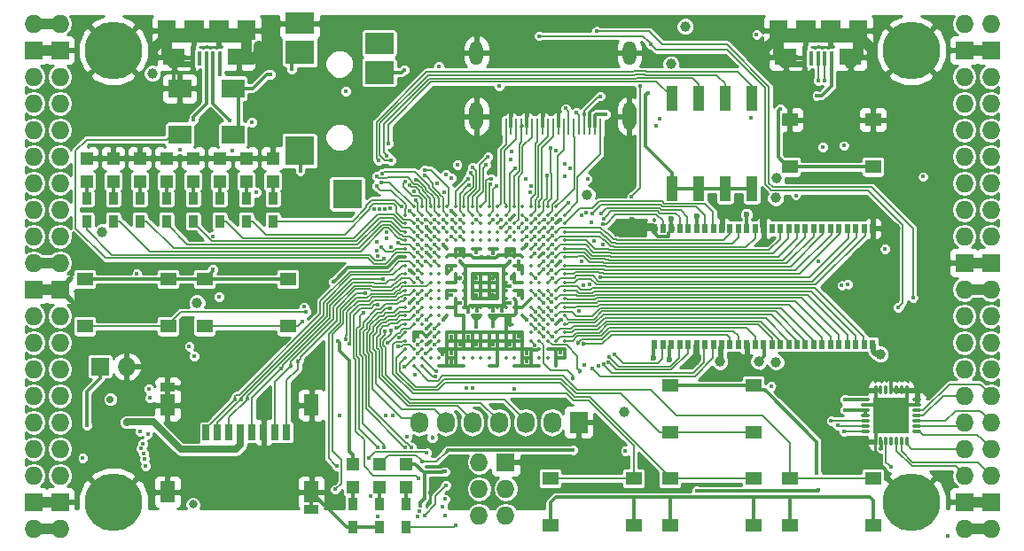
<source format=gtl>
G04 #@! TF.FileFunction,Copper,L1,Top,Signal*
%FSLAX46Y46*%
G04 Gerber Fmt 4.6, Leading zero omitted, Abs format (unit mm)*
G04 Created by KiCad (PCBNEW 4.0.7+dfsg1-1) date Sun Jan  7 12:00:10 2018*
%MOMM*%
%LPD*%
G01*
G04 APERTURE LIST*
%ADD10C,0.100000*%
%ADD11O,1.727200X1.727200*%
%ADD12R,1.727200X1.727200*%
%ADD13C,5.500000*%
%ADD14R,0.900000X1.200000*%
%ADD15R,2.100000X1.600000*%
%ADD16R,1.900000X1.900000*%
%ADD17R,0.400000X1.350000*%
%ADD18R,1.800000X1.900000*%
%ADD19O,0.850000X0.300000*%
%ADD20O,0.300000X0.850000*%
%ADD21R,1.675000X1.675000*%
%ADD22R,1.727200X2.032000*%
%ADD23O,1.727200X2.032000*%
%ADD24R,1.550000X1.300000*%
%ADD25R,1.120000X2.440000*%
%ADD26C,0.350000*%
%ADD27R,1.200000X1.200000*%
%ADD28R,2.800000X2.000000*%
%ADD29R,2.800000X2.200000*%
%ADD30R,2.800000X2.800000*%
%ADD31O,1.300000X2.700000*%
%ADD32O,1.300000X2.300000*%
%ADD33R,0.250000X1.600000*%
%ADD34R,0.700000X1.500000*%
%ADD35R,1.450000X0.900000*%
%ADD36R,1.450000X2.000000*%
%ADD37R,2.200000X1.800000*%
%ADD38R,0.560000X0.900000*%
%ADD39C,0.400000*%
%ADD40C,1.000000*%
%ADD41C,0.600000*%
%ADD42C,0.454000*%
%ADD43C,0.800000*%
%ADD44C,0.700000*%
%ADD45C,0.300000*%
%ADD46C,0.500000*%
%ADD47C,1.000000*%
%ADD48C,0.600000*%
%ADD49C,0.190000*%
%ADD50C,0.200000*%
%ADD51C,0.700000*%
%ADD52C,0.127000*%
%ADD53C,0.254000*%
G04 APERTURE END LIST*
D10*
D11*
X97910000Y-62690000D03*
X95370000Y-62690000D03*
D12*
X97910000Y-65230000D03*
X95370000Y-65230000D03*
D11*
X97910000Y-67770000D03*
X95370000Y-67770000D03*
X97910000Y-70310000D03*
X95370000Y-70310000D03*
X97910000Y-72850000D03*
X95370000Y-72850000D03*
X97910000Y-75390000D03*
X95370000Y-75390000D03*
X97910000Y-77930000D03*
X95370000Y-77930000D03*
X97910000Y-80470000D03*
X95370000Y-80470000D03*
X97910000Y-83010000D03*
X95370000Y-83010000D03*
X97910000Y-85550000D03*
X95370000Y-85550000D03*
D12*
X97910000Y-88090000D03*
X95370000Y-88090000D03*
D11*
X97910000Y-90630000D03*
X95370000Y-90630000D03*
X97910000Y-93170000D03*
X95370000Y-93170000D03*
X97910000Y-95710000D03*
X95370000Y-95710000D03*
X97910000Y-98250000D03*
X95370000Y-98250000D03*
X97910000Y-100790000D03*
X95370000Y-100790000D03*
X97910000Y-103330000D03*
X95370000Y-103330000D03*
X97910000Y-105870000D03*
X95370000Y-105870000D03*
D12*
X97910000Y-108410000D03*
X95370000Y-108410000D03*
D11*
X97910000Y-110950000D03*
X95370000Y-110950000D03*
X184270000Y-110950000D03*
X186810000Y-110950000D03*
D12*
X184270000Y-108410000D03*
X186810000Y-108410000D03*
D11*
X184270000Y-105870000D03*
X186810000Y-105870000D03*
X184270000Y-103330000D03*
X186810000Y-103330000D03*
X184270000Y-100790000D03*
X186810000Y-100790000D03*
X184270000Y-98250000D03*
X186810000Y-98250000D03*
X184270000Y-95710000D03*
X186810000Y-95710000D03*
X184270000Y-93170000D03*
X186810000Y-93170000D03*
X184270000Y-90630000D03*
X186810000Y-90630000D03*
X184270000Y-88090000D03*
X186810000Y-88090000D03*
D12*
X184270000Y-85550000D03*
X186810000Y-85550000D03*
D11*
X184270000Y-83010000D03*
X186810000Y-83010000D03*
X184270000Y-80470000D03*
X186810000Y-80470000D03*
X184270000Y-77930000D03*
X186810000Y-77930000D03*
X184270000Y-75390000D03*
X186810000Y-75390000D03*
X184270000Y-72850000D03*
X186810000Y-72850000D03*
X184270000Y-70310000D03*
X186810000Y-70310000D03*
X184270000Y-67770000D03*
X186810000Y-67770000D03*
D12*
X184270000Y-65230000D03*
X186810000Y-65230000D03*
D11*
X184270000Y-62690000D03*
X186810000Y-62690000D03*
D13*
X102990000Y-108410000D03*
X179190000Y-108410000D03*
X179190000Y-65230000D03*
X102990000Y-65230000D03*
D12*
X101720000Y-95456000D03*
D11*
X104260000Y-95456000D03*
D14*
X128390000Y-108580000D03*
X128390000Y-110780000D03*
X130930000Y-110780000D03*
X130930000Y-108580000D03*
D15*
X114980000Y-65875000D03*
X108780000Y-65875000D03*
D16*
X113080000Y-63325000D03*
X110680000Y-63325000D03*
D17*
X113180000Y-66000000D03*
X112530000Y-66000000D03*
X111880000Y-66000000D03*
X111230000Y-66000000D03*
X110580000Y-66000000D03*
D18*
X115680000Y-63325000D03*
X108080000Y-63325000D03*
D15*
X173400000Y-65875000D03*
X167200000Y-65875000D03*
D16*
X171500000Y-63325000D03*
X169100000Y-63325000D03*
D17*
X171600000Y-66000000D03*
X170950000Y-66000000D03*
X170300000Y-66000000D03*
X169650000Y-66000000D03*
X169000000Y-66000000D03*
D18*
X174100000Y-63325000D03*
X166500000Y-63325000D03*
D12*
X140455000Y-104600000D03*
D11*
X137915000Y-104600000D03*
X140455000Y-107140000D03*
X137915000Y-107140000D03*
X140455000Y-109680000D03*
X137915000Y-109680000D03*
D14*
X118230000Y-81570000D03*
X118230000Y-79370000D03*
X115690000Y-81570000D03*
X115690000Y-79370000D03*
X113150000Y-81570000D03*
X113150000Y-79370000D03*
X110610000Y-81570000D03*
X110610000Y-79370000D03*
X108070000Y-81570000D03*
X108070000Y-79370000D03*
X105530000Y-81570000D03*
X105530000Y-79370000D03*
X102990000Y-81570000D03*
X102990000Y-79370000D03*
X100450000Y-81570000D03*
X100450000Y-79370000D03*
D19*
X179735000Y-101655000D03*
X179735000Y-101155000D03*
X179735000Y-100655000D03*
X179735000Y-100155000D03*
X179735000Y-99655000D03*
X179735000Y-99155000D03*
X179735000Y-98655000D03*
D20*
X178785000Y-97705000D03*
X178285000Y-97705000D03*
X177785000Y-97705000D03*
X177285000Y-97705000D03*
X176785000Y-97705000D03*
X176285000Y-97705000D03*
X175785000Y-97705000D03*
D19*
X174835000Y-98655000D03*
X174835000Y-99155000D03*
X174835000Y-99655000D03*
X174835000Y-100155000D03*
X174835000Y-100655000D03*
X174835000Y-101155000D03*
X174835000Y-101655000D03*
D20*
X175785000Y-102605000D03*
X176285000Y-102605000D03*
X176785000Y-102605000D03*
X177285000Y-102605000D03*
X177785000Y-102605000D03*
X178285000Y-102605000D03*
X178785000Y-102605000D03*
D21*
X176447500Y-99317500D03*
X176447500Y-100992500D03*
X178122500Y-99317500D03*
X178122500Y-100992500D03*
D22*
X147440000Y-100790000D03*
D23*
X144900000Y-100790000D03*
X142360000Y-100790000D03*
X139820000Y-100790000D03*
X137280000Y-100790000D03*
X134740000Y-100790000D03*
X132200000Y-100790000D03*
D24*
X175550000Y-71870000D03*
X175550000Y-76370000D03*
X167590000Y-76370000D03*
X167590000Y-71870000D03*
X100280000Y-91610000D03*
X100280000Y-87110000D03*
X108240000Y-87110000D03*
X108240000Y-91610000D03*
X111710000Y-91610000D03*
X111710000Y-87110000D03*
X119670000Y-87110000D03*
X119670000Y-91610000D03*
X156160000Y-101770000D03*
X156160000Y-97270000D03*
X164120000Y-97270000D03*
X164120000Y-101770000D03*
X164120000Y-106160000D03*
X164120000Y-110660000D03*
X156160000Y-110660000D03*
X156160000Y-106160000D03*
X152690000Y-106160000D03*
X152690000Y-110660000D03*
X144730000Y-110660000D03*
X144730000Y-106160000D03*
X175550000Y-106160000D03*
X175550000Y-110660000D03*
X167590000Y-110660000D03*
X167590000Y-106160000D03*
D25*
X156330000Y-78425000D03*
X163950000Y-69815000D03*
X158870000Y-78425000D03*
X161410000Y-69815000D03*
X161410000Y-78425000D03*
X158870000Y-69815000D03*
X163950000Y-78425000D03*
X156330000Y-69815000D03*
D26*
X131680000Y-80200000D03*
X132480000Y-80200000D03*
X133280000Y-80200000D03*
X134080000Y-80200000D03*
X134880000Y-80200000D03*
X135680000Y-80200000D03*
X136480000Y-80200000D03*
X137280000Y-80200000D03*
X138080000Y-80200000D03*
X138880000Y-80200000D03*
X139680000Y-80200000D03*
X140480000Y-80200000D03*
X141280000Y-80200000D03*
X142080000Y-80200000D03*
X142880000Y-80200000D03*
X143680000Y-80200000D03*
X144480000Y-80200000D03*
X145280000Y-80200000D03*
X130880000Y-81000000D03*
X131680000Y-81000000D03*
X132480000Y-81000000D03*
X133280000Y-81000000D03*
X134080000Y-81000000D03*
X134880000Y-81000000D03*
X135680000Y-81000000D03*
X136480000Y-81000000D03*
X137280000Y-81000000D03*
X138080000Y-81000000D03*
X138880000Y-81000000D03*
X139680000Y-81000000D03*
X140480000Y-81000000D03*
X141280000Y-81000000D03*
X142080000Y-81000000D03*
X142880000Y-81000000D03*
X143680000Y-81000000D03*
X144480000Y-81000000D03*
X145280000Y-81000000D03*
X146080000Y-81000000D03*
X130880000Y-81800000D03*
X131680000Y-81800000D03*
X132480000Y-81800000D03*
X133280000Y-81800000D03*
X134080000Y-81800000D03*
X134880000Y-81800000D03*
X135680000Y-81800000D03*
X136480000Y-81800000D03*
X137280000Y-81800000D03*
X138080000Y-81800000D03*
X138880000Y-81800000D03*
X139680000Y-81800000D03*
X140480000Y-81800000D03*
X141280000Y-81800000D03*
X142080000Y-81800000D03*
X142880000Y-81800000D03*
X143680000Y-81800000D03*
X144480000Y-81800000D03*
X145280000Y-81800000D03*
X146080000Y-81800000D03*
X130880000Y-82600000D03*
X131680000Y-82600000D03*
X132480000Y-82600000D03*
X133280000Y-82600000D03*
X134080000Y-82600000D03*
X134880000Y-82600000D03*
X135680000Y-82600000D03*
X136480000Y-82600000D03*
X137280000Y-82600000D03*
X138080000Y-82600000D03*
X138880000Y-82600000D03*
X139680000Y-82600000D03*
X140480000Y-82600000D03*
X141280000Y-82600000D03*
X142080000Y-82600000D03*
X142880000Y-82600000D03*
X143680000Y-82600000D03*
X144480000Y-82600000D03*
X145280000Y-82600000D03*
X146080000Y-82600000D03*
X130880000Y-83400000D03*
X131680000Y-83400000D03*
X132480000Y-83400000D03*
X133280000Y-83400000D03*
X134080000Y-83400000D03*
X134880000Y-83400000D03*
X135680000Y-83400000D03*
X136480000Y-83400000D03*
X137280000Y-83400000D03*
X138080000Y-83400000D03*
X138880000Y-83400000D03*
X139680000Y-83400000D03*
X140480000Y-83400000D03*
X141280000Y-83400000D03*
X142080000Y-83400000D03*
X142880000Y-83400000D03*
X143680000Y-83400000D03*
X144480000Y-83400000D03*
X145280000Y-83400000D03*
X146080000Y-83400000D03*
X130880000Y-84200000D03*
X131680000Y-84200000D03*
X132480000Y-84200000D03*
X133280000Y-84200000D03*
X134080000Y-84200000D03*
X134880000Y-84200000D03*
X135680000Y-84200000D03*
X136480000Y-84200000D03*
X137280000Y-84200000D03*
X138080000Y-84200000D03*
X138880000Y-84200000D03*
X139680000Y-84200000D03*
X140480000Y-84200000D03*
X141280000Y-84200000D03*
X142080000Y-84200000D03*
X142880000Y-84200000D03*
X143680000Y-84200000D03*
X144480000Y-84200000D03*
X145280000Y-84200000D03*
X146080000Y-84200000D03*
X130880000Y-85000000D03*
X131680000Y-85000000D03*
X132480000Y-85000000D03*
X133280000Y-85000000D03*
X134080000Y-85000000D03*
X134880000Y-85000000D03*
X135680000Y-85000000D03*
X136480000Y-85000000D03*
X137280000Y-85000000D03*
X138080000Y-85000000D03*
X138880000Y-85000000D03*
X139680000Y-85000000D03*
X140480000Y-85000000D03*
X141280000Y-85000000D03*
X142080000Y-85000000D03*
X142880000Y-85000000D03*
X143680000Y-85000000D03*
X144480000Y-85000000D03*
X145280000Y-85000000D03*
X146080000Y-85000000D03*
X130880000Y-85800000D03*
X131680000Y-85800000D03*
X132480000Y-85800000D03*
X133280000Y-85800000D03*
X134080000Y-85800000D03*
X134880000Y-85800000D03*
X135680000Y-85800000D03*
X136480000Y-85800000D03*
X137280000Y-85800000D03*
X138080000Y-85800000D03*
X138880000Y-85800000D03*
X139680000Y-85800000D03*
X140480000Y-85800000D03*
X141280000Y-85800000D03*
X142080000Y-85800000D03*
X142880000Y-85800000D03*
X143680000Y-85800000D03*
X144480000Y-85800000D03*
X145280000Y-85800000D03*
X146080000Y-85800000D03*
X130880000Y-86600000D03*
X131680000Y-86600000D03*
X132480000Y-86600000D03*
X133280000Y-86600000D03*
X134080000Y-86600000D03*
X134880000Y-86600000D03*
X135680000Y-86600000D03*
X136480000Y-86600000D03*
X137280000Y-86600000D03*
X138080000Y-86600000D03*
X138880000Y-86600000D03*
X139680000Y-86600000D03*
X140480000Y-86600000D03*
X141280000Y-86600000D03*
X142080000Y-86600000D03*
X142880000Y-86600000D03*
X143680000Y-86600000D03*
X144480000Y-86600000D03*
X145280000Y-86600000D03*
X146080000Y-86600000D03*
X130880000Y-87400000D03*
X131680000Y-87400000D03*
X132480000Y-87400000D03*
X133280000Y-87400000D03*
X134080000Y-87400000D03*
X134880000Y-87400000D03*
X135680000Y-87400000D03*
X136480000Y-87400000D03*
X137280000Y-87400000D03*
X138080000Y-87400000D03*
X138880000Y-87400000D03*
X139680000Y-87400000D03*
X140480000Y-87400000D03*
X141280000Y-87400000D03*
X142080000Y-87400000D03*
X142880000Y-87400000D03*
X143680000Y-87400000D03*
X144480000Y-87400000D03*
X145280000Y-87400000D03*
X146080000Y-87400000D03*
X130880000Y-88200000D03*
X131680000Y-88200000D03*
X132480000Y-88200000D03*
X133280000Y-88200000D03*
X134080000Y-88200000D03*
X134880000Y-88200000D03*
X135680000Y-88200000D03*
X136480000Y-88200000D03*
X137280000Y-88200000D03*
X138080000Y-88200000D03*
X138880000Y-88200000D03*
X139680000Y-88200000D03*
X140480000Y-88200000D03*
X141280000Y-88200000D03*
X142080000Y-88200000D03*
X142880000Y-88200000D03*
X143680000Y-88200000D03*
X144480000Y-88200000D03*
X145280000Y-88200000D03*
X146080000Y-88200000D03*
X130880000Y-89000000D03*
X131680000Y-89000000D03*
X132480000Y-89000000D03*
X133280000Y-89000000D03*
X134080000Y-89000000D03*
X134880000Y-89000000D03*
X135680000Y-89000000D03*
X136480000Y-89000000D03*
X137280000Y-89000000D03*
X138080000Y-89000000D03*
X138880000Y-89000000D03*
X139680000Y-89000000D03*
X140480000Y-89000000D03*
X141280000Y-89000000D03*
X142080000Y-89000000D03*
X142880000Y-89000000D03*
X143680000Y-89000000D03*
X144480000Y-89000000D03*
X145280000Y-89000000D03*
X146080000Y-89000000D03*
X130880000Y-89800000D03*
X131680000Y-89800000D03*
X132480000Y-89800000D03*
X133280000Y-89800000D03*
X134080000Y-89800000D03*
X134880000Y-89800000D03*
X135680000Y-89800000D03*
X136480000Y-89800000D03*
X137280000Y-89800000D03*
X138080000Y-89800000D03*
X138880000Y-89800000D03*
X139680000Y-89800000D03*
X140480000Y-89800000D03*
X141280000Y-89800000D03*
X142080000Y-89800000D03*
X142880000Y-89800000D03*
X143680000Y-89800000D03*
X144480000Y-89800000D03*
X145280000Y-89800000D03*
X146080000Y-89800000D03*
X130880000Y-90600000D03*
X131680000Y-90600000D03*
X132480000Y-90600000D03*
X133280000Y-90600000D03*
X134080000Y-90600000D03*
X134880000Y-90600000D03*
X135680000Y-90600000D03*
X136480000Y-90600000D03*
X137280000Y-90600000D03*
X138080000Y-90600000D03*
X138880000Y-90600000D03*
X139680000Y-90600000D03*
X140480000Y-90600000D03*
X141280000Y-90600000D03*
X142080000Y-90600000D03*
X142880000Y-90600000D03*
X143680000Y-90600000D03*
X144480000Y-90600000D03*
X145280000Y-90600000D03*
X146080000Y-90600000D03*
X130880000Y-91400000D03*
X131680000Y-91400000D03*
X132480000Y-91400000D03*
X133280000Y-91400000D03*
X134080000Y-91400000D03*
X142880000Y-91400000D03*
X143680000Y-91400000D03*
X144480000Y-91400000D03*
X145280000Y-91400000D03*
X146080000Y-91400000D03*
X130880000Y-92200000D03*
X131680000Y-92200000D03*
X132480000Y-92200000D03*
X133280000Y-92200000D03*
X134080000Y-92200000D03*
X134880000Y-92200000D03*
X135680000Y-92200000D03*
X136480000Y-92200000D03*
X137280000Y-92200000D03*
X138080000Y-92200000D03*
X138880000Y-92200000D03*
X139680000Y-92200000D03*
X140480000Y-92200000D03*
X141280000Y-92200000D03*
X142080000Y-92200000D03*
X142880000Y-92200000D03*
X143680000Y-92200000D03*
X144480000Y-92200000D03*
X145280000Y-92200000D03*
X146080000Y-92200000D03*
X130880000Y-93000000D03*
X131680000Y-93000000D03*
X132480000Y-93000000D03*
X133280000Y-93000000D03*
X134080000Y-93000000D03*
X134880000Y-93000000D03*
X135680000Y-93000000D03*
X136480000Y-93000000D03*
X137280000Y-93000000D03*
X138080000Y-93000000D03*
X138880000Y-93000000D03*
X139680000Y-93000000D03*
X140480000Y-93000000D03*
X141280000Y-93000000D03*
X142080000Y-93000000D03*
X142880000Y-93000000D03*
X143680000Y-93000000D03*
X144480000Y-93000000D03*
X145280000Y-93000000D03*
X146080000Y-93000000D03*
X130880000Y-93800000D03*
X131680000Y-93800000D03*
X132480000Y-93800000D03*
X133280000Y-93800000D03*
X134080000Y-93800000D03*
X134880000Y-93800000D03*
X135680000Y-93800000D03*
X136480000Y-93800000D03*
X137280000Y-93800000D03*
X138080000Y-93800000D03*
X138880000Y-93800000D03*
X139680000Y-93800000D03*
X140480000Y-93800000D03*
X141280000Y-93800000D03*
X142080000Y-93800000D03*
X142880000Y-93800000D03*
X143680000Y-93800000D03*
X144480000Y-93800000D03*
X145280000Y-93800000D03*
X146080000Y-93800000D03*
X130880000Y-94600000D03*
X131680000Y-94600000D03*
X132480000Y-94600000D03*
X133280000Y-94600000D03*
X134080000Y-94600000D03*
X134880000Y-94600000D03*
X135680000Y-94600000D03*
X136480000Y-94600000D03*
X137280000Y-94600000D03*
X138080000Y-94600000D03*
X138880000Y-94600000D03*
X139680000Y-94600000D03*
X140480000Y-94600000D03*
X141280000Y-94600000D03*
X142080000Y-94600000D03*
X142880000Y-94600000D03*
X143680000Y-94600000D03*
X144480000Y-94600000D03*
X145280000Y-94600000D03*
X146080000Y-94600000D03*
X131680000Y-95400000D03*
X132480000Y-95400000D03*
X134080000Y-95400000D03*
X134880000Y-95400000D03*
X135680000Y-95400000D03*
X136480000Y-95400000D03*
X138880000Y-95400000D03*
X139680000Y-95400000D03*
X141280000Y-95400000D03*
X142080000Y-95400000D03*
X142880000Y-95400000D03*
X143680000Y-95400000D03*
X145280000Y-95400000D03*
D27*
X125850000Y-104770000D03*
X125850000Y-106970000D03*
D14*
X125850000Y-108580000D03*
X125850000Y-110780000D03*
D27*
X128390000Y-104770000D03*
X128390000Y-106970000D03*
X118230000Y-77760000D03*
X118230000Y-75560000D03*
X115690000Y-77760000D03*
X115690000Y-75560000D03*
X113150000Y-77760000D03*
X113150000Y-75560000D03*
X110610000Y-77760000D03*
X110610000Y-75560000D03*
X108070000Y-77760000D03*
X108070000Y-75560000D03*
X105530000Y-77760000D03*
X105530000Y-75560000D03*
X102990000Y-77760000D03*
X102990000Y-75560000D03*
X100450000Y-77760000D03*
X100450000Y-75560000D03*
X130930000Y-104770000D03*
X130930000Y-106970000D03*
D28*
X120780000Y-62648000D03*
D29*
X120780000Y-65448000D03*
D30*
X120780000Y-74848000D03*
X125330000Y-78948000D03*
D29*
X128380000Y-67348000D03*
D28*
X128380000Y-64548000D03*
D31*
X152280000Y-71550000D03*
X137680000Y-71550000D03*
D32*
X137680000Y-65500000D03*
D33*
X140480000Y-72500000D03*
X140980000Y-72500000D03*
X141480000Y-72500000D03*
X141980000Y-72500000D03*
X142480000Y-72500000D03*
X142980000Y-72500000D03*
X143480000Y-72500000D03*
X143980000Y-72500000D03*
X144480000Y-72500000D03*
X144980000Y-72500000D03*
X145480000Y-72500000D03*
X145980000Y-72500000D03*
X146480000Y-72500000D03*
X146980000Y-72500000D03*
X147480000Y-72500000D03*
X147980000Y-72500000D03*
X148480000Y-72500000D03*
X148980000Y-72500000D03*
X149480000Y-72500000D03*
D32*
X152280000Y-65500000D03*
D34*
X111850000Y-101750000D03*
X112950000Y-101750000D03*
X114050000Y-101750000D03*
X115150000Y-101750000D03*
X116250000Y-101750000D03*
X117350000Y-101750000D03*
X118450000Y-101750000D03*
X119550000Y-101750000D03*
D35*
X108175000Y-97450000D03*
X121925000Y-109150000D03*
D36*
X121925000Y-99150000D03*
X108175000Y-99150000D03*
X108175000Y-107450000D03*
X121925000Y-107450000D03*
D37*
X114420000Y-68872000D03*
X109340000Y-68872000D03*
X109340000Y-73272000D03*
X114420000Y-73272000D03*
D38*
X175493000Y-82270000D03*
X154693000Y-93330000D03*
X155493000Y-93330000D03*
X156293000Y-93330000D03*
X157093000Y-93330000D03*
X157893000Y-93330000D03*
X158693000Y-93330000D03*
X159493000Y-93330000D03*
X160293000Y-93330000D03*
X161093000Y-93330000D03*
X161893000Y-93330000D03*
X162693000Y-93330000D03*
X163493000Y-93330000D03*
X164293000Y-93330000D03*
X165093000Y-93330000D03*
X165893000Y-93330000D03*
X166693000Y-93330000D03*
X167493000Y-93330000D03*
X168293000Y-93330000D03*
X169093000Y-93330000D03*
X169893000Y-93330000D03*
X170693000Y-93330000D03*
X171493000Y-93330000D03*
X172293000Y-93330000D03*
X173093000Y-93330000D03*
X173893000Y-93330000D03*
X174693000Y-93330000D03*
X175493000Y-93330000D03*
X174693000Y-82270000D03*
X173893000Y-82270000D03*
X173093000Y-82270000D03*
X172293000Y-82270000D03*
X171493000Y-82270000D03*
X170693000Y-82270000D03*
X169893000Y-82270000D03*
X169093000Y-82270000D03*
X168293000Y-82270000D03*
X167493000Y-82270000D03*
X166693000Y-82270000D03*
X165893000Y-82270000D03*
X165093000Y-82270000D03*
X164293000Y-82270000D03*
X163493000Y-82270000D03*
X162693000Y-82270000D03*
X161893000Y-82270000D03*
X161093000Y-82270000D03*
X160293000Y-82270000D03*
X159493000Y-82270000D03*
X158693000Y-82270000D03*
X157893000Y-82270000D03*
X157093000Y-82270000D03*
X156293000Y-82270000D03*
X155493000Y-82270000D03*
X154693000Y-82270000D03*
D39*
X144103496Y-84660400D03*
D40*
X177658444Y-82281349D03*
D39*
X145680000Y-81405125D03*
X145691238Y-94166752D03*
X145759873Y-91010176D03*
D41*
X152525938Y-81463870D03*
D40*
X162956098Y-95078488D03*
X158539988Y-94868772D03*
D41*
X161075765Y-80992022D03*
X164882869Y-80938986D03*
X156262773Y-81349374D03*
X123437000Y-108972000D03*
D39*
X132871770Y-84533979D03*
X132862998Y-82124544D03*
X131278306Y-86213101D03*
X135281276Y-80583119D03*
X131279502Y-89407325D03*
X170309539Y-85441529D03*
X145672808Y-85396062D03*
X133216000Y-107465000D03*
X137680000Y-88600000D03*
X142480000Y-95000000D03*
X141680000Y-92600000D03*
X140836000Y-84534000D03*
X135284627Y-94985297D03*
X135288625Y-94225619D03*
X134455822Y-94267172D03*
X136095958Y-93369652D03*
D42*
X139264636Y-91615205D03*
D40*
X116880503Y-64802940D03*
X106974809Y-64953974D03*
X175210328Y-64948943D03*
X165417246Y-64954666D03*
D39*
X175495631Y-71457432D03*
X177285000Y-95710000D03*
X140880000Y-81400000D03*
X136085174Y-89394826D03*
X140874194Y-91433353D03*
X142480000Y-94200000D03*
X140880000Y-93400000D03*
X139280000Y-93400000D03*
X137680000Y-93400000D03*
X136880000Y-92600000D03*
X135280000Y-92600000D03*
X132880000Y-91800000D03*
X132880000Y-93400000D03*
D42*
X141042859Y-86994997D03*
X139280000Y-87000000D03*
X136110990Y-86995403D03*
X137680000Y-87000000D03*
X136080000Y-84600000D03*
X139280000Y-88600000D03*
D40*
X106720415Y-67436305D03*
X166284693Y-95025145D03*
X166248957Y-79348409D03*
X166343357Y-77477990D03*
D39*
X172564535Y-87722010D03*
X150030853Y-71331848D03*
D40*
X156235582Y-66548363D03*
X101932065Y-82585048D03*
X157600000Y-62944000D03*
D39*
X165803369Y-97344883D03*
D40*
X148237462Y-79019093D03*
D39*
X148271935Y-77558071D03*
X117976000Y-67516000D03*
D40*
X160905403Y-95006436D03*
D41*
X158731133Y-81048929D03*
X154593901Y-94607945D03*
X156088245Y-94762980D03*
D40*
X164625730Y-94982471D03*
D41*
X163462982Y-80942429D03*
D40*
X176254940Y-94288458D03*
D43*
X110593913Y-108636458D03*
D39*
X180340784Y-77316932D03*
X173137949Y-87594275D03*
D44*
X102710050Y-98594954D03*
D39*
X154794000Y-72426000D03*
X129005202Y-100174798D03*
X137659051Y-91638034D03*
X139820000Y-68665673D03*
X172834633Y-99599920D03*
X172879922Y-98618650D03*
X176305593Y-103279812D03*
X164433885Y-63737451D03*
X134079160Y-66786153D03*
X116654336Y-78777990D03*
X112515000Y-83010000D03*
X100080000Y-104200000D03*
X113080000Y-88800000D03*
X135273306Y-88618602D03*
X139272517Y-84611349D03*
X137680556Y-84534085D03*
X141680000Y-86200000D03*
X135280000Y-86200000D03*
X132880000Y-92600000D03*
X132080000Y-92600000D03*
X141680000Y-88600000D03*
X141680000Y-85400000D03*
X121401947Y-90251871D03*
X129988160Y-91721995D03*
X130302262Y-92700329D03*
X121041200Y-91125073D03*
D40*
X110991000Y-89360000D03*
D39*
X142480000Y-91000000D03*
X142480000Y-83800000D03*
X134480000Y-83800000D03*
X134480000Y-91000000D03*
X105245010Y-86595559D03*
X125193541Y-69156848D03*
X155149360Y-71764535D03*
X170182962Y-69571012D03*
X170362901Y-107286196D03*
X158716651Y-107325176D03*
X128216338Y-109760338D03*
X132708000Y-109680000D03*
X137295592Y-97538017D03*
X134750646Y-106810513D03*
X133680000Y-91800000D03*
X136740903Y-97514503D03*
X134675868Y-108131585D03*
D42*
X133449289Y-102232615D03*
D39*
X133680000Y-92600000D03*
X132936956Y-103711000D03*
X127385678Y-104203668D03*
X133685482Y-93402296D03*
X134463998Y-108841973D03*
X131039072Y-102187000D03*
X131808905Y-96227367D03*
X134636872Y-109719950D03*
X132846234Y-94197073D03*
X176700000Y-84220000D03*
X143260000Y-84620000D03*
X120834553Y-76779094D03*
X130761990Y-67119621D03*
X147186000Y-71200000D03*
X147983153Y-71347080D03*
X149475951Y-69619684D03*
X153297112Y-68608292D03*
X177926984Y-89812061D03*
X154329326Y-64643767D03*
X152497066Y-79193467D03*
X146481406Y-79819384D03*
X143650666Y-63862520D03*
X179351513Y-88868327D03*
X149134122Y-63424051D03*
X140035989Y-81400000D03*
X115759823Y-98502036D03*
X132083026Y-86260405D03*
X128776655Y-87135140D03*
X119008515Y-95662939D03*
D42*
X119978162Y-95412951D03*
X120634035Y-94977604D03*
D39*
X116198000Y-72088000D03*
X127586603Y-107875044D03*
X113157250Y-67567056D03*
X146180000Y-70800000D03*
X131453853Y-103208291D03*
X149771692Y-81825658D03*
X144080000Y-86200000D03*
X149533922Y-86909940D03*
X144894316Y-86977564D03*
X144896700Y-83835368D03*
X149549750Y-80868432D03*
D42*
X147343891Y-93217126D03*
D39*
X144113248Y-92588762D03*
X144875155Y-86292748D03*
X149846468Y-81303978D03*
X148696112Y-80861847D03*
X144916886Y-82991356D03*
D42*
X147915304Y-93322307D03*
D39*
X144882352Y-92577990D03*
X144902941Y-90956495D03*
X148747982Y-95669626D03*
X144867244Y-90112484D03*
X149795895Y-95251084D03*
X144855814Y-89268481D03*
X150278898Y-95040253D03*
X150345974Y-94517527D03*
X144877648Y-88622010D03*
X150889207Y-94332565D03*
X143280000Y-87000000D03*
X130807074Y-95454141D03*
X130171404Y-93544341D03*
X132080000Y-93400000D03*
X129196652Y-93209125D03*
X133852393Y-95875797D03*
X141280000Y-97600000D03*
X133762848Y-96395146D03*
X132080000Y-94200000D03*
X128610772Y-84072485D03*
X105895603Y-103765816D03*
X130839486Y-103208291D03*
X132075624Y-89410644D03*
X129449238Y-89926948D03*
X128806823Y-103185900D03*
X128251440Y-89564206D03*
X132162861Y-106185868D03*
X132880000Y-88600000D03*
X124322162Y-105002357D03*
X127040053Y-88481065D03*
X132080000Y-87000000D03*
X125499542Y-93250681D03*
X124202418Y-107207639D03*
X109323798Y-74706222D03*
X132024412Y-109766775D03*
X114371508Y-74859518D03*
X132219727Y-109277292D03*
X135315381Y-81391918D03*
X135280062Y-77463305D03*
X134471370Y-81406751D03*
X134758050Y-77130140D03*
X132761172Y-77202673D03*
X132737245Y-76676207D03*
X128644933Y-77050030D03*
X128152012Y-77257840D03*
X128125571Y-78233647D03*
X110718734Y-94451783D03*
X128590544Y-77894041D03*
X110249038Y-93533767D03*
X106368514Y-97598098D03*
X131253134Y-78134216D03*
X106477197Y-98487772D03*
X132783339Y-81400004D03*
X131709326Y-78745875D03*
X132079024Y-82984045D03*
X129109095Y-82655074D03*
X105572759Y-101661319D03*
X106276126Y-101893466D03*
X132880889Y-83897835D03*
X129054383Y-83179239D03*
X129487667Y-84079929D03*
X132083682Y-83828056D03*
X105813763Y-102819336D03*
X132062099Y-84533979D03*
X128165458Y-83528763D03*
X105627254Y-103312241D03*
X128183315Y-84380742D03*
X105992720Y-104283802D03*
X133671942Y-84595200D03*
X132834641Y-85377990D03*
X128203260Y-84907376D03*
X106088753Y-104974041D03*
D42*
X146862501Y-96617499D03*
X147534467Y-95913260D03*
D39*
X147927932Y-95329243D03*
X143280000Y-91000000D03*
X149284391Y-95377990D03*
X144077013Y-90266968D03*
X147430953Y-90112484D03*
X144076240Y-89395301D03*
X143281824Y-90201951D03*
X144102010Y-85397219D03*
X144889349Y-85448737D03*
X147687390Y-85374093D03*
X148610661Y-81705858D03*
X144102010Y-83000000D03*
X144888125Y-82147345D03*
X147910791Y-87683418D03*
X144082832Y-88584510D03*
X148483539Y-87608166D03*
X143278026Y-88595030D03*
X148175253Y-80781550D03*
X144125486Y-82186468D03*
X147688311Y-80983115D03*
X144880008Y-81303333D03*
X139280000Y-81400000D03*
X139578623Y-78205862D03*
X139034115Y-78040948D03*
X139046749Y-77514088D03*
X138580000Y-76200000D03*
X138779198Y-75400762D03*
X137680000Y-81400000D03*
X137308732Y-76415018D03*
X137106948Y-76979922D03*
X136859538Y-77550820D03*
X136922059Y-78097889D03*
X136096392Y-81395070D03*
X135830698Y-76200613D03*
X149732494Y-83807694D03*
X144912409Y-84635817D03*
X148921512Y-83442010D03*
X144103186Y-83777990D03*
X142841210Y-78784254D03*
X142473549Y-82998913D03*
X142864275Y-78217369D03*
X142437464Y-82181475D03*
X146089079Y-77300571D03*
X144144931Y-81387081D03*
X144394875Y-77219934D03*
X146577729Y-76500816D03*
X143281475Y-82206074D03*
X146130802Y-76060132D03*
X143300920Y-81377293D03*
X145255695Y-74817220D03*
X141662690Y-82207782D03*
X142456909Y-81405800D03*
X140030954Y-82200000D03*
X141342967Y-76554996D03*
X141046643Y-74873804D03*
X140864029Y-83041403D03*
X140874966Y-82177164D03*
X140980062Y-75681941D03*
X115165033Y-98598050D03*
X131847310Y-79589886D03*
X132080000Y-81400000D03*
X132080007Y-82103333D03*
X132872609Y-82968555D03*
X133627359Y-81414685D03*
X133648389Y-82190597D03*
X131923295Y-77584853D03*
X130856828Y-77786820D03*
X129477855Y-92000822D03*
X132880000Y-91000000D03*
X128879646Y-92111037D03*
X132077648Y-90977990D03*
X131275302Y-80595752D03*
X130489904Y-80167235D03*
X128823114Y-85153560D03*
X132072985Y-85377990D03*
X134476508Y-82180155D03*
X133942383Y-77980766D03*
X163908850Y-71651861D03*
X135656559Y-110610712D03*
X132468001Y-104503413D03*
X146844288Y-103452739D03*
D44*
X104260000Y-100790000D03*
D39*
X114604320Y-98573680D03*
X112515000Y-86185000D03*
X165170594Y-97666317D03*
X170157734Y-105666345D03*
X169506589Y-107953726D03*
X170735900Y-74464979D03*
X143257990Y-83000000D03*
X168166438Y-79108038D03*
X151896383Y-103510715D03*
X114075797Y-71903914D03*
X110632496Y-71877629D03*
X143269694Y-93414905D03*
X177274002Y-105079115D03*
X172761273Y-101651681D03*
X143280000Y-91800000D03*
X172193360Y-101105663D03*
X144064831Y-91877646D03*
X144080000Y-90956495D03*
X171540304Y-100645743D03*
X135320520Y-82196441D03*
X129493343Y-75737814D03*
X136080000Y-82200000D03*
X129125079Y-75315804D03*
X136080000Y-83000000D03*
X129252218Y-74142461D03*
X142377451Y-77497451D03*
X172746637Y-74347988D03*
X143280000Y-83800000D03*
X170300000Y-68151000D03*
X170950000Y-68125562D03*
X125167387Y-92841517D03*
X121206217Y-89762554D03*
X132082956Y-90210779D03*
X182675150Y-111637626D03*
X124027706Y-87347706D03*
X124027707Y-87347707D03*
X166678914Y-70803555D03*
X129660000Y-100155000D03*
X124580000Y-100155000D03*
X132084049Y-88558274D03*
X126880008Y-90276109D03*
X128280000Y-103200000D03*
X120008000Y-67008000D03*
X133680000Y-83000000D03*
X129457990Y-80285112D03*
X133680000Y-83800000D03*
X128943593Y-80399729D03*
X130204628Y-83599483D03*
X128416582Y-80399850D03*
X127889625Y-80407426D03*
X133680000Y-85400000D03*
X144780000Y-74590382D03*
X124453000Y-93043000D03*
X137689001Y-90122990D03*
D40*
X151758000Y-99774000D03*
D39*
X136885174Y-90194826D03*
X140094890Y-90122990D03*
X139280000Y-90122990D03*
X140880000Y-89400000D03*
X140880000Y-87800000D03*
X140880000Y-85400000D03*
D42*
X136080000Y-85400000D03*
D39*
X128333179Y-75769807D03*
X134613000Y-78819000D03*
X135280000Y-83022010D03*
X154052298Y-69302298D03*
X100450000Y-101044000D03*
X132285867Y-108754446D03*
X134707351Y-105508447D03*
D45*
X154680000Y-81486121D02*
X154657528Y-81463649D01*
X152525938Y-81463870D02*
X152982068Y-81920000D01*
X152982068Y-81920000D02*
X154589000Y-81920000D01*
X154589000Y-81920000D02*
X154589000Y-82564717D01*
X154589000Y-82564717D02*
X154935999Y-82911716D01*
X154935999Y-82911716D02*
X154935999Y-82941601D01*
X154935999Y-82941601D02*
X154991399Y-82997001D01*
X156050001Y-82941601D02*
X156050001Y-82696040D01*
X154991399Y-82997001D02*
X155994601Y-82997001D01*
X155994601Y-82997001D02*
X156050001Y-82941601D01*
X156050001Y-82696040D02*
X156205000Y-82541041D01*
X156205000Y-82541041D02*
X156205000Y-81920000D01*
X108780000Y-65875000D02*
X108780000Y-68312000D01*
X108780000Y-68312000D02*
X109340000Y-68872000D01*
X144019600Y-84660400D02*
X144103496Y-84660400D01*
X143680000Y-85000000D02*
X144019600Y-84660400D01*
X177252609Y-82281349D02*
X177658444Y-82281349D01*
X177241260Y-82270000D02*
X177252609Y-82281349D01*
X145280000Y-81800000D02*
X145674875Y-81405125D01*
X145674875Y-81405125D02*
X145680000Y-81405125D01*
X145691238Y-93811238D02*
X145691238Y-93883910D01*
X145680000Y-93800000D02*
X145691238Y-93811238D01*
X145691238Y-93883910D02*
X145691238Y-94166752D01*
X145280000Y-91400000D02*
X145669824Y-91010176D01*
X145669824Y-91010176D02*
X145759873Y-91010176D01*
X121925000Y-107450000D02*
X121925000Y-109150000D01*
X163456097Y-94578489D02*
X162956098Y-95078488D01*
X163480000Y-94554586D02*
X163456097Y-94578489D01*
X163480000Y-93330000D02*
X163480000Y-94554586D01*
X158539988Y-93470012D02*
X158539988Y-94161666D01*
X158680000Y-93330000D02*
X158539988Y-93470012D01*
X158539988Y-94161666D02*
X158539988Y-94868772D01*
X161075765Y-81416286D02*
X161075765Y-80992022D01*
X161075765Y-82265765D02*
X161075765Y-81416286D01*
X161080000Y-82270000D02*
X161075765Y-82265765D01*
X164882869Y-82072869D02*
X164882869Y-81363250D01*
X165080000Y-82270000D02*
X164882869Y-82072869D01*
X164882869Y-81363250D02*
X164882869Y-80938986D01*
X156280000Y-82270000D02*
X156280000Y-81366601D01*
X156280000Y-81366601D02*
X156262773Y-81349374D01*
D46*
X175480000Y-82270000D02*
X177241260Y-82270000D01*
D45*
X148480000Y-71200000D02*
X149230000Y-70450000D01*
X148480000Y-72500000D02*
X148480000Y-71200000D01*
X145480000Y-72500000D02*
X145480000Y-71200000D01*
X143980000Y-72500000D02*
X143980000Y-71200000D01*
X142480000Y-72500000D02*
X142480000Y-71450000D01*
X142480000Y-71200000D02*
X142480000Y-71450000D01*
X140980000Y-72500000D02*
X140980000Y-71200000D01*
X134455822Y-94267172D02*
X134455822Y-94224178D01*
X134455822Y-94224178D02*
X134880000Y-93800000D01*
X123437000Y-108972000D02*
X125245000Y-110780000D01*
X125245000Y-110780000D02*
X125850000Y-110780000D01*
X125850000Y-110780000D02*
X125889531Y-110819531D01*
X125889531Y-110819531D02*
X126234488Y-110819531D01*
X126234488Y-110819531D02*
X126274019Y-110780000D01*
X126274019Y-110780000D02*
X127640000Y-110780000D01*
X127640000Y-110780000D02*
X128390000Y-110780000D01*
X121930000Y-107465000D02*
X123437000Y-108972000D01*
D47*
X184270000Y-65230000D02*
X186810000Y-65230000D01*
X184270000Y-85550000D02*
X186810000Y-85550000D01*
X184270000Y-108410000D02*
X186810000Y-108410000D01*
X95370000Y-108410000D02*
X97910000Y-108410000D01*
D46*
X97910000Y-88090000D02*
X98956608Y-87043392D01*
D45*
X98956608Y-87043392D02*
X98974574Y-87043392D01*
D46*
X97910000Y-88090000D02*
X99013590Y-89193590D01*
D45*
X99013590Y-89193590D02*
X99060056Y-89193590D01*
D47*
X95370000Y-88090000D02*
X97910000Y-88090000D01*
X95370000Y-65230000D02*
X97910000Y-65230000D01*
D45*
X139264636Y-90984636D02*
X139295364Y-90984636D01*
X139295364Y-90984636D02*
X139680000Y-90600000D01*
X132871770Y-84591770D02*
X132871770Y-84533979D01*
X133280000Y-85000000D02*
X132871770Y-84591770D01*
X133280000Y-82600000D02*
X132862998Y-82182998D01*
X132862998Y-82182998D02*
X132862998Y-82124544D01*
X131293101Y-86213101D02*
X131278306Y-86213101D01*
X131680000Y-86600000D02*
X131293101Y-86213101D01*
X140480000Y-90600000D02*
X140480000Y-92200000D01*
X135281276Y-80601276D02*
X135281276Y-80583119D01*
X135680000Y-81000000D02*
X135281276Y-80601276D01*
X131279502Y-89400498D02*
X131279502Y-89407325D01*
X131680000Y-89000000D02*
X131279502Y-89400498D01*
X145672808Y-85407192D02*
X145672808Y-85396062D01*
X145280000Y-85800000D02*
X145672808Y-85407192D01*
X137280000Y-89000000D02*
X137680000Y-88600000D01*
X142480000Y-94600000D02*
X142880000Y-94600000D01*
X142080000Y-94600000D02*
X142480000Y-94600000D01*
X142480000Y-94600000D02*
X142480000Y-95000000D01*
X141680000Y-92200000D02*
X142080000Y-92200000D01*
X141280000Y-92200000D02*
X141680000Y-92200000D01*
X141680000Y-92200000D02*
X141680000Y-92600000D01*
X141280000Y-84200000D02*
X141170000Y-84200000D01*
X141170000Y-84200000D02*
X140836000Y-84534000D01*
X135284627Y-95395373D02*
X135284627Y-95268139D01*
X135280000Y-95400000D02*
X135284627Y-95395373D01*
X135284627Y-95268139D02*
X135284627Y-94985297D01*
X135288625Y-93942777D02*
X135288625Y-94225619D01*
X135288625Y-93808625D02*
X135288625Y-93942777D01*
X135280000Y-93800000D02*
X135288625Y-93808625D01*
X134455822Y-94175822D02*
X134455822Y-94267172D01*
X134080000Y-93800000D02*
X134455822Y-94175822D01*
X145280000Y-94600000D02*
X145280000Y-95400000D01*
X143498655Y-93891906D02*
X143590561Y-93800000D01*
X143040733Y-93891906D02*
X143498655Y-93891906D01*
X142880000Y-93800000D02*
X142948827Y-93800000D01*
X142948827Y-93800000D02*
X143040733Y-93891906D01*
X143590561Y-93800000D02*
X143680000Y-93800000D01*
X145280000Y-93800000D02*
X144480000Y-93800000D01*
X146080000Y-94600000D02*
X146080000Y-93800000D01*
X145280000Y-94600000D02*
X146080000Y-94600000D01*
X142080000Y-95400000D02*
X142080000Y-94600000D01*
X142880000Y-95400000D02*
X142880000Y-94600000D01*
X142880000Y-95400000D02*
X143680000Y-95400000D01*
X142080000Y-95400000D02*
X142880000Y-95400000D01*
X141280000Y-95400000D02*
X142080000Y-95400000D01*
X142080000Y-93000000D02*
X142080000Y-93800000D01*
X138880000Y-92200000D02*
X138880000Y-93000000D01*
X139680000Y-92200000D02*
X139680000Y-93000000D01*
X140480000Y-93000000D02*
X140480000Y-92200000D01*
X141280000Y-93000000D02*
X141280000Y-92200000D01*
X142080000Y-93000000D02*
X141280000Y-93000000D01*
X142080000Y-92200000D02*
X142080000Y-93000000D01*
X140480000Y-92200000D02*
X141280000Y-92200000D01*
X139680000Y-92200000D02*
X140480000Y-92200000D01*
X138880000Y-92200000D02*
X139680000Y-92200000D01*
X138080000Y-92200000D02*
X138880000Y-92200000D01*
X136095958Y-93086810D02*
X136095958Y-93369652D01*
X136080000Y-93000000D02*
X136095958Y-93015958D01*
X136095958Y-93015958D02*
X136095958Y-93086810D01*
X139264636Y-91294179D02*
X139264636Y-91615205D01*
X139264636Y-90984636D02*
X139264636Y-91294179D01*
X138880000Y-90600000D02*
X139264636Y-90984636D01*
D47*
X116880503Y-65510046D02*
X116880503Y-64802940D01*
X116265561Y-66124988D02*
X116880503Y-65510046D01*
X115680000Y-65910000D02*
X115894988Y-66124988D01*
X115680000Y-63960000D02*
X115680000Y-65910000D01*
X115894988Y-66124988D02*
X116265561Y-66124988D01*
X107474808Y-64453975D02*
X106974809Y-64953974D01*
X107968783Y-63960000D02*
X107474808Y-64453975D01*
X108080000Y-63960000D02*
X107968783Y-63960000D01*
X174710329Y-64448944D02*
X175210328Y-64948943D01*
X174100000Y-63960000D02*
X174221385Y-63960000D01*
X174221385Y-63960000D02*
X174710329Y-64448944D01*
X165917245Y-64454667D02*
X165417246Y-64954666D01*
X166411912Y-63960000D02*
X165917245Y-64454667D01*
X166500000Y-63960000D02*
X166411912Y-63960000D01*
D45*
X175495631Y-71740274D02*
X175495631Y-71457432D01*
X175495631Y-72230631D02*
X175495631Y-71740274D01*
X175535000Y-72270000D02*
X175495631Y-72230631D01*
D48*
X108780000Y-66510000D02*
X110455000Y-66510000D01*
D45*
X110455000Y-66510000D02*
X110580000Y-66635000D01*
D47*
X108080000Y-63960000D02*
X108080000Y-65810000D01*
X108080000Y-65810000D02*
X108780000Y-66510000D01*
X115680000Y-63960000D02*
X115680000Y-65810000D01*
D45*
X115680000Y-65810000D02*
X114980000Y-66510000D01*
D47*
X113080000Y-63960000D02*
X115680000Y-63960000D01*
X110680000Y-63960000D02*
X113080000Y-63960000D01*
X108080000Y-63960000D02*
X110680000Y-63960000D01*
D48*
X167200000Y-66510000D02*
X168875000Y-66510000D01*
D45*
X168875000Y-66510000D02*
X169000000Y-66635000D01*
D47*
X174100000Y-63960000D02*
X174100000Y-65810000D01*
X174100000Y-65810000D02*
X173400000Y-66510000D01*
X166500000Y-63960000D02*
X166500000Y-65810000D01*
X166500000Y-65810000D02*
X167200000Y-66510000D01*
X171500000Y-63960000D02*
X174100000Y-63960000D01*
X169100000Y-63960000D02*
X171500000Y-63960000D01*
X166500000Y-63960000D02*
X169100000Y-63960000D01*
D45*
X178785000Y-97705000D02*
X178785000Y-98655000D01*
X178785000Y-98655000D02*
X178122500Y-99317500D01*
X176285000Y-97705000D02*
X175785000Y-97705000D01*
X175785000Y-102605000D02*
X175785000Y-101655000D01*
X175785000Y-101655000D02*
X176447500Y-100992500D01*
X178122500Y-99317500D02*
X178122500Y-100992500D01*
X176447500Y-99317500D02*
X178122500Y-99317500D01*
X176447500Y-100992500D02*
X178122500Y-100992500D01*
X177285000Y-97705000D02*
X177285000Y-95710000D01*
X178122500Y-99317500D02*
X178285000Y-99155000D01*
X178285000Y-99155000D02*
X179735000Y-99155000D01*
X179735000Y-98655000D02*
X179735000Y-99155000D01*
X177785000Y-97705000D02*
X177920000Y-97705000D01*
X177920000Y-97705000D02*
X178285000Y-97705000D01*
X178285000Y-97705000D02*
X178785000Y-97705000D01*
X177285000Y-97705000D02*
X177785000Y-97705000D01*
X175785000Y-97705000D02*
X175785000Y-98655000D01*
X175785000Y-98655000D02*
X176447500Y-99317500D01*
X174835000Y-99155000D02*
X176285000Y-99155000D01*
X176285000Y-99155000D02*
X176447500Y-99317500D01*
X141280000Y-81000000D02*
X140880000Y-81400000D01*
X135685174Y-89394826D02*
X135802332Y-89394826D01*
X135680000Y-89400000D02*
X135685174Y-89394826D01*
X135802332Y-89394826D02*
X136085174Y-89394826D01*
X135054999Y-84825001D02*
X137080000Y-84825001D01*
X137280000Y-85000000D02*
X137105001Y-84825001D01*
X137105001Y-84825001D02*
X137080000Y-84825001D01*
X138280000Y-85088351D02*
X137368351Y-85088351D01*
X137368351Y-85088351D02*
X137280000Y-85000000D01*
X139680000Y-86600000D02*
X139280000Y-87000000D01*
X139680000Y-88200000D02*
X139680000Y-89000000D01*
X139680000Y-87400000D02*
X139680000Y-88200000D01*
X139680000Y-86600000D02*
X139680000Y-87400000D01*
X137280000Y-88200000D02*
X137280000Y-89000000D01*
X137280000Y-87400000D02*
X137280000Y-88200000D01*
X137280000Y-86600000D02*
X137280000Y-87400000D01*
X138880000Y-87400000D02*
X138880000Y-88200000D01*
X138880000Y-86600000D02*
X138880000Y-87400000D01*
X138080000Y-87400000D02*
X138080000Y-86600000D01*
X138080000Y-88200000D02*
X138080000Y-87400000D01*
X138080000Y-89000000D02*
X138080000Y-88200000D01*
X138080000Y-88200000D02*
X138880000Y-88200000D01*
X138080000Y-87400000D02*
X138880000Y-87400000D01*
X137280000Y-87400000D02*
X138080000Y-87400000D01*
X141480000Y-89800000D02*
X141480000Y-89200000D01*
X141480000Y-89200000D02*
X141280000Y-89000000D01*
X141280000Y-89800000D02*
X141480000Y-89800000D01*
X141480000Y-89800000D02*
X142080000Y-89800000D01*
X141454999Y-90425001D02*
X141454999Y-89825001D01*
X141454999Y-89825001D02*
X141480000Y-89800000D01*
X140874194Y-90605806D02*
X140874194Y-91150511D01*
X140880000Y-90600000D02*
X140874194Y-90605806D01*
X140874194Y-91150511D02*
X140874194Y-91433353D01*
X140480000Y-90600000D02*
X140880000Y-90600000D01*
X140880000Y-90600000D02*
X141280000Y-90600000D01*
X139680000Y-90600000D02*
X140480000Y-90600000D01*
X138880000Y-90600000D02*
X139680000Y-90600000D01*
X141280000Y-85000000D02*
X141280000Y-84800000D01*
X141280000Y-84200000D02*
X141280000Y-85000000D01*
X140480000Y-84200000D02*
X141280000Y-84200000D01*
X141280000Y-84800000D02*
X141280000Y-84200000D01*
X141905001Y-84825001D02*
X141305001Y-84825001D01*
X141305001Y-84825001D02*
X141280000Y-84800000D01*
X140480000Y-85000000D02*
X140480000Y-84200000D01*
X139680000Y-85000000D02*
X139680000Y-84898347D01*
X139680000Y-84898347D02*
X139753346Y-84825001D01*
X138280000Y-85088351D02*
X138680000Y-85088351D01*
X138280000Y-85088351D02*
X139489996Y-85088351D01*
X138080000Y-85000000D02*
X138191649Y-85000000D01*
X138191649Y-85000000D02*
X138280000Y-85088351D01*
X138880000Y-85000000D02*
X138768351Y-85000000D01*
X138768351Y-85000000D02*
X138680000Y-85088351D01*
X135680000Y-84200000D02*
X135680000Y-84800000D01*
X135680000Y-84800000D02*
X135680000Y-85000000D01*
X135054999Y-84825001D02*
X135654999Y-84825001D01*
X135654999Y-84825001D02*
X135680000Y-84800000D01*
X136480000Y-85000000D02*
X136480000Y-84200000D01*
X134880000Y-85000000D02*
X135054999Y-84825001D01*
X138880000Y-87400000D02*
X139680000Y-87400000D01*
X138880000Y-88200000D02*
X138880000Y-89000000D01*
X138880000Y-88200000D02*
X139680000Y-88200000D01*
X137280000Y-88200000D02*
X138080000Y-88200000D01*
X141280000Y-90600000D02*
X141454999Y-90425001D01*
D46*
X115690000Y-75610980D02*
X118230000Y-75610980D01*
X113150000Y-75610980D02*
X115690000Y-75610980D01*
X110610000Y-75610980D02*
X113150000Y-75610980D01*
X108070000Y-75610980D02*
X110610000Y-75610980D01*
X105530000Y-75610980D02*
X108070000Y-75610980D01*
X102990000Y-75610980D02*
X105530000Y-75610980D01*
X100450000Y-75610980D02*
X102990000Y-75610980D01*
D45*
X142080000Y-89800000D02*
X142880000Y-89000000D01*
X145680000Y-93800000D02*
X145280000Y-93800000D01*
X146080000Y-93800000D02*
X145680000Y-93800000D01*
X135680000Y-89400000D02*
X135680000Y-89800000D01*
X135680000Y-89000000D02*
X135680000Y-89400000D01*
X135280000Y-95400000D02*
X135680000Y-95400000D01*
X134880000Y-95400000D02*
X135280000Y-95400000D01*
X135280000Y-93800000D02*
X135680000Y-93800000D01*
X134880000Y-93800000D02*
X135280000Y-93800000D01*
X142480000Y-93800000D02*
X142080000Y-93800000D01*
X142880000Y-93800000D02*
X142480000Y-93800000D01*
X142480000Y-93800000D02*
X142480000Y-94200000D01*
X140880000Y-93000000D02*
X141280000Y-93000000D01*
X140480000Y-93000000D02*
X140880000Y-93000000D01*
X140880000Y-93000000D02*
X140880000Y-93400000D01*
X139280000Y-93000000D02*
X138880000Y-93000000D01*
X139680000Y-93000000D02*
X139280000Y-93000000D01*
X139280000Y-93000000D02*
X139280000Y-93400000D01*
X137680000Y-93000000D02*
X137280000Y-93000000D01*
X137680000Y-93000000D02*
X137680000Y-93400000D01*
X138080000Y-93000000D02*
X137680000Y-93000000D01*
X136080000Y-93000000D02*
X135680000Y-93000000D01*
X136480000Y-93000000D02*
X136080000Y-93000000D01*
X136880000Y-93000000D02*
X136480000Y-93000000D01*
X137280000Y-93000000D02*
X136880000Y-93000000D01*
X136880000Y-93000000D02*
X136880000Y-92600000D01*
X135280000Y-93000000D02*
X135680000Y-93000000D01*
X134880000Y-93000000D02*
X135280000Y-93000000D01*
X135280000Y-93000000D02*
X135280000Y-92600000D01*
X133280000Y-91400000D02*
X132880000Y-91800000D01*
X133280000Y-93000000D02*
X132880000Y-93400000D01*
X139753346Y-84825001D02*
X141905001Y-84825001D01*
X139489996Y-85088351D02*
X139753346Y-84825001D01*
X141905001Y-84825001D02*
X142080000Y-85000000D01*
X141042859Y-86837141D02*
X141042859Y-86994997D01*
X141280000Y-86600000D02*
X141042859Y-86837141D01*
X135684597Y-86995403D02*
X135789964Y-86995403D01*
X135680000Y-87000000D02*
X135684597Y-86995403D01*
X135789964Y-86995403D02*
X136110990Y-86995403D01*
X135680000Y-87000000D02*
X135680000Y-86600000D01*
X135680000Y-87400000D02*
X135680000Y-87000000D01*
X136480000Y-90600000D02*
X136480000Y-92200000D01*
X139680000Y-89000000D02*
X139280000Y-88600000D01*
X137280000Y-86600000D02*
X137680000Y-87000000D01*
X136480000Y-84200000D02*
X136080000Y-84600000D01*
X141280000Y-86600000D02*
X141280000Y-87400000D01*
X142080000Y-87400000D02*
X141280000Y-87400000D01*
X135680000Y-84200000D02*
X136480000Y-84200000D01*
X134880000Y-87400000D02*
X135680000Y-87400000D01*
X138880000Y-86600000D02*
X139680000Y-86600000D01*
X138080000Y-86600000D02*
X138880000Y-86600000D01*
X137280000Y-86600000D02*
X138080000Y-86600000D01*
X138880000Y-89000000D02*
X139680000Y-89000000D01*
X138080000Y-89000000D02*
X138880000Y-89000000D01*
X137280000Y-89000000D02*
X138080000Y-89000000D01*
X135680000Y-89800000D02*
X134880000Y-89800000D01*
X135680000Y-90600000D02*
X135680000Y-89800000D01*
X135680000Y-90600000D02*
X136480000Y-90600000D01*
X140480000Y-93000000D02*
X139680000Y-93000000D01*
X139680000Y-93800000D02*
X140480000Y-93800000D01*
X139680000Y-93800000D02*
X139680000Y-94600000D01*
X139680000Y-95400000D02*
X139680000Y-94600000D01*
X138880000Y-95400000D02*
X139680000Y-95400000D01*
X135680000Y-95400000D02*
X136480000Y-95400000D01*
X135680000Y-95400000D02*
X135680000Y-94600000D01*
X134880000Y-95400000D02*
X134080000Y-95400000D01*
X134880000Y-94600000D02*
X134880000Y-95400000D01*
X134080000Y-93800000D02*
X134880000Y-93800000D01*
X134880000Y-94600000D02*
X134880000Y-93800000D01*
X135680000Y-94600000D02*
X134880000Y-94600000D01*
X135680000Y-93800000D02*
X135680000Y-94600000D01*
X134880000Y-93000000D02*
X134880000Y-93800000D01*
X134880000Y-92200000D02*
X134880000Y-93000000D01*
X135680000Y-92200000D02*
X134880000Y-92200000D01*
X135680000Y-93800000D02*
X136480000Y-93800000D01*
X135680000Y-93000000D02*
X135680000Y-93800000D01*
X135680000Y-92200000D02*
X135680000Y-93000000D01*
X135680000Y-92200000D02*
X136480000Y-92200000D01*
X136480000Y-92200000D02*
X137280000Y-92200000D01*
X137280000Y-93800000D02*
X137280000Y-93000000D01*
X136480000Y-93800000D02*
X137280000Y-93800000D01*
X136480000Y-93000000D02*
X136480000Y-93800000D01*
X136480000Y-92200000D02*
X136480000Y-93000000D01*
X137280000Y-92200000D02*
X138080000Y-92200000D01*
X137280000Y-93800000D02*
X138080000Y-93800000D01*
X137280000Y-92200000D02*
X137280000Y-93000000D01*
X138080000Y-92200000D02*
X138080000Y-93000000D01*
X138080000Y-93000000D02*
X138880000Y-93000000D01*
X138080000Y-93800000D02*
X138080000Y-93000000D01*
X138880000Y-93800000D02*
X138080000Y-93800000D01*
X138880000Y-93000000D02*
X138880000Y-93800000D01*
X139680000Y-93800000D02*
X139680000Y-93000000D01*
X138880000Y-93800000D02*
X139680000Y-93800000D01*
X140480000Y-93000000D02*
X140480000Y-93800000D01*
X141280000Y-93000000D02*
X141280000Y-93800000D01*
X141280000Y-93800000D02*
X142080000Y-93800000D01*
X140480000Y-93800000D02*
X141280000Y-93800000D01*
X142080000Y-93800000D02*
X142080000Y-94600000D01*
X142880000Y-94600000D02*
X142880000Y-93800000D01*
X145280000Y-93800000D02*
X145280000Y-94600000D01*
X149048152Y-71331848D02*
X149748011Y-71331848D01*
X148980000Y-72500000D02*
X148980000Y-71400000D01*
X148980000Y-71400000D02*
X149048152Y-71331848D01*
X149748011Y-71331848D02*
X150030853Y-71331848D01*
X186810000Y-62877865D02*
X186810000Y-62690000D01*
X117684000Y-67516000D02*
X117976000Y-67516000D01*
X114928000Y-68872000D02*
X116328000Y-68872000D01*
X116328000Y-68872000D02*
X117684000Y-67516000D01*
X114928000Y-73272000D02*
X114928000Y-68872000D01*
D46*
X161044112Y-93600355D02*
X161044112Y-94816963D01*
X161044112Y-94816963D02*
X160905403Y-94955672D01*
X160905403Y-94955672D02*
X160905403Y-95006436D01*
D45*
X158731133Y-82218867D02*
X158731133Y-81473193D01*
X158731133Y-81473193D02*
X158731133Y-81048929D01*
X158680000Y-82270000D02*
X158731133Y-82218867D01*
X154593901Y-93416099D02*
X154593901Y-94183681D01*
X154593901Y-94183681D02*
X154593901Y-94607945D01*
X154680000Y-93330000D02*
X154593901Y-93416099D01*
X156088245Y-93521755D02*
X156088245Y-94338716D01*
X156280000Y-93330000D02*
X156088245Y-93521755D01*
X156088245Y-94338716D02*
X156088245Y-94762980D01*
X165125729Y-94482472D02*
X164625730Y-94982471D01*
X165125729Y-93375729D02*
X165125729Y-94482472D01*
X165080000Y-93330000D02*
X165125729Y-93375729D01*
X163462982Y-81366693D02*
X163462982Y-80942429D01*
X163462982Y-82252982D02*
X163462982Y-81366693D01*
X163480000Y-82270000D02*
X163462982Y-82252982D01*
D46*
X175548724Y-93398724D02*
X175548724Y-94034638D01*
X175802544Y-94288458D02*
X176254940Y-94288458D01*
X175548724Y-94034638D02*
X175802544Y-94288458D01*
D47*
X184270000Y-88090000D02*
X186810000Y-88090000D01*
X184270000Y-110950000D02*
X186810000Y-110950000D01*
X95370000Y-110950000D02*
X97910000Y-110950000D01*
X95370000Y-85550000D02*
X97910000Y-85550000D01*
X95370000Y-62690000D02*
X97910000Y-62690000D01*
D45*
X137280000Y-90600000D02*
X138080000Y-90600000D01*
X137659051Y-91355192D02*
X137659051Y-91638034D01*
X137659051Y-90820949D02*
X137659051Y-91355192D01*
X137680000Y-90800000D02*
X137659051Y-90820949D01*
X172889713Y-99655000D02*
X172834633Y-99599920D01*
X174835000Y-99655000D02*
X172889713Y-99655000D01*
X172916272Y-98655000D02*
X172879922Y-98618650D01*
X174835000Y-98655000D02*
X172916272Y-98655000D01*
X176305593Y-102996970D02*
X176305593Y-103279812D01*
X176285000Y-102605000D02*
X176305593Y-102625593D01*
X176285000Y-103300405D02*
X176305593Y-103279812D01*
X176285000Y-103330000D02*
X176285000Y-103300405D01*
X176305593Y-102625593D02*
X176305593Y-102996970D01*
X176280000Y-103335000D02*
X176285000Y-103330000D01*
X174835000Y-99655000D02*
X174835000Y-100155000D01*
X134880000Y-86600000D02*
X135280000Y-86200000D01*
X135280000Y-85800000D02*
X135280000Y-86200000D01*
X134880000Y-85800000D02*
X134880000Y-86600000D01*
X137680000Y-90800000D02*
X137880000Y-90800000D01*
X137480000Y-90800000D02*
X137680000Y-90800000D01*
X137880000Y-90800000D02*
X138080000Y-90600000D01*
X137280000Y-90600000D02*
X137480000Y-90800000D01*
X132880000Y-92600000D02*
X133280000Y-92200000D01*
X132480000Y-92200000D02*
X132880000Y-92600000D01*
X134990464Y-88618602D02*
X135273306Y-88618602D01*
X134898602Y-88618602D02*
X134990464Y-88618602D01*
X134880000Y-88600000D02*
X134898602Y-88618602D01*
X139272517Y-84328507D02*
X139272517Y-84611349D01*
X139272517Y-84207483D02*
X139272517Y-84328507D01*
X139280000Y-84200000D02*
X139272517Y-84207483D01*
X137680556Y-84200556D02*
X137680556Y-84251243D01*
X137680000Y-84200000D02*
X137680556Y-84200556D01*
X137680556Y-84251243D02*
X137680556Y-84534085D01*
X142080000Y-88600000D02*
X142080000Y-89000000D01*
X142080000Y-88200000D02*
X142080000Y-88600000D01*
X141680000Y-85800000D02*
X141680000Y-86200000D01*
X135280000Y-85800000D02*
X135680000Y-85800000D01*
X134880000Y-85800000D02*
X135280000Y-85800000D01*
X132080000Y-92200000D02*
X132480000Y-92200000D01*
X131680000Y-92200000D02*
X132080000Y-92200000D01*
X132080000Y-92200000D02*
X132080000Y-92600000D01*
X131680000Y-93000000D02*
X131680000Y-92200000D01*
X134880000Y-88600000D02*
X134880000Y-89000000D01*
X134880000Y-88200000D02*
X134880000Y-88600000D01*
X141680000Y-88200000D02*
X142080000Y-88200000D01*
X141280000Y-88200000D02*
X141680000Y-88200000D01*
X141680000Y-88200000D02*
X141680000Y-88600000D01*
X141680000Y-85800000D02*
X142080000Y-85800000D01*
X141280000Y-85800000D02*
X141680000Y-85800000D01*
X141680000Y-85800000D02*
X141680000Y-85400000D01*
X139280000Y-84200000D02*
X139680000Y-84200000D01*
X138880000Y-84200000D02*
X139280000Y-84200000D01*
X137680000Y-84200000D02*
X138080000Y-84200000D01*
X137280000Y-84200000D02*
X137680000Y-84200000D01*
X142080000Y-85800000D02*
X142080000Y-86600000D01*
X134880000Y-88200000D02*
X135680000Y-88200000D01*
D49*
X131724127Y-97719012D02*
X130041550Y-96036435D01*
X133960188Y-97719012D02*
X131724127Y-97719012D01*
X134706633Y-96972567D02*
X133960188Y-97719012D01*
X130041550Y-96036435D02*
X130041550Y-94638450D01*
X145675905Y-96972567D02*
X134706633Y-96972567D01*
X156690000Y-106560000D02*
X148488969Y-98358968D01*
X130705001Y-93974999D02*
X130880000Y-93800000D01*
X130041550Y-94638450D02*
X130705001Y-93974999D01*
X148488969Y-98358968D02*
X147062304Y-98358968D01*
X147062304Y-98358968D02*
X145675905Y-96972567D01*
X156160000Y-106160000D02*
X164120000Y-106160000D01*
X121119105Y-90251871D02*
X121401947Y-90251871D01*
X108450000Y-91210000D02*
X109408129Y-90251871D01*
X109408129Y-90251871D02*
X121119105Y-90251871D01*
X130880000Y-91400000D02*
X130489025Y-91400000D01*
X130489025Y-91400000D02*
X130167030Y-91721995D01*
X130167030Y-91721995D02*
X129988160Y-91721995D01*
X108240000Y-91610000D02*
X100280000Y-91610000D01*
X130379671Y-92700329D02*
X130302262Y-92700329D01*
X130880000Y-92200000D02*
X130379671Y-92700329D01*
X121041200Y-91203800D02*
X121041200Y-91125073D01*
X119670000Y-91610000D02*
X120635000Y-91610000D01*
X120635000Y-91610000D02*
X121041200Y-91203800D01*
X119670000Y-91610000D02*
X111710000Y-91610000D01*
X119425148Y-91210000D02*
X119484873Y-91269725D01*
X129702002Y-93375102D02*
X129702002Y-96145208D01*
X152690000Y-103008320D02*
X152690000Y-105320000D01*
X146930994Y-98675979D02*
X148357659Y-98675979D01*
X146291038Y-98036023D02*
X146930994Y-98675979D01*
X131592817Y-98036023D02*
X146291038Y-98036023D01*
X130627155Y-93000000D02*
X130504824Y-93122331D01*
X130880000Y-93000000D02*
X130627155Y-93000000D01*
X148357659Y-98675979D02*
X152690000Y-103008320D01*
X129954773Y-93122331D02*
X129702002Y-93375102D01*
X152690000Y-105320000D02*
X152690000Y-106160000D01*
X129702002Y-96145208D02*
X131592817Y-98036023D01*
X130504824Y-93122331D02*
X129954773Y-93122331D01*
X144730000Y-106160000D02*
X152690000Y-106160000D01*
X167590000Y-106160000D02*
X167590000Y-102747145D01*
X133965410Y-96817148D02*
X133097148Y-96817148D01*
X167590000Y-102747145D02*
X165018693Y-100175838D01*
X165018693Y-100175838D02*
X156768379Y-100175838D01*
X131854999Y-95574999D02*
X131680000Y-95400000D01*
X156768379Y-100175838D02*
X154317487Y-97724946D01*
X154317487Y-97724946D02*
X147324924Y-97724946D01*
X147324924Y-97724946D02*
X145938523Y-96338545D01*
X145938523Y-96338545D02*
X134444013Y-96338545D01*
X134444013Y-96338545D02*
X133965410Y-96817148D01*
X133097148Y-96817148D02*
X131854999Y-95574999D01*
X167590000Y-106160000D02*
X175550000Y-106160000D01*
X134575323Y-96655556D02*
X133828878Y-97402001D01*
X145807214Y-96655556D02*
X134575323Y-96655556D01*
X130358561Y-95121439D02*
X130705001Y-94774999D01*
X130705001Y-94774999D02*
X130880000Y-94600000D01*
X131855437Y-97402001D02*
X130358561Y-95905125D01*
X151466957Y-98041957D02*
X147193614Y-98041957D01*
X147193614Y-98041957D02*
X145807214Y-96655556D01*
X155195000Y-101770000D02*
X151466957Y-98041957D01*
X156160000Y-101770000D02*
X155195000Y-101770000D01*
X133828878Y-97402001D02*
X131855437Y-97402001D01*
X130358561Y-95905125D02*
X130358561Y-95121439D01*
X164120000Y-101770000D02*
X156160000Y-101770000D01*
D45*
X142080000Y-90600000D02*
X142480000Y-91000000D01*
X142254999Y-84025001D02*
X142480000Y-83800000D01*
X142080000Y-84200000D02*
X142254999Y-84025001D01*
X134880000Y-84200000D02*
X134480000Y-83800000D01*
X134880000Y-90600000D02*
X134480000Y-91000000D01*
X171600000Y-66635000D02*
X171600000Y-68605136D01*
X170634556Y-69570580D02*
X170183394Y-69570580D01*
X171600000Y-68605136D02*
X170634556Y-69570580D01*
X170183394Y-69570580D02*
X170182962Y-69571012D01*
X170323921Y-107325176D02*
X170362901Y-107286196D01*
X158716651Y-107325176D02*
X170323921Y-107325176D01*
D49*
X132708000Y-109680000D02*
X133755686Y-108632314D01*
X133755686Y-108632314D02*
X133755686Y-107805473D01*
X133755686Y-107805473D02*
X134550647Y-107010512D01*
X134550647Y-107010512D02*
X134750646Y-106810513D01*
X134080000Y-91400000D02*
X133680000Y-91800000D01*
X134080000Y-92200000D02*
X133680000Y-92600000D01*
X131868342Y-103630301D02*
X132856257Y-103630301D01*
X132856257Y-103630301D02*
X132936956Y-103711000D01*
X127585677Y-104003669D02*
X127385678Y-104203668D01*
X131868342Y-103630301D02*
X127959045Y-103630301D01*
X127959045Y-103630301D02*
X127585677Y-104003669D01*
X134080000Y-93000000D02*
X133685482Y-93394518D01*
X133685482Y-93394518D02*
X133685482Y-93402296D01*
X133280000Y-93800000D02*
X132882927Y-94197073D01*
X132882927Y-94197073D02*
X132846234Y-94197073D01*
X142880000Y-85000000D02*
X143260000Y-84620000D01*
D45*
X120880000Y-76733647D02*
X120834553Y-76779094D01*
X120880000Y-76647734D02*
X120880000Y-76733647D01*
X120880000Y-76647734D02*
X120885889Y-76653623D01*
X120880000Y-74840000D02*
X120880000Y-76647734D01*
X128280000Y-67340000D02*
X130541611Y-67340000D01*
X130541611Y-67340000D02*
X130761990Y-67119621D01*
D49*
X147480000Y-71450000D02*
X147230000Y-71200000D01*
X147230000Y-71200000D02*
X147186000Y-71200000D01*
X147480000Y-72500000D02*
X147480000Y-71450000D01*
X149475951Y-69619684D02*
X149346123Y-69619684D01*
X149346123Y-69619684D02*
X147983153Y-70982654D01*
X147983153Y-70982654D02*
X147983153Y-71347080D01*
X147980000Y-72500000D02*
X147980000Y-71350233D01*
X147980000Y-71350233D02*
X147983153Y-71347080D01*
X178380446Y-81934787D02*
X178380446Y-89358599D01*
X178380446Y-89358599D02*
X178126983Y-89612062D01*
X175072067Y-78626408D02*
X178380446Y-81934787D01*
X154855774Y-65170215D02*
X161633939Y-65170215D01*
X161633939Y-65170215D02*
X165282602Y-68818878D01*
X165282602Y-68818878D02*
X165282602Y-78050153D01*
X165282602Y-78050153D02*
X165858857Y-78626408D01*
X165858857Y-78626408D02*
X175072067Y-78626408D01*
X154329326Y-64643767D02*
X154855774Y-65170215D01*
X178126983Y-89612062D02*
X177926984Y-89812061D01*
X153297112Y-78393421D02*
X153297112Y-68891134D01*
X153297112Y-68891134D02*
X153297112Y-68608292D01*
X152497066Y-79193467D02*
X153297112Y-78393421D01*
X153548079Y-63862520D02*
X154129327Y-64443768D01*
X143650666Y-63862520D02*
X153548079Y-63862520D01*
X154129327Y-64443768D02*
X154329326Y-64643767D01*
X146460616Y-79819384D02*
X146481406Y-79819384D01*
X145280000Y-81000000D02*
X146460616Y-79819384D01*
X179351513Y-88585485D02*
X179351513Y-88868327D01*
X179351513Y-82259100D02*
X179351513Y-88585485D01*
X154171754Y-63424051D02*
X155402809Y-64655106D01*
X175401810Y-78309397D02*
X179351513Y-82259100D01*
X165599613Y-68687568D02*
X165599613Y-77918843D01*
X165599613Y-77918843D02*
X165990167Y-78309397D01*
X155402809Y-64655106D02*
X161567151Y-64655106D01*
X165990167Y-78309397D02*
X175401810Y-78309397D01*
X149134122Y-63424051D02*
X154171754Y-63424051D01*
X161567151Y-64655106D02*
X165599613Y-68687568D01*
X139680000Y-81800000D02*
X140035989Y-81444011D01*
X140035989Y-81444011D02*
X140035989Y-81400000D01*
X115759823Y-98314819D02*
X115759823Y-98502036D01*
X123385464Y-89483406D02*
X123385464Y-90689178D01*
X125769902Y-87098968D02*
X123385464Y-89483406D01*
X128493813Y-87135140D02*
X128457641Y-87098968D01*
X128776655Y-87135140D02*
X128493813Y-87135140D01*
X128457641Y-87098968D02*
X125769902Y-87098968D01*
X123385464Y-90689178D02*
X115759823Y-98314819D01*
X115759823Y-98639554D02*
X115759823Y-98502036D01*
X114055000Y-101765000D02*
X114055000Y-100344377D01*
X114055000Y-100344377D02*
X115759823Y-98639554D01*
X132140405Y-86260405D02*
X132083026Y-86260405D01*
X132480000Y-86600000D02*
X132140405Y-86260405D01*
X129340526Y-87225686D02*
X129009062Y-87557150D01*
X129845335Y-87225686D02*
X129340526Y-87225686D01*
X127951501Y-87557150D02*
X127819384Y-87425033D01*
X119208514Y-95462940D02*
X119008515Y-95662939D01*
X123702475Y-89614716D02*
X123702475Y-90820488D01*
X130471021Y-86600000D02*
X129845335Y-87225686D01*
X119208514Y-95314449D02*
X119208514Y-95462940D01*
X130880000Y-86600000D02*
X130471021Y-86600000D01*
X123702475Y-90820488D02*
X119208514Y-95314449D01*
X125892158Y-87425033D02*
X123702475Y-89614716D01*
X129009062Y-87557150D02*
X127951501Y-87557150D01*
X127819384Y-87425033D02*
X125892158Y-87425033D01*
X118808516Y-95862938D02*
X119008515Y-95662939D01*
X116255000Y-98416454D02*
X118808516Y-95862938D01*
X116255000Y-101765000D02*
X116255000Y-98416454D01*
X126023468Y-87742044D02*
X124019486Y-89746026D01*
X127688074Y-87742044D02*
X126023468Y-87742044D01*
X119978162Y-95091925D02*
X119978162Y-95412951D01*
X124019486Y-90951798D02*
X119978162Y-94993122D01*
X127820191Y-87874161D02*
X127688074Y-87742044D01*
X119978162Y-94993122D02*
X119978162Y-95091925D01*
X124019486Y-89746026D02*
X124019486Y-90951798D01*
X118455000Y-101765000D02*
X118455000Y-96936113D01*
X118455000Y-96936113D02*
X119978162Y-95412951D01*
X131280000Y-87000000D02*
X130519342Y-87000000D01*
X129831787Y-87542697D02*
X129500323Y-87874161D01*
X130519342Y-87000000D02*
X129976645Y-87542697D01*
X131680000Y-87400000D02*
X131280000Y-87000000D01*
X129500323Y-87874161D02*
X127820191Y-87874161D01*
X129976645Y-87542697D02*
X129831787Y-87542697D01*
X124336497Y-91083108D02*
X120861034Y-94558571D01*
X120861034Y-94558571D02*
X120861034Y-94750605D01*
X120861034Y-94750605D02*
X120634035Y-94977604D01*
X119555000Y-101765000D02*
X119555000Y-96794459D01*
X120634035Y-95298630D02*
X120634035Y-94977604D01*
X119555000Y-96794459D02*
X120634035Y-95715424D01*
X120634035Y-95715424D02*
X120634035Y-95298630D01*
X130880000Y-87400000D02*
X130567663Y-87400000D01*
X129631633Y-88191172D02*
X127688881Y-88191172D01*
X127556764Y-88059055D02*
X126154778Y-88059055D01*
X126154778Y-88059055D02*
X124336497Y-89877336D01*
X127688881Y-88191172D02*
X127556764Y-88059055D01*
X129963097Y-87859708D02*
X129631633Y-88191172D01*
X130567663Y-87400000D02*
X130107955Y-87859708D01*
X124336497Y-89877336D02*
X124336497Y-91083108D01*
X130107955Y-87859708D02*
X129963097Y-87859708D01*
D45*
X113157250Y-67284214D02*
X113157250Y-67567056D01*
X113157250Y-66657750D02*
X113157250Y-67284214D01*
X113180000Y-66635000D02*
X113157250Y-66657750D01*
D49*
X146480000Y-72500000D02*
X146480000Y-71100000D01*
X146480000Y-71100000D02*
X146180000Y-70800000D01*
X127506612Y-91514546D02*
X127506612Y-91947884D01*
X127189596Y-92264900D02*
X127189596Y-94068236D01*
X130980312Y-102786977D02*
X131032539Y-102786977D01*
X128371075Y-90650083D02*
X127506612Y-91514546D01*
X128740829Y-90650083D02*
X128371075Y-90650083D01*
X127506612Y-91947884D02*
X127189596Y-92264900D01*
X127431034Y-99237699D02*
X130980312Y-102786977D01*
X127189596Y-94068236D02*
X127431034Y-94309676D01*
X130286783Y-89800000D02*
X129737825Y-90348958D01*
X129737825Y-90348958D02*
X129041954Y-90348958D01*
X129041954Y-90348958D02*
X128740829Y-90650083D01*
X127431034Y-94309676D02*
X127431034Y-99237699D01*
X131032539Y-102786977D02*
X131253854Y-103008292D01*
X131253854Y-103008292D02*
X131453853Y-103208291D01*
X130880000Y-89800000D02*
X130286783Y-89800000D01*
X150472526Y-84982375D02*
X166517936Y-84982375D01*
X150393034Y-84902883D02*
X150472526Y-84982375D01*
X146080000Y-84200000D02*
X148052881Y-84200000D01*
X168280000Y-83220311D02*
X168280000Y-82270000D01*
X150068116Y-84863717D02*
X150107282Y-84902883D01*
X148052881Y-84200000D02*
X148716597Y-84863717D01*
X150107282Y-84902883D02*
X150393034Y-84902883D01*
X148716597Y-84863717D02*
X150068116Y-84863717D01*
X166517936Y-84982375D02*
X168280000Y-83220311D01*
X146327487Y-86600000D02*
X146080000Y-86600000D01*
X147103555Y-86448772D02*
X146952327Y-86600000D01*
X149736484Y-86487938D02*
X149450732Y-86487938D01*
X149450732Y-86487938D02*
X149411566Y-86448772D01*
X149815976Y-86567430D02*
X149736484Y-86487938D01*
X168559076Y-86567430D02*
X149815976Y-86567430D01*
X172363670Y-82762836D02*
X168559076Y-86567430D01*
X172363670Y-81986643D02*
X172363670Y-82762836D01*
X149411566Y-86448772D02*
X147103555Y-86448772D01*
X146952327Y-86600000D02*
X146327487Y-86600000D01*
X154866009Y-80933893D02*
X150946299Y-80933893D01*
X150054534Y-81825658D02*
X149771692Y-81825658D01*
X155480000Y-82270000D02*
X155480000Y-81547884D01*
X150946299Y-80933893D02*
X150054534Y-81825658D01*
X155480000Y-81547884D02*
X154866009Y-80933893D01*
X143680000Y-86600000D02*
X144080000Y-86200000D01*
X167541035Y-89551035D02*
X170680000Y-92690000D01*
X147118875Y-89800000D02*
X147228392Y-89690483D01*
X147228392Y-89690483D02*
X149263573Y-89690483D01*
X149403021Y-89551035D02*
X167541035Y-89551035D01*
X146080000Y-89800000D02*
X147118875Y-89800000D01*
X149263573Y-89690483D02*
X149403021Y-89551035D01*
X170680000Y-92690000D02*
X170680000Y-93330000D01*
X146080000Y-93000000D02*
X146881538Y-93000000D01*
X150322189Y-91770110D02*
X163467736Y-91770110D01*
X164280000Y-92582374D02*
X164280000Y-93330000D01*
X146881538Y-93000000D02*
X147325250Y-92556288D01*
X147325250Y-92556288D02*
X149536011Y-92556288D01*
X149536011Y-92556288D02*
X150322189Y-91770110D01*
X163467736Y-91770110D02*
X164280000Y-92582374D01*
X149816764Y-86909940D02*
X149533922Y-86909940D01*
X169437941Y-86909940D02*
X149816764Y-86909940D01*
X173182410Y-83165471D02*
X169437941Y-86909940D01*
X173182410Y-81935472D02*
X173182410Y-83165471D01*
X144894316Y-86985684D02*
X144894316Y-86977564D01*
X144480000Y-87400000D02*
X144894316Y-86985684D01*
X166042849Y-84665364D02*
X167480000Y-83228213D01*
X150199426Y-84546706D02*
X150238592Y-84585872D01*
X148103369Y-83802167D02*
X148847907Y-84546706D01*
X150238592Y-84585872D02*
X150524344Y-84585872D01*
X148847907Y-84546706D02*
X150199426Y-84546706D01*
X150524344Y-84585872D02*
X150603836Y-84665364D01*
X167480000Y-83228213D02*
X167480000Y-82270000D01*
X150603836Y-84665364D02*
X166042849Y-84665364D01*
X145280000Y-84200000D02*
X145677833Y-83802167D01*
X145677833Y-83802167D02*
X148103369Y-83802167D01*
D50*
X144480000Y-84200000D02*
X144844632Y-83835368D01*
X144844632Y-83835368D02*
X144896700Y-83835368D01*
D49*
X157821798Y-81957260D02*
X157821798Y-81134824D01*
X157821798Y-81134824D02*
X157187996Y-80501022D01*
X157187996Y-80501022D02*
X155329777Y-80501022D01*
X155329777Y-80501022D02*
X155128628Y-80299871D01*
X155128628Y-80299871D02*
X150118311Y-80299871D01*
X150118311Y-80299871D02*
X149749749Y-80668433D01*
X149749749Y-80668433D02*
X149549750Y-80868432D01*
X147228392Y-90654224D02*
X148748149Y-90654224D01*
X166760648Y-89868046D02*
X169880000Y-92987398D01*
X146775564Y-90201396D02*
X147228392Y-90654224D01*
X145678604Y-90201396D02*
X146775564Y-90201396D01*
X169880000Y-92987398D02*
X169880000Y-93330000D01*
X149534331Y-89868046D02*
X166760648Y-89868046D01*
X148748149Y-90654224D02*
X149534331Y-89868046D01*
X145280000Y-90600000D02*
X145678604Y-90201396D01*
X162680000Y-93330000D02*
X162680000Y-92531580D01*
X162680000Y-92531580D02*
X162235541Y-92087121D01*
X162235541Y-92087121D02*
X150453499Y-92087121D01*
X150453499Y-92087121D02*
X149667323Y-92873297D01*
X149667323Y-92873297D02*
X147687720Y-92873297D01*
X147687720Y-92873297D02*
X147570890Y-92990127D01*
X147570890Y-92990127D02*
X147343891Y-93217126D01*
X144068762Y-92588762D02*
X144113248Y-92588762D01*
X143680000Y-92200000D02*
X144068762Y-92588762D01*
X173981000Y-82660000D02*
X173981000Y-81920000D01*
X173981000Y-83111488D02*
X173981000Y-82660000D01*
X149345824Y-87331958D02*
X169760530Y-87331958D01*
X169760530Y-87331958D02*
X173981000Y-83111488D01*
X148779649Y-86765783D02*
X149345824Y-87331958D01*
X147234865Y-86765783D02*
X148779649Y-86765783D01*
X147000648Y-87000000D02*
X147234865Y-86765783D01*
X145680000Y-87000000D02*
X147000648Y-87000000D01*
X145280000Y-87400000D02*
X145680000Y-87000000D01*
X144787252Y-86292748D02*
X144875155Y-86292748D01*
X144480000Y-86600000D02*
X144787252Y-86292748D01*
X157080000Y-82270000D02*
X157080000Y-81181531D01*
X157080000Y-81181531D02*
X156716500Y-80818031D01*
X156716500Y-80818031D02*
X155198465Y-80818031D01*
X150046467Y-81103979D02*
X149846468Y-81303978D01*
X155198465Y-80818031D02*
X154997318Y-80616882D01*
X150533564Y-80616882D02*
X150046467Y-81103979D01*
X154997318Y-80616882D02*
X150533564Y-80616882D01*
X167279886Y-85616397D02*
X169880000Y-83016283D01*
X148453977Y-85497739D02*
X149805496Y-85497739D01*
X149805496Y-85497739D02*
X149844662Y-85536905D01*
X169880000Y-83016283D02*
X169880000Y-82270000D01*
X150209906Y-85616397D02*
X167279886Y-85616397D01*
X149844662Y-85536905D02*
X150130414Y-85536905D01*
X147423756Y-84910045D02*
X147866283Y-84910045D01*
X147333801Y-85000000D02*
X147423756Y-84910045D01*
X146080000Y-85000000D02*
X147333801Y-85000000D01*
X150130414Y-85536905D02*
X150209906Y-85616397D01*
X147866283Y-84910045D02*
X148453977Y-85497739D01*
X159445423Y-80965423D02*
X158664012Y-80184012D01*
X158664012Y-80184012D02*
X155461089Y-80184012D01*
X149575099Y-79982860D02*
X148896111Y-80661848D01*
X155259938Y-79982860D02*
X149575099Y-79982860D01*
X155461089Y-80184012D02*
X155259938Y-79982860D01*
X159445423Y-81946101D02*
X159445423Y-80965423D01*
X148896111Y-80661848D02*
X148696112Y-80861847D01*
D50*
X144480000Y-83400000D02*
X144888644Y-82991356D01*
X144888644Y-82991356D02*
X144916886Y-82991356D01*
D49*
X161880000Y-93330000D02*
X161880000Y-92661103D01*
X161880000Y-92661103D02*
X161623029Y-92404132D01*
X161623029Y-92404132D02*
X150584809Y-92404132D01*
X150584809Y-92404132D02*
X149666634Y-93322307D01*
X149666634Y-93322307D02*
X148236330Y-93322307D01*
X148236330Y-93322307D02*
X147915304Y-93322307D01*
X144857990Y-92577990D02*
X144882352Y-92577990D01*
X144480000Y-92200000D02*
X144857990Y-92577990D01*
X146080000Y-87400000D02*
X147048969Y-87400000D01*
X174789000Y-82660000D02*
X174789000Y-81920000D01*
X174789000Y-82955019D02*
X174789000Y-82660000D01*
X170095050Y-87648969D02*
X174789000Y-82955019D01*
X148601365Y-87082794D02*
X149167540Y-87648969D01*
X149167540Y-87648969D02*
X170095050Y-87648969D01*
X147048969Y-87400000D02*
X147366175Y-87082794D01*
X147366175Y-87082794D02*
X148601365Y-87082794D01*
X145680000Y-89400000D02*
X147070554Y-89400000D01*
X149132263Y-89373472D02*
X149271711Y-89234024D01*
X149271711Y-89234024D02*
X168144708Y-89234024D01*
X171480000Y-92690000D02*
X171480000Y-93330000D01*
X147070554Y-89400000D02*
X147097082Y-89373472D01*
X147097082Y-89373472D02*
X149132263Y-89373472D01*
X145280000Y-89800000D02*
X145680000Y-89400000D01*
X168144708Y-89234024D02*
X171480000Y-92569316D01*
X171480000Y-92569316D02*
X171480000Y-92690000D01*
X146080000Y-81800000D02*
X147562191Y-80317809D01*
X147562191Y-80317809D02*
X148766442Y-80317809D01*
X148766442Y-80317809D02*
X149418402Y-79665849D01*
X160280000Y-81630000D02*
X160280000Y-82270000D01*
X149418402Y-79665849D02*
X155391248Y-79665849D01*
X155391248Y-79665849D02*
X155592399Y-79867001D01*
X155592399Y-79867001D02*
X159447001Y-79867001D01*
X159447001Y-79867001D02*
X160280000Y-80700000D01*
X160280000Y-80700000D02*
X160280000Y-81630000D01*
X174680000Y-92622471D02*
X170023509Y-87965980D01*
X170023509Y-87965980D02*
X148735645Y-87965980D01*
X145454999Y-88025001D02*
X145280000Y-88200000D01*
X147283070Y-87800000D02*
X145680000Y-87800000D01*
X147588498Y-88105428D02*
X147283070Y-87800000D01*
X148596197Y-88105428D02*
X147588498Y-88105428D01*
X174680000Y-93330000D02*
X174680000Y-92622471D01*
X145680000Y-87800000D02*
X145454999Y-88025001D01*
X148735645Y-87965980D02*
X148596197Y-88105428D01*
X144836495Y-90956495D02*
X144902941Y-90956495D01*
X144480000Y-90600000D02*
X144836495Y-90956495D01*
X160280000Y-94645645D02*
X158527646Y-96397999D01*
X160280000Y-93330000D02*
X160280000Y-94645645D01*
X158527646Y-96397999D02*
X149476355Y-96397999D01*
X149476355Y-96397999D02*
X148947981Y-95869625D01*
X148947981Y-95869625D02*
X148747982Y-95669626D01*
X145682999Y-82197001D02*
X149532206Y-82197001D01*
X161298944Y-83397320D02*
X161880000Y-82816264D01*
X151129076Y-83397320D02*
X161298944Y-83397320D01*
X149532206Y-82197001D02*
X150058700Y-82723495D01*
X150058700Y-82723495D02*
X150169499Y-82723495D01*
X145280000Y-82600000D02*
X145682999Y-82197001D01*
X150169499Y-82723495D02*
X150763832Y-83317828D01*
X150763832Y-83317828D02*
X151049584Y-83317828D01*
X151049584Y-83317828D02*
X151129076Y-83397320D01*
X161880000Y-82816264D02*
X161880000Y-82270000D01*
X146080000Y-82600000D02*
X149486884Y-82600000D01*
X162680000Y-83139269D02*
X162680000Y-82270000D01*
X150997766Y-83714331D02*
X162104938Y-83714331D01*
X150918274Y-83634839D02*
X150997766Y-83714331D01*
X150632522Y-83634839D02*
X150918274Y-83634839D01*
X150038189Y-83040506D02*
X150632522Y-83634839D01*
X149927390Y-83040506D02*
X150038189Y-83040506D01*
X162104938Y-83714331D02*
X162680000Y-83139269D01*
X149486884Y-82600000D02*
X149927390Y-83040506D01*
X146342237Y-85814750D02*
X149674186Y-85814750D01*
X150078596Y-85933408D02*
X167656592Y-85933408D01*
X146327487Y-85800000D02*
X146342237Y-85814750D01*
X149674186Y-85814750D02*
X149713352Y-85853916D01*
X167656592Y-85933408D02*
X170770053Y-82819947D01*
X170770053Y-82819947D02*
X170770053Y-82059745D01*
X149713352Y-85853916D02*
X149999104Y-85853916D01*
X146080000Y-85800000D02*
X146327487Y-85800000D01*
X149999104Y-85853916D02*
X150078596Y-85933408D01*
X144792484Y-90112484D02*
X144867244Y-90112484D01*
X144480000Y-89800000D02*
X144792484Y-90112484D01*
X159435241Y-95026373D02*
X158380626Y-96080988D01*
X159435241Y-93374759D02*
X159435241Y-95026373D01*
X158380626Y-96080988D02*
X150625799Y-96080988D01*
X150625799Y-96080988D02*
X149995894Y-95451083D01*
X149995894Y-95451083D02*
X149795895Y-95251084D01*
X150501212Y-83951850D02*
X150786964Y-83951850D01*
X149824256Y-83385693D02*
X149935055Y-83385693D01*
X149441562Y-83002999D02*
X149824256Y-83385693D01*
X149935055Y-83385693D02*
X150501212Y-83951850D01*
X164280000Y-83169703D02*
X164280000Y-82270000D01*
X150786964Y-83951850D02*
X150866456Y-84031342D01*
X145677001Y-83002999D02*
X149441562Y-83002999D01*
X163418361Y-84031342D02*
X164280000Y-83169703D01*
X145280000Y-83400000D02*
X145677001Y-83002999D01*
X150866456Y-84031342D02*
X163418361Y-84031342D01*
X149867794Y-86170927D02*
X149947286Y-86250419D01*
X149542876Y-86131761D02*
X149582042Y-86170927D01*
X149582042Y-86170927D02*
X149867794Y-86170927D01*
X145682999Y-86197001D02*
X146907005Y-86197001D01*
X171552241Y-82837759D02*
X171552241Y-81942782D01*
X168139581Y-86250419D02*
X171552241Y-82837759D01*
X146907005Y-86197001D02*
X146972245Y-86131761D01*
X146972245Y-86131761D02*
X149542876Y-86131761D01*
X145280000Y-86600000D02*
X145682999Y-86197001D01*
X149947286Y-86250419D02*
X168139581Y-86250419D01*
X148877777Y-88282991D02*
X148738329Y-88422439D01*
X148738329Y-88422439D02*
X147457188Y-88422439D01*
X173880000Y-93330000D02*
X173880000Y-92533049D01*
X146327487Y-88200000D02*
X146080000Y-88200000D01*
X147234749Y-88200000D02*
X146327487Y-88200000D01*
X147457188Y-88422439D02*
X147234749Y-88200000D01*
X169629942Y-88282991D02*
X148877777Y-88282991D01*
X173880000Y-92533049D02*
X169629942Y-88282991D01*
X148869643Y-88739450D02*
X149009091Y-88600002D01*
X145280000Y-89000000D02*
X145680000Y-88600000D01*
X169280002Y-88600002D02*
X173080000Y-92400000D01*
X149009091Y-88600002D02*
X169280002Y-88600002D01*
X173080000Y-92400000D02*
X173080000Y-93330000D01*
X147325878Y-88739450D02*
X148869643Y-88739450D01*
X145680000Y-88600000D02*
X147186428Y-88600000D01*
X147186428Y-88600000D02*
X147325878Y-88739450D01*
X146080000Y-89000000D02*
X146327487Y-89000000D01*
X146327487Y-89000000D02*
X146383948Y-89056461D01*
X149000953Y-89056461D02*
X149140401Y-88917013D01*
X146383948Y-89056461D02*
X149000953Y-89056461D01*
X149140401Y-88917013D02*
X168731673Y-88917013D01*
X168731673Y-88917013D02*
X172280000Y-92465340D01*
X172280000Y-92465340D02*
X172280000Y-93330000D01*
X144480000Y-89000000D02*
X144748481Y-89268481D01*
X144748481Y-89268481D02*
X144855814Y-89268481D01*
X151002622Y-95763977D02*
X150478897Y-95240252D01*
X156301979Y-95763977D02*
X151002622Y-95763977D01*
X157880000Y-94185956D02*
X156301979Y-95763977D01*
X157880000Y-93330000D02*
X157880000Y-94185956D01*
X150478897Y-95240252D02*
X150278898Y-95040253D01*
X157016553Y-93393447D02*
X157016553Y-94601082D01*
X157016553Y-94601082D02*
X156170669Y-95446966D01*
X156170669Y-95446966D02*
X151298899Y-95446966D01*
X151298899Y-95446966D02*
X150369460Y-94517527D01*
X150369460Y-94517527D02*
X150345974Y-94517527D01*
X144877648Y-88597648D02*
X144877648Y-88622010D01*
X144480000Y-88200000D02*
X144877648Y-88597648D01*
X155394473Y-93415527D02*
X155394473Y-94738726D01*
X155394473Y-94738726D02*
X155003244Y-95129955D01*
X155003244Y-95129955D02*
X151686597Y-95129955D01*
X151686597Y-95129955D02*
X150889207Y-94332565D01*
X142880000Y-86600000D02*
X143280000Y-87000000D01*
X145280000Y-93000000D02*
X145680000Y-92600000D01*
X145680000Y-92600000D02*
X146833217Y-92600000D01*
X146833217Y-92600000D02*
X147193940Y-92239277D01*
X147193940Y-92239277D02*
X149404701Y-92239277D01*
X149404701Y-92239277D02*
X150190879Y-91453099D01*
X164596115Y-91453099D02*
X165880000Y-92736984D01*
X150190879Y-91453099D02*
X164596115Y-91453099D01*
X165880000Y-92736984D02*
X165880000Y-93330000D01*
X149665641Y-90185057D02*
X166277659Y-90185057D01*
X148879459Y-90971235D02*
X149665641Y-90185057D01*
X146451235Y-90971235D02*
X148879459Y-90971235D01*
X166277659Y-90185057D02*
X169080000Y-92987398D01*
X146080000Y-90600000D02*
X146451235Y-90971235D01*
X169080000Y-92987398D02*
X169080000Y-93330000D01*
X168280000Y-92987398D02*
X168280000Y-93330000D01*
X165794670Y-90502068D02*
X168280000Y-92987398D01*
X149796951Y-90502068D02*
X165794670Y-90502068D01*
X149010769Y-91288246D02*
X149796951Y-90502068D01*
X146327487Y-91400000D02*
X146439241Y-91288246D01*
X146439241Y-91288246D02*
X149010769Y-91288246D01*
X146080000Y-91400000D02*
X146327487Y-91400000D01*
X150735146Y-84348353D02*
X165599133Y-84348353D01*
X150369902Y-84268861D02*
X150655654Y-84268861D01*
X150655654Y-84268861D02*
X150735146Y-84348353D01*
X150330736Y-84229695D02*
X150369902Y-84268861D01*
X148979217Y-84229695D02*
X150330736Y-84229695D01*
X148149522Y-83400000D02*
X148979217Y-84229695D01*
X146080000Y-83400000D02*
X148149522Y-83400000D01*
X166680000Y-83267486D02*
X166680000Y-82270000D01*
X165599133Y-84348353D02*
X166680000Y-83267486D01*
X146931320Y-91605257D02*
X149142079Y-91605257D01*
X167480000Y-92987398D02*
X167480000Y-93330000D01*
X149928261Y-90819079D02*
X165311681Y-90819079D01*
X149142079Y-91605257D02*
X149928261Y-90819079D01*
X146736576Y-91800000D02*
X146931320Y-91605257D01*
X145680000Y-91800000D02*
X146736576Y-91800000D01*
X165311681Y-90819079D02*
X167480000Y-92987398D01*
X145280000Y-92200000D02*
X145680000Y-91800000D01*
X146080000Y-92200000D02*
X146784897Y-92200000D01*
X149273389Y-91922268D02*
X150059570Y-91136089D01*
X166680000Y-92987398D02*
X166680000Y-93330000D01*
X164828691Y-91136089D02*
X166680000Y-92987398D01*
X147062630Y-91922268D02*
X149273389Y-91922268D01*
X146784897Y-92200000D02*
X147062630Y-91922268D01*
X150059570Y-91136089D02*
X164828691Y-91136089D01*
X131680000Y-94600000D02*
X130825859Y-95454141D01*
X130825859Y-95454141D02*
X130807074Y-95454141D01*
X130675476Y-93400000D02*
X130531135Y-93544341D01*
X131280000Y-93400000D02*
X130675476Y-93400000D01*
X131680000Y-93800000D02*
X131280000Y-93400000D01*
X130531135Y-93544341D02*
X130454246Y-93544341D01*
X130454246Y-93544341D02*
X130171404Y-93544341D01*
X132080000Y-93400000D02*
X132480000Y-93000000D01*
X130352159Y-92239272D02*
X130166505Y-92239272D01*
X130692438Y-91800000D02*
X130482999Y-92009439D01*
X131280000Y-91800000D02*
X130692438Y-91800000D01*
X130482999Y-92009439D02*
X130482999Y-92108432D01*
X130482999Y-92108432D02*
X130352159Y-92239272D01*
X130166505Y-92239272D02*
X129396651Y-93009126D01*
X131680000Y-91400000D02*
X131280000Y-91800000D01*
X129396651Y-93009126D02*
X129196652Y-93209125D01*
X132480000Y-94600000D02*
X133755797Y-95875797D01*
X133755797Y-95875797D02*
X133852393Y-95875797D01*
X133762848Y-96395146D02*
X133475146Y-96395146D01*
X133475146Y-96395146D02*
X132480000Y-95400000D01*
X132480000Y-93800000D02*
X132080000Y-94200000D01*
X128382067Y-96495655D02*
X128382067Y-93915746D01*
X137280000Y-100637600D02*
X135877379Y-99234979D01*
X131505001Y-90774999D02*
X131680000Y-90600000D01*
X131121391Y-99234979D02*
X128382067Y-96495655D01*
X128140629Y-93674306D02*
X128140629Y-92658834D01*
X135877379Y-99234979D02*
X131121391Y-99234979D01*
X129134759Y-91601116D02*
X129435884Y-91299991D01*
X137280000Y-100790000D02*
X137280000Y-100637600D01*
X130131755Y-91299991D02*
X130434659Y-90997087D01*
X128457645Y-91933511D02*
X128790040Y-91601116D01*
X131282913Y-90997087D02*
X131505001Y-90774999D01*
X128382067Y-93915746D02*
X128140629Y-93674306D01*
X129435884Y-91299991D02*
X130131755Y-91299991D01*
X130434659Y-90997087D02*
X131282913Y-90997087D01*
X128790040Y-91601116D02*
X129134759Y-91601116D01*
X128457645Y-92341818D02*
X128457645Y-91933511D01*
X128140629Y-92658834D02*
X128457645Y-92341818D01*
X127823618Y-93805616D02*
X127823618Y-92527524D01*
X128140634Y-92210508D02*
X128140634Y-91777166D01*
X128065056Y-97091692D02*
X128065056Y-94047056D01*
X130383425Y-90600000D02*
X130632513Y-90600000D01*
X130632513Y-90600000D02*
X130880000Y-90600000D01*
X130525354Y-99551990D02*
X128065056Y-97091692D01*
X128140634Y-91777166D02*
X128633695Y-91284105D01*
X127823618Y-92527524D02*
X128140634Y-92210508D01*
X128065056Y-94047056D02*
X127823618Y-93805616D01*
X134740000Y-100790000D02*
X134740000Y-100637600D01*
X134740000Y-100637600D02*
X133654390Y-99551990D01*
X129003449Y-91284105D02*
X129304574Y-90982980D01*
X130000444Y-90982980D02*
X130383425Y-90600000D01*
X128633695Y-91284105D02*
X129003449Y-91284105D01*
X133654390Y-99551990D02*
X130525354Y-99551990D01*
X129304574Y-90982980D02*
X130000444Y-90982980D01*
X129173264Y-90665969D02*
X128872139Y-90967094D01*
X131777999Y-100367999D02*
X132200000Y-100790000D01*
X131680000Y-89800000D02*
X131277001Y-90202999D01*
X130537584Y-100367999D02*
X131777999Y-100367999D01*
X127506607Y-92396214D02*
X127506607Y-93936926D01*
X127823623Y-91645856D02*
X127823623Y-92079198D01*
X131277001Y-90202999D02*
X130332105Y-90202999D01*
X130332105Y-90202999D02*
X129869134Y-90665969D01*
X129869134Y-90665969D02*
X129173264Y-90665969D01*
X127748045Y-97578460D02*
X130537584Y-100367999D01*
X127823623Y-92079198D02*
X127506607Y-92396214D01*
X128502385Y-90967094D02*
X127823623Y-91645856D01*
X128872139Y-90967094D02*
X128502385Y-90967094D01*
X127748045Y-94178366D02*
X127748045Y-97578460D01*
X127506607Y-93936926D02*
X127748045Y-94178366D01*
X129042703Y-84504416D02*
X128810771Y-84272484D01*
X128810771Y-84272484D02*
X128610772Y-84072485D01*
X129992119Y-84200000D02*
X129687703Y-84504416D01*
X129687703Y-84504416D02*
X129042703Y-84504416D01*
X130880000Y-84200000D02*
X129992119Y-84200000D01*
X128239765Y-90333072D02*
X127189601Y-91383236D01*
X127114023Y-99482828D02*
X130639487Y-103008292D01*
X127189601Y-91816573D02*
X126872585Y-92133589D01*
X129015643Y-89926948D02*
X128609519Y-90333072D01*
X127189601Y-91383236D02*
X127189601Y-91816573D01*
X126872585Y-92133589D02*
X126872585Y-94199546D01*
X126872585Y-94199546D02*
X127114023Y-94440986D01*
X127114023Y-94440986D02*
X127114023Y-99482828D01*
X130639487Y-103008292D02*
X130839486Y-103208291D01*
X129449238Y-89926948D02*
X129015643Y-89926948D01*
X128609519Y-90333072D02*
X128239765Y-90333072D01*
X132075624Y-89404376D02*
X132075624Y-89410644D01*
X132480000Y-89000000D02*
X132075624Y-89404376D01*
X130457514Y-89174999D02*
X130127566Y-89504947D01*
X126555574Y-92002279D02*
X126555574Y-94330856D01*
X128989323Y-89504947D02*
X128478209Y-90016061D01*
X128806823Y-102903058D02*
X128806823Y-103185900D01*
X126797012Y-94572296D02*
X126797012Y-100893247D01*
X126555574Y-94330856D02*
X126797012Y-94572296D01*
X126872590Y-91251926D02*
X126872590Y-91685263D01*
X130127566Y-89504947D02*
X128989323Y-89504947D01*
X126872590Y-91685263D02*
X126555574Y-92002279D01*
X130705001Y-89174999D02*
X130457514Y-89174999D01*
X130880000Y-89000000D02*
X130705001Y-89174999D01*
X126797012Y-100893247D02*
X128806823Y-102903058D01*
X128108455Y-90016061D02*
X126872590Y-91251926D01*
X128478209Y-90016061D02*
X128108455Y-90016061D01*
X127968598Y-89564206D02*
X128251440Y-89564206D01*
X126941521Y-102457532D02*
X126162989Y-101679000D01*
X126601339Y-89854099D02*
X127636544Y-89854099D01*
X126162989Y-94834914D02*
X126107253Y-94779177D01*
X127636544Y-89854099D02*
X127926437Y-89564206D01*
X127830135Y-105870000D02*
X126941521Y-104981386D01*
X127926437Y-89564206D02*
X127968598Y-89564206D01*
X126941521Y-104981386D02*
X126941521Y-102457532D01*
X132162861Y-106185868D02*
X131846993Y-105870000D01*
X125921552Y-94593476D02*
X125921552Y-90533886D01*
X131846993Y-105870000D02*
X127830135Y-105870000D01*
X126162989Y-101679000D02*
X126162989Y-94834914D01*
X126107253Y-94779177D02*
X125921552Y-94593476D01*
X125921552Y-90533886D02*
X126601339Y-89854099D01*
X133280000Y-88200000D02*
X132880000Y-88600000D01*
X124122163Y-104802358D02*
X124322162Y-105002357D01*
X123557417Y-104237612D02*
X124122163Y-104802358D01*
X123557417Y-92310509D02*
X123557417Y-104237612D01*
X124653508Y-90008646D02*
X124653508Y-91214418D01*
X126181089Y-88481065D02*
X124653508Y-90008646D01*
X124653508Y-91214418D02*
X123557417Y-92310509D01*
X127040053Y-88481065D02*
X126181089Y-88481065D01*
X132480000Y-87400000D02*
X132080000Y-87000000D01*
X130357027Y-88810741D02*
X130025563Y-89142205D01*
X130025563Y-89142205D02*
X127900117Y-89142205D01*
X125604541Y-93145682D02*
X125499542Y-93250681D01*
X131680000Y-88200000D02*
X131280204Y-88599796D01*
X125604541Y-90402576D02*
X125604541Y-93145682D01*
X126470029Y-89537088D02*
X125604541Y-90402576D01*
X127900117Y-89142205D02*
X127505234Y-89537088D01*
X127505234Y-89537088D02*
X126470029Y-89537088D01*
X130501885Y-88810741D02*
X130357027Y-88810741D01*
X130712830Y-88599796D02*
X130501885Y-88810741D01*
X131280204Y-88599796D02*
X130712830Y-88599796D01*
X124202418Y-107207639D02*
X124782161Y-106627896D01*
X124782161Y-106627896D02*
X124782161Y-104410725D01*
X124782161Y-104410725D02*
X123903998Y-103532562D01*
X123903998Y-103532562D02*
X123903998Y-103127438D01*
X124970519Y-91345728D02*
X124970519Y-90139956D01*
X123945000Y-92371247D02*
X124970519Y-91345728D01*
X123903998Y-103127438D02*
X123945000Y-103086436D01*
X123945000Y-103086436D02*
X123945000Y-92371247D01*
X130094407Y-88176719D02*
X130239264Y-88176719D01*
X124970519Y-90139956D02*
X126207409Y-88903066D01*
X132880000Y-87800000D02*
X133105001Y-87574999D01*
X126207409Y-88903066D02*
X127242614Y-88903066D01*
X127242614Y-88903066D02*
X127637497Y-88508183D01*
X130239264Y-88176719D02*
X130615983Y-87800000D01*
X127637497Y-88508183D02*
X129762943Y-88508183D01*
X129762943Y-88508183D02*
X130094407Y-88176719D01*
X130615983Y-87800000D02*
X132880000Y-87800000D01*
X133105001Y-87574999D02*
X133280000Y-87400000D01*
X146080000Y-81000000D02*
X147325702Y-79754298D01*
X147325702Y-79754298D02*
X147325702Y-77354298D01*
X147325702Y-77354298D02*
X149480000Y-75200000D01*
X149480000Y-75200000D02*
X149480000Y-72500000D01*
X145280000Y-80200000D02*
X146083046Y-79396954D01*
X146083046Y-79396954D02*
X146092573Y-79396954D01*
X146092573Y-79396954D02*
X146999739Y-78489788D01*
X146999739Y-78489788D02*
X146999739Y-73509739D01*
X146999739Y-73509739D02*
X146980000Y-73490000D01*
X146980000Y-73490000D02*
X146980000Y-72500000D01*
X140000633Y-79879367D02*
X140000633Y-74697267D01*
X140000633Y-74697267D02*
X140480000Y-74217900D01*
X140480000Y-74217900D02*
X140480000Y-72500000D01*
X139680000Y-80200000D02*
X140000633Y-79879367D01*
X140317644Y-77760384D02*
X140324129Y-77753899D01*
X140324129Y-77753899D02*
X140324129Y-74855871D01*
X141480000Y-73700000D02*
X141480000Y-73490000D01*
X141480000Y-73490000D02*
X141480000Y-72500000D01*
X140317644Y-79790157D02*
X140317644Y-77760384D01*
X140324129Y-74855871D02*
X141480000Y-73700000D01*
X140480000Y-79952513D02*
X140317644Y-79790157D01*
X140480000Y-80200000D02*
X140480000Y-79952513D01*
X141280000Y-80200000D02*
X141280000Y-77278796D01*
X141280000Y-77278796D02*
X141764977Y-76793819D01*
X141764977Y-76793819D02*
X141764977Y-74213750D01*
X141764977Y-74213750D02*
X141980000Y-73998727D01*
X141980000Y-73998727D02*
X141980000Y-73490000D01*
X141980000Y-73490000D02*
X141980000Y-72500000D01*
D45*
X142000564Y-72479436D02*
X141980000Y-72500000D01*
D49*
X141280000Y-81800000D02*
X141678144Y-81401856D01*
X141678144Y-81401856D02*
X141678144Y-77328973D01*
X141678144Y-77328973D02*
X142081988Y-76925129D01*
X142081988Y-76925129D02*
X142081988Y-74431026D01*
X142081988Y-74431026D02*
X142980000Y-73533014D01*
X142980000Y-73533014D02*
X142980000Y-73490000D01*
X142980000Y-73490000D02*
X142980000Y-72500000D01*
X143480000Y-72500000D02*
X143480000Y-73971739D01*
X143286285Y-74165454D02*
X143286285Y-79006404D01*
X143480000Y-73971739D02*
X143286285Y-74165454D01*
X143286285Y-79006404D02*
X142880000Y-79412689D01*
X142880000Y-79412689D02*
X142880000Y-79400000D01*
X142880000Y-80200000D02*
X142880000Y-79412689D01*
X143603296Y-79249612D02*
X143603296Y-74366704D01*
X143603296Y-74366704D02*
X144480000Y-73490000D01*
X143280000Y-79572908D02*
X143603296Y-79249612D01*
X143280000Y-80600000D02*
X143280000Y-79572908D01*
X142880000Y-81000000D02*
X143280000Y-80600000D01*
X144480000Y-73490000D02*
X144480000Y-72500000D01*
X144980000Y-73490000D02*
X144980000Y-72500000D01*
X143680000Y-79621229D02*
X143920307Y-79380922D01*
X143680000Y-80200000D02*
X143680000Y-79621229D01*
X143920307Y-74549693D02*
X144980000Y-73490000D01*
X143920307Y-79380922D02*
X143920307Y-74549693D01*
X146025720Y-72782904D02*
X145980000Y-72737184D01*
X145980000Y-73490000D02*
X145980000Y-72500000D01*
X145402144Y-75295333D02*
X145980000Y-74717477D01*
X145980000Y-74717477D02*
X145980000Y-73490000D01*
X145402144Y-79490294D02*
X145402144Y-75295333D01*
X144882999Y-80009439D02*
X145402144Y-79490294D01*
X144882999Y-80597001D02*
X144882999Y-80009439D01*
X144480000Y-81000000D02*
X144882999Y-80597001D01*
X135315381Y-81435381D02*
X135315381Y-81391918D01*
X135680000Y-81800000D02*
X135315381Y-81435381D01*
X134486751Y-81406751D02*
X134471370Y-81406751D01*
X134880000Y-81800000D02*
X134486751Y-81406751D01*
X134190999Y-79021561D02*
X134190999Y-78980693D01*
X134480099Y-80600099D02*
X134480099Y-79310661D01*
X132961171Y-77402672D02*
X132761172Y-77202673D01*
X133481433Y-78271127D02*
X133481433Y-77922934D01*
X134190999Y-78980693D02*
X133481433Y-78271127D01*
X134880000Y-81000000D02*
X134480099Y-80600099D01*
X134480099Y-79310661D02*
X134190999Y-79021561D01*
X133481433Y-77922934D02*
X132961171Y-77402672D01*
X134880000Y-80200000D02*
X135054999Y-80025001D01*
X135054999Y-78370199D02*
X133361007Y-76676207D01*
X133361007Y-76676207D02*
X133020087Y-76676207D01*
X135054999Y-80025001D02*
X135054999Y-78370199D01*
X133020087Y-76676207D02*
X132737245Y-76676207D01*
X134080000Y-80200000D02*
X134080000Y-79358883D01*
X133164422Y-78402437D02*
X133164422Y-78229167D01*
X133873988Y-79152871D02*
X133873988Y-79112003D01*
X133873988Y-79112003D02*
X133164422Y-78402437D01*
X128844932Y-76850031D02*
X128644933Y-77050030D01*
X134080000Y-79358883D02*
X133873988Y-79152871D01*
X133164422Y-78229167D02*
X131785286Y-76850031D01*
X131785286Y-76850031D02*
X128844932Y-76850031D01*
X128366212Y-77472040D02*
X128352011Y-77457839D01*
X129086828Y-77472040D02*
X128366212Y-77472040D01*
X129194058Y-77364810D02*
X129086828Y-77472040D01*
X131729266Y-78006854D02*
X131087222Y-77364810D01*
X132045468Y-78006854D02*
X131729266Y-78006854D01*
X132530400Y-78491786D02*
X132045468Y-78006854D01*
X132530400Y-78665057D02*
X132530400Y-78491786D01*
X133239966Y-79374624D02*
X132530400Y-78665057D01*
X133239966Y-79912479D02*
X133239966Y-79374624D01*
X133280000Y-79952513D02*
X133239966Y-79912479D01*
X133280000Y-80200000D02*
X133280000Y-79952513D01*
X131087222Y-77364810D02*
X129194058Y-77364810D01*
X128352011Y-77457839D02*
X128152012Y-77257840D01*
X130853300Y-80381795D02*
X130923201Y-80311894D01*
X130853300Y-80725813D02*
X130853300Y-80381795D01*
X129544172Y-78611692D02*
X128503616Y-78611692D01*
X130880000Y-80752513D02*
X130853300Y-80725813D01*
X130880000Y-81000000D02*
X130880000Y-80752513D01*
X128503616Y-78611692D02*
X128325570Y-78433646D01*
X128325570Y-78433646D02*
X128125571Y-78233647D01*
X130923201Y-79990721D02*
X129544172Y-78611692D01*
X130923201Y-80311894D02*
X130923201Y-79990721D01*
X131680000Y-80200000D02*
X129374041Y-77894041D01*
X129374041Y-77894041D02*
X128873386Y-77894041D01*
X128873386Y-77894041D02*
X128590544Y-77894041D01*
X132213389Y-78796367D02*
X132213389Y-78623097D01*
X131914158Y-78323865D02*
X131442783Y-78323865D01*
X133280000Y-81000000D02*
X132877001Y-80597001D01*
X132213389Y-78623097D02*
X131914158Y-78323865D01*
X132877001Y-79459978D02*
X132213389Y-78796367D01*
X132877001Y-80597001D02*
X132877001Y-79459978D01*
X131442783Y-78323865D02*
X131253134Y-78134216D01*
D50*
X132880004Y-81400004D02*
X132783339Y-81400004D01*
X133280000Y-81800000D02*
X132880004Y-81400004D01*
D49*
X132079024Y-82999024D02*
X132079024Y-82984045D01*
X132480000Y-83400000D02*
X132079024Y-82999024D01*
X132977835Y-83897835D02*
X132880889Y-83897835D01*
X133280000Y-84200000D02*
X132977835Y-83897835D01*
D50*
X132108056Y-83828056D02*
X132083682Y-83828056D01*
X132480000Y-84200000D02*
X132108056Y-83828056D01*
X132062099Y-84582099D02*
X132062099Y-84533979D01*
X132480000Y-85000000D02*
X132062099Y-84582099D01*
X133675200Y-84595200D02*
X133671942Y-84595200D01*
X134080000Y-85000000D02*
X133675200Y-84595200D01*
X133280000Y-85800000D02*
X132857990Y-85377990D01*
X132857990Y-85377990D02*
X132834641Y-85377990D01*
D49*
X143680000Y-93000000D02*
X144082999Y-93402999D01*
X144082999Y-93402999D02*
X144082999Y-95146999D01*
X144082999Y-95146999D02*
X144733001Y-95797001D01*
X144733001Y-95797001D02*
X146363029Y-95797001D01*
X146363029Y-95797001D02*
X146862501Y-96296473D01*
X146862501Y-96296473D02*
X146862501Y-96617499D01*
X183406401Y-105006401D02*
X184270000Y-105870000D01*
X179287017Y-105006401D02*
X183406401Y-105006401D01*
X177785000Y-103504384D02*
X179287017Y-105006401D01*
X177785000Y-102605000D02*
X177785000Y-103504384D01*
X146280000Y-93400000D02*
X147307468Y-94427468D01*
X147307468Y-94427468D02*
X147307468Y-95686261D01*
X147307468Y-95686261D02*
X147534467Y-95913260D01*
X144880000Y-93400000D02*
X146280000Y-93400000D01*
X144480000Y-93000000D02*
X144880000Y-93400000D01*
X178285000Y-102605000D02*
X178285000Y-103556063D01*
X178285000Y-103556063D02*
X179328937Y-104600000D01*
X179328937Y-104600000D02*
X185540000Y-104600000D01*
X185540000Y-104600000D02*
X186810000Y-105870000D01*
X178785000Y-102605000D02*
X178785000Y-102880000D01*
X178785000Y-102880000D02*
X179235000Y-103330000D01*
X179235000Y-103330000D02*
X183048686Y-103330000D01*
X183048686Y-103330000D02*
X184270000Y-103330000D01*
X143280000Y-91000000D02*
X142880000Y-90600000D01*
X144077013Y-90197013D02*
X144077013Y-90266968D01*
X143680000Y-89800000D02*
X144077013Y-90197013D01*
X179735000Y-101655000D02*
X180010000Y-101655000D01*
X180010000Y-101655000D02*
X180350000Y-101995000D01*
X185475000Y-101995000D02*
X185946401Y-102466401D01*
X180350000Y-101995000D02*
X185475000Y-101995000D01*
X185946401Y-102466401D02*
X186810000Y-103330000D01*
X144075301Y-89395301D02*
X144076240Y-89395301D01*
X143680000Y-89000000D02*
X144075301Y-89395301D01*
X179735000Y-101155000D02*
X183905000Y-101155000D01*
X183905000Y-101155000D02*
X184270000Y-100790000D01*
X179735000Y-100655000D02*
X182460641Y-100655000D01*
X182460641Y-100655000D02*
X183411242Y-99704399D01*
X183411242Y-99704399D02*
X185724399Y-99704399D01*
X185724399Y-99704399D02*
X185946401Y-99926401D01*
X185946401Y-99926401D02*
X186810000Y-100790000D01*
X143281824Y-90201824D02*
X143281824Y-90201951D01*
X142880000Y-89800000D02*
X143281824Y-90201824D01*
X143680000Y-85800000D02*
X144082781Y-85397219D01*
X144082781Y-85397219D02*
X144102010Y-85397219D01*
X144831263Y-85448737D02*
X144889349Y-85448737D01*
X144480000Y-85800000D02*
X144831263Y-85448737D01*
X143680000Y-83400000D02*
X144080000Y-83000000D01*
X144080000Y-83000000D02*
X144102010Y-83000000D01*
X144480000Y-82600000D02*
X144888125Y-82191875D01*
X144888125Y-82191875D02*
X144888125Y-82147345D01*
X179735000Y-100155000D02*
X180350000Y-100155000D01*
X180350000Y-100155000D02*
X182255000Y-98250000D01*
X182255000Y-98250000D02*
X183048686Y-98250000D01*
X183048686Y-98250000D02*
X184270000Y-98250000D01*
X144064510Y-88584510D02*
X144082832Y-88584510D01*
X143680000Y-88200000D02*
X144064510Y-88584510D01*
X179735000Y-99655000D02*
X180350000Y-99655000D01*
X180350000Y-99655000D02*
X182840601Y-97164399D01*
X182840601Y-97164399D02*
X185724399Y-97164399D01*
X185724399Y-97164399D02*
X185946401Y-97386401D01*
X185946401Y-97386401D02*
X186810000Y-98250000D01*
X143275030Y-88595030D02*
X143278026Y-88595030D01*
X142880000Y-88200000D02*
X143275030Y-88595030D01*
X144093532Y-82186468D02*
X144125486Y-82186468D01*
X143680000Y-82600000D02*
X144093532Y-82186468D01*
X144880008Y-81399992D02*
X144880008Y-81303333D01*
X144480000Y-81800000D02*
X144880008Y-81399992D01*
X139280000Y-81400000D02*
X138880000Y-81800000D01*
X139280000Y-80600000D02*
X139280000Y-78504485D01*
X138880000Y-81000000D02*
X139280000Y-80600000D01*
X139280000Y-78504485D02*
X139378624Y-78405861D01*
X139378624Y-78405861D02*
X139578623Y-78205862D01*
X138880000Y-80200000D02*
X138880000Y-79952513D01*
X138880000Y-79952513D02*
X138929116Y-79903397D01*
X138929116Y-79903397D02*
X138929116Y-78145947D01*
X138929116Y-78145947D02*
X139034115Y-78040948D01*
X138080000Y-80200000D02*
X138612105Y-79667895D01*
X138612105Y-79667895D02*
X138612105Y-77665890D01*
X138612105Y-77665890D02*
X138763907Y-77514088D01*
X138763907Y-77514088D02*
X139046749Y-77514088D01*
X138580000Y-76200000D02*
X138280000Y-76500000D01*
X138280000Y-76500000D02*
X138295094Y-76515094D01*
X138295094Y-76515094D02*
X138295094Y-78694381D01*
X138295094Y-78694381D02*
X137682630Y-79306845D01*
X137682630Y-79306845D02*
X137682630Y-80602630D01*
X137682630Y-80602630D02*
X138080000Y-81000000D01*
X138579199Y-75600761D02*
X138779198Y-75400762D01*
X137962990Y-76216970D02*
X138579199Y-75600761D01*
X137978083Y-76646403D02*
X137962990Y-76631310D01*
X137962990Y-76631310D02*
X137962990Y-76216970D01*
X137978083Y-78563071D02*
X137978083Y-76646403D01*
X137280000Y-79261154D02*
X137978083Y-78563071D01*
X137280000Y-80200000D02*
X137280000Y-79261154D01*
X137680000Y-81400000D02*
X138080000Y-81800000D01*
X137661072Y-78431761D02*
X137661072Y-76767358D01*
X137508731Y-76615017D02*
X137308732Y-76415018D01*
X137661072Y-76767358D02*
X137508731Y-76615017D01*
X137280000Y-81000000D02*
X136880000Y-80600000D01*
X136880000Y-79212833D02*
X137661072Y-78431761D01*
X136880000Y-80600000D02*
X136880000Y-79212833D01*
X136480000Y-80200000D02*
X136480000Y-79164512D01*
X137306947Y-77179921D02*
X137106948Y-76979922D01*
X137344061Y-77217035D02*
X137306947Y-77179921D01*
X137344061Y-78300451D02*
X137344061Y-77217035D01*
X136480000Y-79164512D02*
X137344061Y-78300451D01*
X136659539Y-77750819D02*
X136859538Y-77550820D01*
X135680000Y-78730358D02*
X136659539Y-77750819D01*
X135680000Y-80200000D02*
X135680000Y-78730358D01*
X136722060Y-78297888D02*
X136922059Y-78097889D01*
X136077561Y-78942387D02*
X136722060Y-78297888D01*
X136077561Y-80597561D02*
X136077561Y-78942387D01*
X136480000Y-81000000D02*
X136077561Y-80597561D01*
X136096392Y-81416392D02*
X136096392Y-81395070D01*
X136480000Y-81800000D02*
X136096392Y-81416392D01*
X144480000Y-85000000D02*
X144844183Y-84635817D01*
X144844183Y-84635817D02*
X144912409Y-84635817D01*
X144102010Y-83777990D02*
X144103186Y-83777990D01*
X143680000Y-84200000D02*
X144102010Y-83777990D01*
X142473549Y-83006451D02*
X142473549Y-82998913D01*
X142080000Y-83400000D02*
X142473549Y-83006451D01*
X142437464Y-82242536D02*
X142437464Y-82181475D01*
X142080000Y-82600000D02*
X142437464Y-82242536D01*
X143680000Y-81800000D02*
X144092919Y-81387081D01*
X144092919Y-81387081D02*
X144144931Y-81387081D01*
X144082999Y-79666551D02*
X144394875Y-79354675D01*
X144082999Y-80597001D02*
X144082999Y-79666551D01*
X144394875Y-79354675D02*
X144394875Y-77502776D01*
X144394875Y-77502776D02*
X144394875Y-77219934D01*
X143680000Y-81000000D02*
X144082999Y-80597001D01*
X143273926Y-82206074D02*
X143281475Y-82206074D01*
X142880000Y-82600000D02*
X143273926Y-82206074D01*
X142880000Y-81800000D02*
X143300920Y-81379080D01*
X143300920Y-81379080D02*
X143300920Y-81377293D01*
X141672218Y-82207782D02*
X141662690Y-82207782D01*
X142080000Y-81800000D02*
X141672218Y-82207782D01*
X142080000Y-81000000D02*
X142456909Y-81376909D01*
X142456909Y-81376909D02*
X142456909Y-81405800D01*
X140080000Y-82200000D02*
X140030954Y-82200000D01*
X140480000Y-81800000D02*
X140080000Y-82200000D01*
X140480000Y-81000000D02*
X140878407Y-80601593D01*
X140878407Y-80601593D02*
X140878407Y-77019556D01*
X140878407Y-77019556D02*
X141142968Y-76754995D01*
X141142968Y-76754995D02*
X141342967Y-76554996D01*
X140838597Y-83041403D02*
X140864029Y-83041403D01*
X140480000Y-83400000D02*
X140838597Y-83041403D01*
X140874966Y-82205034D02*
X140874966Y-82177164D01*
X140480000Y-82600000D02*
X140874966Y-82205034D01*
X130880000Y-85800000D02*
X130632513Y-85800000D01*
X114965034Y-98809779D02*
X114965034Y-98798049D01*
X112955000Y-101765000D02*
X112955000Y-100819813D01*
X123068453Y-89352096D02*
X123068453Y-90557868D01*
X125707411Y-86713138D02*
X123068453Y-89352096D01*
X129719375Y-86713138D02*
X125707411Y-86713138D01*
X130632513Y-85800000D02*
X129719375Y-86713138D01*
X123068453Y-90557868D02*
X115165033Y-98461288D01*
X112955000Y-100819813D02*
X114965034Y-98809779D01*
X114965034Y-98798049D02*
X115165033Y-98598050D01*
X115165033Y-98461288D02*
X115165033Y-98598050D01*
X132047309Y-79789885D02*
X131847310Y-79589886D01*
X132082999Y-79825575D02*
X132047309Y-79789885D01*
X132082999Y-80602999D02*
X132082999Y-79825575D01*
X132480000Y-81000000D02*
X132082999Y-80602999D01*
X132480000Y-81800000D02*
X132080000Y-81400000D01*
X132080007Y-82200007D02*
X132080007Y-82103333D01*
X132480000Y-82600000D02*
X132080007Y-82200007D01*
X133280000Y-83400000D02*
X132872609Y-82992609D01*
X132872609Y-82992609D02*
X132872609Y-82968555D01*
X133694685Y-81414685D02*
X133627359Y-81414685D01*
X134080000Y-81800000D02*
X133694685Y-81414685D01*
X133670597Y-82190597D02*
X133648389Y-82190597D01*
X134080000Y-82600000D02*
X133670597Y-82190597D01*
X132071787Y-77584853D02*
X131923295Y-77584853D01*
X132847411Y-78360477D02*
X132071787Y-77584853D01*
X132847411Y-78533747D02*
X132847411Y-78360477D01*
X133556977Y-79243313D02*
X132847411Y-78533747D01*
X133677001Y-80597001D02*
X133677001Y-79404206D01*
X134080000Y-81000000D02*
X133677001Y-80597001D01*
X133556977Y-79284181D02*
X133556977Y-79243313D01*
X133677001Y-79404206D02*
X133556977Y-79284181D01*
X130656829Y-78313674D02*
X130656829Y-77986819D01*
X132136579Y-79167876D02*
X131511031Y-79167876D01*
X132480000Y-79511298D02*
X132136579Y-79167876D01*
X131511031Y-79167876D02*
X130656829Y-78313674D01*
X130656829Y-77986819D02*
X130856828Y-77786820D01*
X132480000Y-80200000D02*
X132480000Y-79511298D01*
X129477855Y-92331012D02*
X129477855Y-92283664D01*
X128774651Y-93034216D02*
X129477855Y-92331012D01*
X128774651Y-93411686D02*
X128774651Y-93034216D01*
X129016089Y-96233035D02*
X129016089Y-93653126D01*
X142360000Y-100790000D02*
X142360000Y-100637600D01*
X129016089Y-93653126D02*
X128774651Y-93411686D01*
X131384011Y-98600957D02*
X129016089Y-96233035D01*
X140323357Y-98600957D02*
X131384011Y-98600957D01*
X142360000Y-100637600D02*
X140323357Y-98600957D01*
X129477855Y-92283664D02*
X129477855Y-92000822D01*
X133280000Y-90600000D02*
X132880000Y-91000000D01*
X128879646Y-92393879D02*
X128879646Y-92111037D01*
X128879646Y-92450481D02*
X128879646Y-92393879D01*
X128699078Y-93784436D02*
X128457640Y-93542996D01*
X138100368Y-98917968D02*
X131252701Y-98917968D01*
X128457640Y-93542996D02*
X128457640Y-92872487D01*
X139820000Y-100790000D02*
X139820000Y-100637600D01*
X131252701Y-98917968D02*
X128699078Y-96364345D01*
X139820000Y-100637600D02*
X138100368Y-98917968D01*
X128699078Y-96364345D02*
X128699078Y-93784436D01*
X128457640Y-92872487D02*
X128879646Y-92450481D01*
X132102010Y-90977990D02*
X132077648Y-90977990D01*
X132480000Y-90600000D02*
X132102010Y-90977990D01*
X139820000Y-100790000D02*
X139820000Y-100942400D01*
X131275752Y-80595752D02*
X131275302Y-80595752D01*
X127150613Y-80073555D02*
X127678068Y-79546100D01*
X130289905Y-79966081D02*
X130289905Y-79967236D01*
X125836503Y-81570000D02*
X127150613Y-80255890D01*
X118230000Y-81570000D02*
X125836503Y-81570000D01*
X127678068Y-79546100D02*
X129869924Y-79546100D01*
X131680000Y-81000000D02*
X131275752Y-80595752D01*
X130289905Y-79967236D02*
X130489904Y-80167235D01*
X129869924Y-79546100D02*
X130289905Y-79966081D01*
X127150613Y-80255890D02*
X127150613Y-80073555D01*
X130003020Y-80127517D02*
X130003020Y-80710582D01*
X127809378Y-79863111D02*
X129738614Y-79863111D01*
X131505001Y-81625001D02*
X131680000Y-81800000D01*
X131277001Y-81397001D02*
X131505001Y-81625001D01*
X127467624Y-80204865D02*
X127809378Y-79863111D01*
X117598917Y-82838917D02*
X125081658Y-82838917D01*
X116330000Y-81570000D02*
X117598917Y-82838917D01*
X130003020Y-80710582D02*
X130689439Y-81397001D01*
X129738614Y-79863111D02*
X130003020Y-80127517D01*
X130689439Y-81397001D02*
X131277001Y-81397001D01*
X115690000Y-81570000D02*
X116330000Y-81570000D01*
X127467624Y-80452951D02*
X127467624Y-80204865D01*
X125081658Y-82838917D02*
X127467624Y-80452951D01*
X113790000Y-81570000D02*
X115387596Y-83167596D01*
X129801787Y-80957670D02*
X130644117Y-81800000D01*
X125990692Y-83167596D02*
X128200618Y-80957670D01*
X115387596Y-83167596D02*
X125990692Y-83167596D01*
X130644117Y-81800000D02*
X130880000Y-81800000D01*
X113150000Y-81570000D02*
X113790000Y-81570000D01*
X128200618Y-80957670D02*
X129801787Y-80957670D01*
X112375472Y-83485472D02*
X126219090Y-83485472D01*
X130597843Y-82202047D02*
X131282047Y-82202047D01*
X131282047Y-82202047D02*
X131505001Y-82425001D01*
X129670477Y-81274681D02*
X130597843Y-82202047D01*
X126219090Y-83485472D02*
X128429881Y-81274681D01*
X110610000Y-81570000D02*
X110610000Y-81720000D01*
X110610000Y-81720000D02*
X112375472Y-83485472D01*
X131505001Y-82425001D02*
X131680000Y-82600000D01*
X128429881Y-81274681D02*
X129670477Y-81274681D01*
X128561191Y-81591692D02*
X126335872Y-83817011D01*
X129539169Y-81591692D02*
X128561191Y-81591692D01*
X130477294Y-82529818D02*
X129539169Y-81591692D01*
X130809818Y-82529818D02*
X130477294Y-82529818D01*
X126335872Y-83817011D02*
X112515000Y-83817011D01*
X130880000Y-82600000D02*
X130809818Y-82529818D01*
X108070000Y-81570000D02*
X108070000Y-81808518D01*
X108070000Y-81808518D02*
X110078493Y-83817011D01*
X110078493Y-83817011D02*
X112515000Y-83817011D01*
X112515000Y-83817011D02*
X112427431Y-83817011D01*
X130697766Y-82997001D02*
X131277001Y-82997001D01*
X131277001Y-82997001D02*
X131505001Y-83225001D01*
X128692501Y-81908703D02*
X129407859Y-81908703D01*
X106170000Y-81570000D02*
X108734022Y-84134022D01*
X108734022Y-84134022D02*
X126467182Y-84134022D01*
X130547594Y-82846829D02*
X130697766Y-82997001D01*
X126467182Y-84134022D02*
X128692501Y-81908703D01*
X129407859Y-81908703D02*
X130345985Y-82846829D01*
X130345985Y-82846829D02*
X130547594Y-82846829D01*
X131505001Y-83225001D02*
X131680000Y-83400000D01*
X105530000Y-81570000D02*
X106170000Y-81570000D01*
X106511033Y-84451033D02*
X126617402Y-84451033D01*
X130396353Y-83163840D02*
X130632513Y-83400000D01*
X130214675Y-83163840D02*
X130396353Y-83163840D01*
X103630000Y-81570000D02*
X106511033Y-84451033D01*
X102990000Y-81570000D02*
X103630000Y-81570000D01*
X129276549Y-82225714D02*
X130214675Y-83163840D01*
X130632513Y-83400000D02*
X130880000Y-83400000D01*
X128842721Y-82225714D02*
X129276549Y-82225714D01*
X126617402Y-84451033D02*
X128842721Y-82225714D01*
X128642139Y-85334535D02*
X128823114Y-85153560D01*
X128025596Y-85334535D02*
X128642139Y-85334535D01*
X127464046Y-84772985D02*
X128025596Y-85334535D01*
X100450000Y-82360000D02*
X102862985Y-84772985D01*
X102862985Y-84772985D02*
X127464046Y-84772985D01*
X100450000Y-81570000D02*
X100450000Y-82360000D01*
X132072985Y-85392985D02*
X132072985Y-85377990D01*
X132480000Y-85800000D02*
X132072985Y-85392985D01*
X134476508Y-82196508D02*
X134476508Y-82180155D01*
X134880000Y-82600000D02*
X134476508Y-82196508D01*
X130930000Y-110780000D02*
X135487271Y-110780000D01*
X135487271Y-110780000D02*
X135656559Y-110610712D01*
X129262981Y-103947999D02*
X131912587Y-103947999D01*
X131912587Y-103947999D02*
X132268002Y-104303414D01*
X134805677Y-103568204D02*
X133870468Y-104503413D01*
X132750843Y-104503413D02*
X132468001Y-104503413D01*
X132268002Y-104303414D02*
X132468001Y-104503413D01*
X128390000Y-104820980D02*
X129262981Y-103947999D01*
X133870468Y-104503413D02*
X132750843Y-104503413D01*
D45*
X134921142Y-103452739D02*
X134805677Y-103568204D01*
X146844288Y-103452739D02*
X134921142Y-103452739D01*
X128390000Y-106919020D02*
X128390000Y-108580000D01*
X130930000Y-108580000D02*
X130930000Y-107173020D01*
D51*
X104260000Y-100790000D02*
X104283149Y-100766851D01*
X104283149Y-100766851D02*
X106803383Y-100766851D01*
X106803383Y-100766851D02*
X109417708Y-103381176D01*
X109417708Y-103381176D02*
X114736618Y-103381176D01*
X114736618Y-103381176D02*
X115155000Y-102962794D01*
X115155000Y-102962794D02*
X115155000Y-101765000D01*
D49*
X129309991Y-86396127D02*
X130306118Y-85400000D01*
X130306118Y-85400000D02*
X131280000Y-85400000D01*
X115001952Y-98176048D02*
X122751442Y-90426558D01*
X131505001Y-85625001D02*
X131680000Y-85800000D01*
X125576101Y-86396127D02*
X129309991Y-86396127D01*
X114719110Y-98176048D02*
X115001952Y-98176048D01*
X131280000Y-85400000D02*
X131505001Y-85625001D01*
X114604320Y-98290838D02*
X114719110Y-98176048D01*
X114604320Y-98573680D02*
X114604320Y-98290838D01*
X122751442Y-89220786D02*
X125576101Y-86396127D01*
X122751442Y-90426558D02*
X122751442Y-89220786D01*
X112395000Y-100783000D02*
X114604320Y-98573680D01*
X111855000Y-101765000D02*
X111855000Y-101365000D01*
X112395000Y-100825000D02*
X112395000Y-100783000D01*
X111855000Y-101365000D02*
X112395000Y-100825000D01*
X109848000Y-73272000D02*
X108558000Y-73272000D01*
X108558000Y-73272000D02*
X108050000Y-73780000D01*
X108050000Y-73780000D02*
X100436754Y-73780000D01*
X127332810Y-85102334D02*
X127882581Y-85652105D01*
X100436754Y-73780000D02*
X99391404Y-74825350D01*
X99391404Y-74825350D02*
X99391404Y-82260968D01*
X127882581Y-85652105D02*
X129001806Y-85652105D01*
X99391404Y-82260968D02*
X102232770Y-85102334D01*
X102232770Y-85102334D02*
X127332810Y-85102334D01*
X131280000Y-84600000D02*
X131680000Y-85000000D01*
X129001806Y-85652105D02*
X130053911Y-84600000D01*
X130053911Y-84600000D02*
X131280000Y-84600000D01*
D45*
X112515000Y-86185000D02*
X112515000Y-86305000D01*
X112515000Y-86305000D02*
X111710000Y-87110000D01*
X108240000Y-87110000D02*
X100280000Y-87110000D01*
X111710000Y-87110000D02*
X110635000Y-87110000D01*
X110635000Y-87110000D02*
X108240000Y-87110000D01*
X119670000Y-87110000D02*
X111710000Y-87110000D01*
X170157734Y-105666345D02*
X170157734Y-102653457D01*
X164120000Y-97270000D02*
X164516317Y-97666317D01*
X164887752Y-97666317D02*
X165170594Y-97666317D01*
X165370593Y-97866316D02*
X165170594Y-97666317D01*
X170157734Y-102653457D02*
X165370593Y-97866316D01*
X164516317Y-97666317D02*
X164887752Y-97666317D01*
X167590000Y-110660000D02*
X167590000Y-108063726D01*
X167590000Y-108063726D02*
X167480000Y-107953726D01*
X164120000Y-110660000D02*
X164120000Y-108093726D01*
X164120000Y-108093726D02*
X163980000Y-107953726D01*
X156160000Y-110660000D02*
X156160000Y-108023726D01*
X156160000Y-108023726D02*
X156230000Y-107953726D01*
X152690000Y-110660000D02*
X152690000Y-107993726D01*
X152690000Y-107993726D02*
X152730000Y-107953726D01*
X169506589Y-107953726D02*
X167480000Y-107953726D01*
X167480000Y-107953726D02*
X163980000Y-107953726D01*
X163980000Y-107953726D02*
X156230000Y-107953726D01*
X156230000Y-107953726D02*
X152730000Y-107953726D01*
X152730000Y-107953726D02*
X148447328Y-107953726D01*
X145230000Y-107950000D02*
X144730000Y-108450000D01*
X144730000Y-108450000D02*
X144730000Y-110660000D01*
X148443602Y-107950000D02*
X145230000Y-107950000D01*
X148447328Y-107953726D02*
X148443602Y-107950000D01*
X175233726Y-107953726D02*
X175550000Y-108270000D01*
X175550000Y-108270000D02*
X175550000Y-110660000D01*
X169506589Y-107953726D02*
X175233726Y-107953726D01*
X164120000Y-97270000D02*
X156160000Y-97270000D01*
D49*
X143257990Y-83022010D02*
X143257990Y-83000000D01*
X142880000Y-83400000D02*
X143257990Y-83022010D01*
D45*
X118230000Y-77709020D02*
X118230000Y-79370000D01*
X115690000Y-77709020D02*
X115690000Y-79370000D01*
X113150000Y-77709020D02*
X113150000Y-79370000D01*
X110610000Y-77709020D02*
X110610000Y-79370000D01*
X108070000Y-77709020D02*
X108070000Y-79370000D01*
X105530000Y-77709020D02*
X105530000Y-79370000D01*
X102990000Y-77709020D02*
X102990000Y-79370000D01*
X100450000Y-77709020D02*
X100450000Y-79370000D01*
X112515987Y-70344104D02*
X113875798Y-71703915D01*
X112530000Y-66635000D02*
X112515987Y-66649013D01*
X112515987Y-66649013D02*
X112515987Y-70344104D01*
X113875798Y-71703915D02*
X114075797Y-71903914D01*
X111880000Y-66635000D02*
X111880000Y-70349009D01*
X111880000Y-70349009D02*
X110636266Y-71592743D01*
X110636266Y-71592743D02*
X110636266Y-71873859D01*
X110636266Y-71873859D02*
X110632496Y-71877629D01*
D49*
X142880000Y-93000000D02*
X143269694Y-93389694D01*
X143269694Y-93389694D02*
X143269694Y-93414905D01*
X176785000Y-104590113D02*
X177074003Y-104879116D01*
X177074003Y-104879116D02*
X177274002Y-105079115D01*
X176785000Y-102605000D02*
X176785000Y-104590113D01*
X172764592Y-101655000D02*
X172761273Y-101651681D01*
X174835000Y-101655000D02*
X172764592Y-101655000D01*
X142880000Y-91400000D02*
X143280000Y-91800000D01*
X172242697Y-101155000D02*
X172193360Y-101105663D01*
X174835000Y-101155000D02*
X172242697Y-101155000D01*
X144064831Y-91784831D02*
X144064831Y-91877646D01*
X143680000Y-91400000D02*
X144064831Y-91784831D01*
X144036495Y-90956495D02*
X144080000Y-90956495D01*
X143680000Y-90600000D02*
X144036495Y-90956495D01*
X171549561Y-100655000D02*
X171540304Y-100645743D01*
X174835000Y-100655000D02*
X171549561Y-100655000D01*
X128898000Y-75737814D02*
X129493343Y-75737814D01*
X161410000Y-69780391D02*
X161410000Y-68377917D01*
X161410000Y-68377917D02*
X160619467Y-67587384D01*
X133046541Y-67609641D02*
X128443747Y-72212435D01*
X161382213Y-69808178D02*
X161410000Y-69780391D01*
X160619467Y-67587384D02*
X153797410Y-67587384D01*
X153797410Y-67587384D02*
X153762294Y-67552268D01*
X153762294Y-67552268D02*
X152802241Y-67552268D01*
X152802241Y-67552268D02*
X152744868Y-67609641D01*
X152744868Y-67609641D02*
X133046541Y-67609641D01*
X128443747Y-72212435D02*
X128443747Y-75283561D01*
X128443747Y-75283561D02*
X128898000Y-75737814D01*
X135680000Y-82600000D02*
X135320520Y-82240520D01*
X135320520Y-82240520D02*
X135320520Y-82196441D01*
X133177851Y-67926652D02*
X128810253Y-72294250D01*
X158870000Y-69702255D02*
X158870000Y-68509080D01*
X128925080Y-75115805D02*
X129125079Y-75315804D01*
X158870000Y-68509080D02*
X158265315Y-67904395D01*
X153666100Y-67904395D02*
X153630984Y-67869279D01*
X128810253Y-75000978D02*
X128925080Y-75115805D01*
X152933551Y-67869279D02*
X152876178Y-67926652D01*
X153630984Y-67869279D02*
X152933551Y-67869279D01*
X158880218Y-69712473D02*
X158870000Y-69702255D01*
X128810253Y-72294250D02*
X128810253Y-75000978D01*
X158265315Y-67904395D02*
X153666100Y-67904395D01*
X152876178Y-67926652D02*
X133177851Y-67926652D01*
X136480000Y-82600000D02*
X136080000Y-82200000D01*
X154846140Y-68221406D02*
X153534790Y-68221406D01*
X153007488Y-68243663D02*
X133360390Y-68243663D01*
X156309863Y-69685129D02*
X154846140Y-68221406D01*
X153499674Y-68186290D02*
X153064861Y-68186290D01*
X133360390Y-68243663D02*
X129252218Y-72351835D01*
X153064861Y-68186290D02*
X153007488Y-68243663D01*
X129252218Y-73859619D02*
X129252218Y-74142461D01*
X129252218Y-72351835D02*
X129252218Y-73859619D01*
X153534790Y-68221406D02*
X153499674Y-68186290D01*
X136480000Y-83400000D02*
X136080000Y-83000000D01*
X142880000Y-84200000D02*
X143280000Y-83800000D01*
X170300000Y-66635000D02*
X170300000Y-68151000D01*
X170950000Y-66635000D02*
X170950000Y-68125562D01*
X130370575Y-88493730D02*
X130225717Y-88493730D01*
X125287530Y-90271266D02*
X125287530Y-92438532D01*
X130880000Y-88200000D02*
X130664304Y-88200000D01*
X127768807Y-88825194D02*
X127373924Y-89220077D01*
X126338719Y-89220077D02*
X125287530Y-90271266D01*
X125167387Y-92558675D02*
X125167387Y-92841517D01*
X127373924Y-89220077D02*
X126338719Y-89220077D01*
X129894253Y-88825194D02*
X127768807Y-88825194D01*
X130664304Y-88200000D02*
X130370575Y-88493730D01*
X125287530Y-92438532D02*
X125167387Y-92558675D01*
X130225717Y-88493730D02*
X129894253Y-88825194D01*
X132082956Y-90197044D02*
X132082956Y-90210779D01*
X132480000Y-89800000D02*
X132082956Y-90197044D01*
D45*
X130180015Y-85000000D02*
X129155899Y-86024116D01*
X124227706Y-87147708D02*
X124027707Y-87347707D01*
X129155899Y-86024116D02*
X125351298Y-86024116D01*
X125351298Y-86024116D02*
X124227706Y-87147708D01*
X130880000Y-85000000D02*
X130180015Y-85000000D01*
X167590000Y-76370000D02*
X167394757Y-76370000D01*
X167394757Y-76370000D02*
X166478915Y-75454158D01*
X166478915Y-75454158D02*
X166478915Y-71003554D01*
X166478915Y-71003554D02*
X166678914Y-70803555D01*
X175550000Y-76370000D02*
X167590000Y-76370000D01*
X167590000Y-76370000D02*
X167524219Y-76370000D01*
X167590000Y-76370000D02*
X167715000Y-76370000D01*
D49*
X132480000Y-88200000D02*
X132121726Y-88558274D01*
X132121726Y-88558274D02*
X132084049Y-88558274D01*
X126480001Y-94703606D02*
X126238563Y-94462166D01*
X128280000Y-103200000D02*
X126480001Y-101400001D01*
X126238563Y-94462166D02*
X126238563Y-91870968D01*
X126555579Y-90600538D02*
X126680009Y-90476108D01*
X126680009Y-90476108D02*
X126880008Y-90276109D01*
X126555579Y-91553952D02*
X126555579Y-90600538D01*
X126238563Y-91870968D02*
X126555579Y-91553952D01*
X126480001Y-101400001D02*
X126480001Y-94703606D01*
X166922439Y-85299386D02*
X169080000Y-83141825D01*
X149975972Y-85219894D02*
X150261724Y-85219894D01*
X149936806Y-85180728D02*
X149975972Y-85219894D01*
X148585287Y-85180728D02*
X149936806Y-85180728D01*
X147014311Y-84600000D02*
X147021277Y-84593034D01*
X145280000Y-85000000D02*
X145680000Y-84600000D01*
X147021277Y-84593034D02*
X147997593Y-84593034D01*
X150261724Y-85219894D02*
X150341216Y-85299386D01*
X145680000Y-84600000D02*
X147014311Y-84600000D01*
X150341216Y-85299386D02*
X166922439Y-85299386D01*
X169080000Y-83141825D02*
X169080000Y-82270000D01*
X147997593Y-84593034D02*
X148585287Y-85180728D01*
D45*
X120008000Y-67008000D02*
X120008000Y-66312000D01*
X120008000Y-66312000D02*
X120880000Y-65440000D01*
D49*
X134080000Y-83400000D02*
X133680000Y-83000000D01*
X134080000Y-84200000D02*
X133680000Y-83800000D01*
X131680000Y-84200000D02*
X131280000Y-83800000D01*
X131280000Y-83800000D02*
X130405145Y-83800000D01*
X130404627Y-83799482D02*
X130204628Y-83599483D01*
D52*
X130405145Y-83800000D02*
X130404627Y-83799482D01*
D49*
X134080000Y-85800000D02*
X133680000Y-85400000D01*
X144816876Y-77012488D02*
X144780000Y-76975612D01*
X144480000Y-80200000D02*
X144480000Y-79717870D01*
X144480000Y-79717870D02*
X144816876Y-79380994D01*
X144816876Y-79380994D02*
X144816876Y-77012488D01*
X144780000Y-76975612D02*
X144780000Y-74873224D01*
X144780000Y-74873224D02*
X144780000Y-74590382D01*
D45*
X125850000Y-106970000D02*
X125850000Y-108580000D01*
X125850000Y-104770000D02*
X125850000Y-103870000D01*
X124580000Y-93170000D02*
X124453000Y-93043000D01*
X125850000Y-103870000D02*
X125564000Y-103584000D01*
X125564000Y-103584000D02*
X125564000Y-94916000D01*
X125564000Y-94916000D02*
X124580000Y-93932000D01*
X124580000Y-93932000D02*
X124580000Y-93170000D01*
X137689001Y-89840148D02*
X137689001Y-90122990D01*
X137689001Y-89634002D02*
X137689001Y-89840148D01*
X137680000Y-89625001D02*
X137689001Y-89634002D01*
X136654999Y-86800000D02*
X136654999Y-87200000D01*
X136654999Y-86600000D02*
X136654999Y-86800000D01*
X136654999Y-86800000D02*
X136654999Y-86774999D01*
X136654999Y-86774999D02*
X136480000Y-86600000D01*
X136654999Y-87200000D02*
X136654999Y-88200000D01*
X136480000Y-87400000D02*
X136654999Y-87225001D01*
X136654999Y-87225001D02*
X136654999Y-87200000D01*
X136885174Y-89911984D02*
X136885174Y-90194826D01*
X136880000Y-89800000D02*
X136885174Y-89805174D01*
X136885174Y-89805174D02*
X136885174Y-89911984D01*
X138080000Y-89625001D02*
X138880000Y-89625001D01*
X138880000Y-89625001D02*
X139280000Y-89625001D01*
X138880000Y-89800000D02*
X138880000Y-89625001D01*
X138080000Y-89800000D02*
X138080000Y-89625001D01*
X137054999Y-89625001D02*
X137280000Y-89625001D01*
X137280000Y-89625001D02*
X137680000Y-89625001D01*
X137280000Y-89800000D02*
X137280000Y-89625001D01*
X137680000Y-89625001D02*
X138080000Y-89625001D01*
X136480000Y-89000000D02*
X136654999Y-89000000D01*
X136654999Y-88200000D02*
X136654999Y-89000000D01*
X136480000Y-88200000D02*
X136654999Y-88200000D01*
X140094890Y-89840148D02*
X140094890Y-90122990D01*
X140094890Y-89639891D02*
X140094890Y-89840148D01*
X140080000Y-89625001D02*
X140094890Y-89639891D01*
X139280000Y-89625001D02*
X139280000Y-90122990D01*
X139280000Y-89625001D02*
X139680000Y-89625001D01*
X139680000Y-89625001D02*
X140080000Y-89625001D01*
X140080000Y-89625001D02*
X140305001Y-89625001D01*
X139680000Y-89800000D02*
X139680000Y-89625001D01*
X140305001Y-89400000D02*
X140305001Y-89000000D01*
X140305001Y-89000000D02*
X140305001Y-88200000D01*
X140480000Y-89000000D02*
X140305001Y-89000000D01*
X140305001Y-88200000D02*
X140305001Y-87800000D01*
X140480000Y-88200000D02*
X140305001Y-88200000D01*
X140305001Y-87800000D02*
X140305001Y-87400000D01*
X140305001Y-87400000D02*
X140305001Y-86600000D01*
X140480000Y-87400000D02*
X140305001Y-87400000D01*
X140305001Y-86600000D02*
X140305001Y-85974999D01*
X140480000Y-86600000D02*
X140305001Y-86600000D01*
X140480000Y-85800000D02*
X139480000Y-85800000D01*
X139480000Y-85800000D02*
X138680000Y-85800000D01*
X139680000Y-85800000D02*
X139480000Y-85800000D01*
X138680000Y-85800000D02*
X137880000Y-85800000D01*
X138880000Y-85800000D02*
X138680000Y-85800000D01*
X137880000Y-85800000D02*
X137080000Y-85800000D01*
X138080000Y-85800000D02*
X137880000Y-85800000D01*
X137080000Y-85800000D02*
X136480000Y-85800000D01*
X137280000Y-85800000D02*
X137080000Y-85800000D01*
X136654999Y-85974999D02*
X136654999Y-86600000D01*
X136654999Y-89000000D02*
X136654999Y-89625001D01*
X140305001Y-89400000D02*
X140880000Y-89400000D01*
X136880000Y-89800000D02*
X137054999Y-89625001D01*
X140305001Y-89625001D02*
X140480000Y-89800000D01*
X140305001Y-87800000D02*
X140880000Y-87800000D01*
X140305001Y-89625001D02*
X140305001Y-89400000D01*
X140480000Y-85800000D02*
X140880000Y-85400000D01*
X136480000Y-89800000D02*
X136880000Y-89800000D01*
X136480000Y-85800000D02*
X136080000Y-85400000D01*
X140305001Y-85974999D02*
X140480000Y-85800000D01*
X136480000Y-85800000D02*
X136654999Y-85974999D01*
X136654999Y-89625001D02*
X136480000Y-89800000D01*
D49*
X128133180Y-75569808D02*
X128333179Y-75769807D01*
X153893604Y-67235257D02*
X152670931Y-67235257D01*
X128126736Y-75563364D02*
X128133180Y-75569808D01*
X152613558Y-67292630D02*
X132915231Y-67292630D01*
X152670931Y-67235257D02*
X152613558Y-67292630D01*
X162598931Y-67270373D02*
X153928720Y-67270373D01*
X164014181Y-68685623D02*
X162598931Y-67270373D01*
X153928720Y-67270373D02*
X153893604Y-67235257D01*
X132915231Y-67292630D02*
X128126736Y-72081125D01*
X128126736Y-72081125D02*
X128126736Y-75563364D01*
X163950000Y-69815000D02*
X163950000Y-68621442D01*
X135302010Y-83022010D02*
X135280000Y-83022010D01*
X135680000Y-83400000D02*
X135302010Y-83022010D01*
D45*
X156330000Y-76905000D02*
X153852299Y-74427299D01*
X153852299Y-69502297D02*
X154052298Y-69302298D01*
X153852299Y-74427299D02*
X153852299Y-69502297D01*
X156330000Y-78425000D02*
X156330000Y-76905000D01*
X161410000Y-78425000D02*
X163950000Y-78425000D01*
X158870000Y-78425000D02*
X161410000Y-78425000D01*
X156330000Y-78425000D02*
X158870000Y-78425000D01*
X100450000Y-97889600D02*
X100450000Y-101044000D01*
X101720000Y-95456000D02*
X101720000Y-96619600D01*
X101720000Y-96619600D02*
X100450000Y-97889600D01*
X130930000Y-104770000D02*
X131830000Y-104770000D01*
X131830000Y-104770000D02*
X132612318Y-105552318D01*
X132612318Y-105552318D02*
X132835000Y-105552318D01*
X132698095Y-108059376D02*
X132285867Y-108471604D01*
X132698095Y-105689223D02*
X132698095Y-108059376D01*
X132285867Y-108471604D02*
X132285867Y-108754446D01*
X132835000Y-105552318D02*
X132698095Y-105689223D01*
X132835000Y-105552318D02*
X134380638Y-105552318D01*
X134380638Y-105552318D02*
X134424509Y-105508447D01*
X134424509Y-105508447D02*
X134707351Y-105508447D01*
D53*
G36*
X101079629Y-62355620D02*
X101065487Y-62365068D01*
X100753339Y-62813734D01*
X102990000Y-65050395D01*
X105226661Y-62813734D01*
X104914513Y-62365068D01*
X103921789Y-61951000D01*
X106705974Y-61951000D01*
X106641673Y-62015301D01*
X106545000Y-62248690D01*
X106545000Y-63039250D01*
X106703750Y-63198000D01*
X107953000Y-63198000D01*
X107953000Y-63178000D01*
X108207000Y-63178000D01*
X108207000Y-63198000D01*
X110553000Y-63198000D01*
X110553000Y-63178000D01*
X110807000Y-63178000D01*
X110807000Y-63198000D01*
X112953000Y-63198000D01*
X112953000Y-63178000D01*
X113207000Y-63178000D01*
X113207000Y-63198000D01*
X115553000Y-63198000D01*
X115553000Y-63178000D01*
X115807000Y-63178000D01*
X115807000Y-63198000D01*
X117056250Y-63198000D01*
X117215000Y-63039250D01*
X117215000Y-62933750D01*
X118745000Y-62933750D01*
X118745000Y-63774309D01*
X118841673Y-64007698D01*
X119020301Y-64186327D01*
X119027348Y-64189246D01*
X119022141Y-64196866D01*
X118991536Y-64348000D01*
X118991536Y-66548000D01*
X119018103Y-66689190D01*
X119101546Y-66818865D01*
X119228866Y-66905859D01*
X119380000Y-66936464D01*
X119427063Y-66936464D01*
X119426900Y-67123061D01*
X119515165Y-67336680D01*
X119678460Y-67500260D01*
X119891925Y-67588898D01*
X120123061Y-67589100D01*
X120336680Y-67500835D01*
X120500260Y-67337540D01*
X120588898Y-67124075D01*
X120589062Y-66936464D01*
X122180000Y-66936464D01*
X122321190Y-66909897D01*
X122450865Y-66826454D01*
X122454795Y-66820701D01*
X123202762Y-66820701D01*
X123411956Y-67326989D01*
X123798974Y-67714683D01*
X124304896Y-67924760D01*
X124852701Y-67925238D01*
X125358989Y-67716044D01*
X125746683Y-67329026D01*
X125956760Y-66823104D01*
X125957238Y-66275299D01*
X125748044Y-65769011D01*
X125361026Y-65381317D01*
X124855104Y-65171240D01*
X124307299Y-65170762D01*
X123801011Y-65379956D01*
X123413317Y-65766974D01*
X123203240Y-66272896D01*
X123202762Y-66820701D01*
X122454795Y-66820701D01*
X122537859Y-66699134D01*
X122568464Y-66548000D01*
X122568464Y-64348000D01*
X122541897Y-64206810D01*
X122531028Y-64189919D01*
X122539699Y-64186327D01*
X122718327Y-64007698D01*
X122815000Y-63774309D01*
X122815000Y-63548000D01*
X126591536Y-63548000D01*
X126591536Y-65548000D01*
X126618103Y-65689190D01*
X126701546Y-65818865D01*
X126818798Y-65898980D01*
X126709135Y-65969546D01*
X126622141Y-66096866D01*
X126591536Y-66248000D01*
X126591536Y-68448000D01*
X126618103Y-68589190D01*
X126701546Y-68718865D01*
X126828866Y-68805859D01*
X126980000Y-68836464D01*
X129780000Y-68836464D01*
X129921190Y-68809897D01*
X130050865Y-68726454D01*
X130137859Y-68599134D01*
X130168464Y-68448000D01*
X130168464Y-67871000D01*
X130541611Y-67871000D01*
X130744816Y-67830580D01*
X130917085Y-67715474D01*
X130970415Y-67662144D01*
X131090670Y-67612456D01*
X131254250Y-67449161D01*
X131342888Y-67235696D01*
X131343090Y-67004560D01*
X131254825Y-66790941D01*
X131091530Y-66627361D01*
X130878065Y-66538723D01*
X130646929Y-66538521D01*
X130433310Y-66626786D01*
X130269730Y-66790081D01*
X130261874Y-66809000D01*
X130168464Y-66809000D01*
X130168464Y-66248000D01*
X130141897Y-66106810D01*
X130058454Y-65977135D01*
X129941202Y-65897020D01*
X130050865Y-65826454D01*
X130137859Y-65699134D01*
X130168464Y-65548000D01*
X130168464Y-64873000D01*
X136395000Y-64873000D01*
X136395000Y-65373000D01*
X137553000Y-65373000D01*
X137553000Y-63880933D01*
X137807000Y-63880933D01*
X137807000Y-65373000D01*
X138965000Y-65373000D01*
X138965000Y-64873000D01*
X138818584Y-64390919D01*
X138498829Y-64001565D01*
X138054415Y-63764214D01*
X138005471Y-63756901D01*
X137807000Y-63880933D01*
X137553000Y-63880933D01*
X137354529Y-63756901D01*
X137305585Y-63764214D01*
X136861171Y-64001565D01*
X136541416Y-64390919D01*
X136395000Y-64873000D01*
X130168464Y-64873000D01*
X130168464Y-63548000D01*
X130141897Y-63406810D01*
X130058454Y-63277135D01*
X129931134Y-63190141D01*
X129780000Y-63159536D01*
X126980000Y-63159536D01*
X126838810Y-63186103D01*
X126709135Y-63269546D01*
X126622141Y-63396866D01*
X126591536Y-63548000D01*
X122815000Y-63548000D01*
X122815000Y-62933750D01*
X122656250Y-62775000D01*
X120907000Y-62775000D01*
X120907000Y-62795000D01*
X120653000Y-62795000D01*
X120653000Y-62775000D01*
X118903750Y-62775000D01*
X118745000Y-62933750D01*
X117215000Y-62933750D01*
X117215000Y-62248690D01*
X117118327Y-62015301D01*
X117054026Y-61951000D01*
X118745000Y-61951000D01*
X118745000Y-62362250D01*
X118903750Y-62521000D01*
X120653000Y-62521000D01*
X120653000Y-62501000D01*
X120907000Y-62501000D01*
X120907000Y-62521000D01*
X122656250Y-62521000D01*
X122815000Y-62362250D01*
X122815000Y-61951000D01*
X165125974Y-61951000D01*
X165061673Y-62015301D01*
X164965000Y-62248690D01*
X164965000Y-63039250D01*
X165123750Y-63198000D01*
X166373000Y-63198000D01*
X166373000Y-63178000D01*
X166627000Y-63178000D01*
X166627000Y-63198000D01*
X168973000Y-63198000D01*
X168973000Y-63178000D01*
X169227000Y-63178000D01*
X169227000Y-63198000D01*
X171373000Y-63198000D01*
X171373000Y-63178000D01*
X171627000Y-63178000D01*
X171627000Y-63198000D01*
X173973000Y-63198000D01*
X173973000Y-63178000D01*
X174227000Y-63178000D01*
X174227000Y-63198000D01*
X175476250Y-63198000D01*
X175635000Y-63039250D01*
X175635000Y-62248690D01*
X175538327Y-62015301D01*
X175474026Y-61951000D01*
X178263317Y-61951000D01*
X177279629Y-62355620D01*
X177265487Y-62365068D01*
X176953339Y-62813734D01*
X179190000Y-65050395D01*
X181426661Y-62813734D01*
X181114513Y-62365068D01*
X180121789Y-61951000D01*
X183279386Y-61951000D01*
X183120140Y-62189329D01*
X183025400Y-62665617D01*
X183025400Y-62714383D01*
X183120140Y-63190671D01*
X183389935Y-63594448D01*
X183594898Y-63731400D01*
X183280090Y-63731400D01*
X183046701Y-63828073D01*
X182868073Y-64006702D01*
X182771400Y-64240091D01*
X182771400Y-64944250D01*
X182930150Y-65103000D01*
X184143000Y-65103000D01*
X184143000Y-65083000D01*
X184397000Y-65083000D01*
X184397000Y-65103000D01*
X186683000Y-65103000D01*
X186683000Y-65083000D01*
X186937000Y-65083000D01*
X186937000Y-65103000D01*
X186957000Y-65103000D01*
X186957000Y-65357000D01*
X186937000Y-65357000D01*
X186937000Y-65377000D01*
X186683000Y-65377000D01*
X186683000Y-65357000D01*
X184397000Y-65357000D01*
X184397000Y-65377000D01*
X184143000Y-65377000D01*
X184143000Y-65357000D01*
X182930150Y-65357000D01*
X182771400Y-65515750D01*
X182771400Y-66219909D01*
X182868073Y-66453298D01*
X183046701Y-66631927D01*
X183280090Y-66728600D01*
X183594898Y-66728600D01*
X183389935Y-66865552D01*
X183120140Y-67269329D01*
X183025400Y-67745617D01*
X183025400Y-67794383D01*
X183120140Y-68270671D01*
X183389935Y-68674448D01*
X183793712Y-68944243D01*
X184270000Y-69038983D01*
X184746288Y-68944243D01*
X185150065Y-68674448D01*
X185419860Y-68270671D01*
X185514600Y-67794383D01*
X185514600Y-67745617D01*
X185419860Y-67269329D01*
X185150065Y-66865552D01*
X184945102Y-66728600D01*
X185259910Y-66728600D01*
X185493299Y-66631927D01*
X185540000Y-66585226D01*
X185586701Y-66631927D01*
X185820090Y-66728600D01*
X186134898Y-66728600D01*
X185929935Y-66865552D01*
X185660140Y-67269329D01*
X185565400Y-67745617D01*
X185565400Y-67794383D01*
X185660140Y-68270671D01*
X185929935Y-68674448D01*
X186333712Y-68944243D01*
X186810000Y-69038983D01*
X187286288Y-68944243D01*
X187549000Y-68768705D01*
X187549000Y-69311295D01*
X187286288Y-69135757D01*
X186810000Y-69041017D01*
X186333712Y-69135757D01*
X185929935Y-69405552D01*
X185660140Y-69809329D01*
X185565400Y-70285617D01*
X185565400Y-70334383D01*
X185660140Y-70810671D01*
X185929935Y-71214448D01*
X186333712Y-71484243D01*
X186810000Y-71578983D01*
X187286288Y-71484243D01*
X187549000Y-71308705D01*
X187549000Y-71851295D01*
X187286288Y-71675757D01*
X186810000Y-71581017D01*
X186333712Y-71675757D01*
X185929935Y-71945552D01*
X185660140Y-72349329D01*
X185565400Y-72825617D01*
X185565400Y-72874383D01*
X185660140Y-73350671D01*
X185929935Y-73754448D01*
X186333712Y-74024243D01*
X186810000Y-74118983D01*
X187286288Y-74024243D01*
X187549000Y-73848705D01*
X187549000Y-74391295D01*
X187286288Y-74215757D01*
X186810000Y-74121017D01*
X186333712Y-74215757D01*
X185929935Y-74485552D01*
X185660140Y-74889329D01*
X185565400Y-75365617D01*
X185565400Y-75414383D01*
X185660140Y-75890671D01*
X185929935Y-76294448D01*
X186333712Y-76564243D01*
X186810000Y-76658983D01*
X187286288Y-76564243D01*
X187549000Y-76388705D01*
X187549000Y-76931295D01*
X187286288Y-76755757D01*
X186810000Y-76661017D01*
X186333712Y-76755757D01*
X185929935Y-77025552D01*
X185660140Y-77429329D01*
X185565400Y-77905617D01*
X185565400Y-77954383D01*
X185660140Y-78430671D01*
X185929935Y-78834448D01*
X186333712Y-79104243D01*
X186810000Y-79198983D01*
X187286288Y-79104243D01*
X187549000Y-78928705D01*
X187549000Y-79471295D01*
X187286288Y-79295757D01*
X186810000Y-79201017D01*
X186333712Y-79295757D01*
X185929935Y-79565552D01*
X185660140Y-79969329D01*
X185565400Y-80445617D01*
X185565400Y-80494383D01*
X185660140Y-80970671D01*
X185929935Y-81374448D01*
X186333712Y-81644243D01*
X186810000Y-81738983D01*
X187286288Y-81644243D01*
X187549000Y-81468705D01*
X187549000Y-82011295D01*
X187286288Y-81835757D01*
X186810000Y-81741017D01*
X186333712Y-81835757D01*
X185929935Y-82105552D01*
X185660140Y-82509329D01*
X185565400Y-82985617D01*
X185565400Y-83034383D01*
X185660140Y-83510671D01*
X185929935Y-83914448D01*
X186134898Y-84051400D01*
X185820090Y-84051400D01*
X185586701Y-84148073D01*
X185540000Y-84194774D01*
X185493299Y-84148073D01*
X185259910Y-84051400D01*
X184945102Y-84051400D01*
X185150065Y-83914448D01*
X185419860Y-83510671D01*
X185514600Y-83034383D01*
X185514600Y-82985617D01*
X185419860Y-82509329D01*
X185150065Y-82105552D01*
X184746288Y-81835757D01*
X184270000Y-81741017D01*
X183793712Y-81835757D01*
X183389935Y-82105552D01*
X183120140Y-82509329D01*
X183025400Y-82985617D01*
X183025400Y-83034383D01*
X183120140Y-83510671D01*
X183389935Y-83914448D01*
X183594898Y-84051400D01*
X183280090Y-84051400D01*
X183046701Y-84148073D01*
X182868073Y-84326702D01*
X182771400Y-84560091D01*
X182771400Y-85264250D01*
X182930150Y-85423000D01*
X184143000Y-85423000D01*
X184143000Y-85403000D01*
X184397000Y-85403000D01*
X184397000Y-85423000D01*
X186683000Y-85423000D01*
X186683000Y-85403000D01*
X186937000Y-85403000D01*
X186937000Y-85423000D01*
X186957000Y-85423000D01*
X186957000Y-85677000D01*
X186937000Y-85677000D01*
X186937000Y-85697000D01*
X186683000Y-85697000D01*
X186683000Y-85677000D01*
X184397000Y-85677000D01*
X184397000Y-85697000D01*
X184143000Y-85697000D01*
X184143000Y-85677000D01*
X182930150Y-85677000D01*
X182771400Y-85835750D01*
X182771400Y-86539909D01*
X182868073Y-86773298D01*
X183046701Y-86951927D01*
X183280090Y-87048600D01*
X183594898Y-87048600D01*
X183389935Y-87185552D01*
X183120140Y-87589329D01*
X183025400Y-88065617D01*
X183025400Y-88114383D01*
X183120140Y-88590671D01*
X183389935Y-88994448D01*
X183793712Y-89264243D01*
X184270000Y-89358983D01*
X184746288Y-89264243D01*
X185150065Y-88994448D01*
X185165732Y-88971000D01*
X185914268Y-88971000D01*
X185929935Y-88994448D01*
X186333712Y-89264243D01*
X186810000Y-89358983D01*
X187286288Y-89264243D01*
X187549000Y-89088705D01*
X187549000Y-89631295D01*
X187286288Y-89455757D01*
X186810000Y-89361017D01*
X186333712Y-89455757D01*
X185929935Y-89725552D01*
X185660140Y-90129329D01*
X185565400Y-90605617D01*
X185565400Y-90654383D01*
X185660140Y-91130671D01*
X185929935Y-91534448D01*
X186333712Y-91804243D01*
X186810000Y-91898983D01*
X187286288Y-91804243D01*
X187549000Y-91628705D01*
X187549000Y-92171295D01*
X187286288Y-91995757D01*
X186810000Y-91901017D01*
X186333712Y-91995757D01*
X185929935Y-92265552D01*
X185660140Y-92669329D01*
X185565400Y-93145617D01*
X185565400Y-93194383D01*
X185660140Y-93670671D01*
X185929935Y-94074448D01*
X186333712Y-94344243D01*
X186810000Y-94438983D01*
X187286288Y-94344243D01*
X187549000Y-94168705D01*
X187549000Y-94711295D01*
X187286288Y-94535757D01*
X186810000Y-94441017D01*
X186333712Y-94535757D01*
X185929935Y-94805552D01*
X185660140Y-95209329D01*
X185565400Y-95685617D01*
X185565400Y-95734383D01*
X185660140Y-96210671D01*
X185929935Y-96614448D01*
X186333712Y-96884243D01*
X186810000Y-96978983D01*
X187286288Y-96884243D01*
X187549000Y-96708705D01*
X187549000Y-97251295D01*
X187286288Y-97075757D01*
X186810000Y-96981017D01*
X186333712Y-97075757D01*
X186318852Y-97085686D01*
X186060982Y-96827816D01*
X185906557Y-96724632D01*
X185724399Y-96688399D01*
X185039389Y-96688399D01*
X185150065Y-96614448D01*
X185419860Y-96210671D01*
X185514600Y-95734383D01*
X185514600Y-95685617D01*
X185419860Y-95209329D01*
X185150065Y-94805552D01*
X184746288Y-94535757D01*
X184270000Y-94441017D01*
X183793712Y-94535757D01*
X183389935Y-94805552D01*
X183120140Y-95209329D01*
X183025400Y-95685617D01*
X183025400Y-95734383D01*
X183120140Y-96210671D01*
X183389935Y-96614448D01*
X183500611Y-96688399D01*
X182840601Y-96688399D01*
X182658443Y-96724632D01*
X182504018Y-96827816D01*
X180795000Y-98536834D01*
X180795000Y-98527998D01*
X180691031Y-98527998D01*
X180770056Y-98458684D01*
X180654881Y-98189723D01*
X180427739Y-97978355D01*
X180137000Y-97870000D01*
X179862000Y-97870000D01*
X179862000Y-98802000D01*
X179608000Y-98802000D01*
X179608000Y-97870000D01*
X179570000Y-97870000D01*
X179570000Y-97832000D01*
X177638000Y-97832000D01*
X177638000Y-97578000D01*
X179570000Y-97578000D01*
X179570000Y-97303000D01*
X179461645Y-97012261D01*
X179250277Y-96785119D01*
X178981316Y-96669944D01*
X178860000Y-96808257D01*
X178860000Y-96903030D01*
X178750277Y-96785119D01*
X178653269Y-96743578D01*
X178588684Y-96669944D01*
X178535000Y-96692933D01*
X178481316Y-96669944D01*
X178416731Y-96743578D01*
X178319723Y-96785119D01*
X178285000Y-96822433D01*
X178250277Y-96785119D01*
X178153269Y-96743578D01*
X178088684Y-96669944D01*
X178035000Y-96692933D01*
X177981316Y-96669944D01*
X177916731Y-96743578D01*
X177819723Y-96785119D01*
X177785000Y-96822433D01*
X177750277Y-96785119D01*
X177653269Y-96743578D01*
X177588684Y-96669944D01*
X177535000Y-96692933D01*
X177481316Y-96669944D01*
X177416731Y-96743578D01*
X177319723Y-96785119D01*
X177210000Y-96903030D01*
X177210000Y-96808257D01*
X177088684Y-96669944D01*
X176819723Y-96785119D01*
X176785000Y-96822433D01*
X176750277Y-96785119D01*
X176481316Y-96669944D01*
X176360000Y-96808257D01*
X176360000Y-96903030D01*
X176250277Y-96785119D01*
X176153269Y-96743578D01*
X176088684Y-96669944D01*
X176035000Y-96692933D01*
X175981316Y-96669944D01*
X175916731Y-96743578D01*
X175819723Y-96785119D01*
X175710000Y-96903030D01*
X175710000Y-96808257D01*
X175588684Y-96669944D01*
X175319723Y-96785119D01*
X175108355Y-97012261D01*
X175000000Y-97303000D01*
X175000000Y-97578000D01*
X175932000Y-97578000D01*
X175932000Y-97832000D01*
X175000000Y-97832000D01*
X175000000Y-98107000D01*
X175006336Y-98124000D01*
X173203706Y-98124000D01*
X172995997Y-98037752D01*
X172764861Y-98037550D01*
X172551242Y-98125815D01*
X172387662Y-98289110D01*
X172299024Y-98502575D01*
X172298822Y-98733711D01*
X172387087Y-98947330D01*
X172534705Y-99095205D01*
X172505953Y-99107085D01*
X172342373Y-99270380D01*
X172253735Y-99483845D01*
X172253533Y-99714981D01*
X172341798Y-99928600D01*
X172505093Y-100092180D01*
X172714180Y-100179000D01*
X171895317Y-100179000D01*
X171869844Y-100153483D01*
X171656379Y-100064845D01*
X171425243Y-100064643D01*
X171211624Y-100152908D01*
X171048044Y-100316203D01*
X170959406Y-100529668D01*
X170959204Y-100760804D01*
X171047469Y-100974423D01*
X171210764Y-101138003D01*
X171424229Y-101226641D01*
X171614774Y-101226808D01*
X171700525Y-101434343D01*
X171863820Y-101597923D01*
X172077285Y-101686561D01*
X172180243Y-101686651D01*
X172180173Y-101766742D01*
X172268438Y-101980361D01*
X172431733Y-102143941D01*
X172645198Y-102232579D01*
X172876334Y-102232781D01*
X173089953Y-102144516D01*
X173103493Y-102131000D01*
X174319184Y-102131000D01*
X174341005Y-102145580D01*
X174544210Y-102186000D01*
X175006336Y-102186000D01*
X175000000Y-102203000D01*
X175000000Y-102478000D01*
X175710000Y-102478000D01*
X175710000Y-102465000D01*
X175754000Y-102465000D01*
X175754000Y-102895790D01*
X175774593Y-102999318D01*
X175774593Y-103043569D01*
X175724695Y-103163737D01*
X175724493Y-103394873D01*
X175812758Y-103608492D01*
X175884210Y-103680068D01*
X175904526Y-103710474D01*
X175934666Y-103730613D01*
X175976053Y-103772072D01*
X176030632Y-103794735D01*
X176076795Y-103825580D01*
X176130772Y-103836317D01*
X176189518Y-103860710D01*
X176253687Y-103860766D01*
X176280000Y-103866000D01*
X176306082Y-103860812D01*
X176309000Y-103860814D01*
X176309000Y-104590113D01*
X176345233Y-104772271D01*
X176448417Y-104926696D01*
X176692922Y-105171201D01*
X176692902Y-105194176D01*
X176781167Y-105407795D01*
X176944462Y-105571375D01*
X177157927Y-105660013D01*
X177185500Y-105660037D01*
X176953339Y-105993734D01*
X179190000Y-108230395D01*
X181426661Y-105993734D01*
X181114513Y-105545068D01*
X180964270Y-105482401D01*
X183097648Y-105482401D01*
X183025400Y-105845617D01*
X183025400Y-105894383D01*
X183120140Y-106370671D01*
X183389935Y-106774448D01*
X183594898Y-106911400D01*
X183280090Y-106911400D01*
X183046701Y-107008073D01*
X182868073Y-107186702D01*
X182771400Y-107420091D01*
X182771400Y-108124250D01*
X182930150Y-108283000D01*
X184143000Y-108283000D01*
X184143000Y-108263000D01*
X184397000Y-108263000D01*
X184397000Y-108283000D01*
X186683000Y-108283000D01*
X186683000Y-108263000D01*
X186937000Y-108263000D01*
X186937000Y-108283000D01*
X186957000Y-108283000D01*
X186957000Y-108537000D01*
X186937000Y-108537000D01*
X186937000Y-108557000D01*
X186683000Y-108557000D01*
X186683000Y-108537000D01*
X184397000Y-108537000D01*
X184397000Y-108557000D01*
X184143000Y-108557000D01*
X184143000Y-108537000D01*
X182930150Y-108537000D01*
X182771400Y-108695750D01*
X182771400Y-109045000D01*
X182573446Y-109045000D01*
X182576648Y-107745024D01*
X182064380Y-106499629D01*
X182054932Y-106485487D01*
X181606266Y-106173339D01*
X179369605Y-108410000D01*
X179383748Y-108424143D01*
X179204143Y-108603748D01*
X179190000Y-108589605D01*
X179175858Y-108603748D01*
X178996253Y-108424143D01*
X179010395Y-108410000D01*
X176773734Y-106173339D01*
X176713464Y-106215270D01*
X176713464Y-105510000D01*
X176686897Y-105368810D01*
X176603454Y-105239135D01*
X176476134Y-105152141D01*
X176325000Y-105121536D01*
X174775000Y-105121536D01*
X174633810Y-105148103D01*
X174504135Y-105231546D01*
X174417141Y-105358866D01*
X174386536Y-105510000D01*
X174386536Y-105684000D01*
X170738718Y-105684000D01*
X170738834Y-105551284D01*
X170688734Y-105430032D01*
X170688734Y-102732000D01*
X175000000Y-102732000D01*
X175000000Y-103007000D01*
X175108355Y-103297739D01*
X175319723Y-103524881D01*
X175588684Y-103640056D01*
X175710000Y-103501743D01*
X175710000Y-102732000D01*
X175000000Y-102732000D01*
X170688734Y-102732000D01*
X170688734Y-102653462D01*
X170688735Y-102653457D01*
X170648314Y-102450252D01*
X170533208Y-102277983D01*
X166104377Y-97849152D01*
X166132049Y-97837718D01*
X166295629Y-97674423D01*
X166384267Y-97460958D01*
X166384469Y-97229822D01*
X166296204Y-97016203D01*
X166132909Y-96852623D01*
X165919444Y-96763985D01*
X165688308Y-96763783D01*
X165474689Y-96852048D01*
X165311109Y-97015343D01*
X165283464Y-97081920D01*
X165283464Y-96620000D01*
X165256897Y-96478810D01*
X165173454Y-96349135D01*
X165046134Y-96262141D01*
X164895000Y-96231536D01*
X163345000Y-96231536D01*
X163203810Y-96258103D01*
X163074135Y-96341546D01*
X162987141Y-96468866D01*
X162956536Y-96620000D01*
X162956536Y-96739000D01*
X158857617Y-96739000D01*
X158864229Y-96734582D01*
X160139347Y-95459464D01*
X160158092Y-95504831D01*
X160405705Y-95752876D01*
X160729392Y-95887283D01*
X161079876Y-95887589D01*
X161403798Y-95753747D01*
X161651843Y-95506134D01*
X161786250Y-95182447D01*
X161786556Y-94831963D01*
X161675112Y-94562248D01*
X161675112Y-94168464D01*
X162173000Y-94168464D01*
X162297404Y-94145056D01*
X162413000Y-94168464D01*
X162703439Y-94168464D01*
X162853301Y-94318327D01*
X163086690Y-94415000D01*
X163207250Y-94415000D01*
X163366000Y-94256250D01*
X163366000Y-93457000D01*
X163361464Y-93457000D01*
X163361464Y-93203000D01*
X163366000Y-93203000D01*
X163366000Y-93183000D01*
X163620000Y-93183000D01*
X163620000Y-93203000D01*
X163624536Y-93203000D01*
X163624536Y-93457000D01*
X163620000Y-93457000D01*
X163620000Y-94256250D01*
X163778750Y-94415000D01*
X163899310Y-94415000D01*
X163981132Y-94381108D01*
X163879290Y-94482773D01*
X163744883Y-94806460D01*
X163744577Y-95156944D01*
X163878419Y-95480866D01*
X164126032Y-95728911D01*
X164449719Y-95863318D01*
X164800203Y-95863624D01*
X165124125Y-95729782D01*
X165372170Y-95482169D01*
X165446412Y-95303376D01*
X165537382Y-95523540D01*
X165784995Y-95771585D01*
X166108682Y-95905992D01*
X166459166Y-95906298D01*
X166783088Y-95772456D01*
X167031133Y-95524843D01*
X167165540Y-95201156D01*
X167165846Y-94850672D01*
X167032004Y-94526750D01*
X166784391Y-94278705D01*
X166518902Y-94168464D01*
X166973000Y-94168464D01*
X167097404Y-94145056D01*
X167213000Y-94168464D01*
X167773000Y-94168464D01*
X167897404Y-94145056D01*
X168013000Y-94168464D01*
X168573000Y-94168464D01*
X168697404Y-94145056D01*
X168813000Y-94168464D01*
X169373000Y-94168464D01*
X169497404Y-94145056D01*
X169613000Y-94168464D01*
X170173000Y-94168464D01*
X170297404Y-94145056D01*
X170413000Y-94168464D01*
X170973000Y-94168464D01*
X171097404Y-94145056D01*
X171213000Y-94168464D01*
X171773000Y-94168464D01*
X171897404Y-94145056D01*
X172013000Y-94168464D01*
X172573000Y-94168464D01*
X172697404Y-94145056D01*
X172813000Y-94168464D01*
X173373000Y-94168464D01*
X173497404Y-94145056D01*
X173613000Y-94168464D01*
X174173000Y-94168464D01*
X174297404Y-94145056D01*
X174413000Y-94168464D01*
X174944344Y-94168464D01*
X174959644Y-94245383D01*
X174965756Y-94276111D01*
X175102540Y-94480822D01*
X175356360Y-94734643D01*
X175561071Y-94871426D01*
X175599731Y-94879116D01*
X175755242Y-95034898D01*
X176078929Y-95169305D01*
X176429413Y-95169611D01*
X176753335Y-95035769D01*
X177001380Y-94788156D01*
X177135787Y-94464469D01*
X177136093Y-94113985D01*
X177002251Y-93790063D01*
X176754638Y-93542018D01*
X176430951Y-93407611D01*
X176179724Y-93407392D01*
X176179724Y-93398724D01*
X176161464Y-93306925D01*
X176161464Y-93145617D01*
X183025400Y-93145617D01*
X183025400Y-93194383D01*
X183120140Y-93670671D01*
X183389935Y-94074448D01*
X183793712Y-94344243D01*
X184270000Y-94438983D01*
X184746288Y-94344243D01*
X185150065Y-94074448D01*
X185419860Y-93670671D01*
X185514600Y-93194383D01*
X185514600Y-93145617D01*
X185419860Y-92669329D01*
X185150065Y-92265552D01*
X184746288Y-91995757D01*
X184270000Y-91901017D01*
X183793712Y-91995757D01*
X183389935Y-92265552D01*
X183120140Y-92669329D01*
X183025400Y-93145617D01*
X176161464Y-93145617D01*
X176161464Y-92880000D01*
X176134897Y-92738810D01*
X176051454Y-92609135D01*
X175924134Y-92522141D01*
X175773000Y-92491536D01*
X175213000Y-92491536D01*
X175132952Y-92506598D01*
X175119767Y-92440313D01*
X175016583Y-92285888D01*
X173336312Y-90605617D01*
X183025400Y-90605617D01*
X183025400Y-90654383D01*
X183120140Y-91130671D01*
X183389935Y-91534448D01*
X183793712Y-91804243D01*
X184270000Y-91898983D01*
X184746288Y-91804243D01*
X185150065Y-91534448D01*
X185419860Y-91130671D01*
X185514600Y-90654383D01*
X185514600Y-90605617D01*
X185419860Y-90129329D01*
X185150065Y-89725552D01*
X184746288Y-89455757D01*
X184270000Y-89361017D01*
X183793712Y-89455757D01*
X183389935Y-89725552D01*
X183120140Y-90129329D01*
X183025400Y-90605617D01*
X173336312Y-90605617D01*
X170573940Y-87843245D01*
X170580114Y-87837071D01*
X171983435Y-87837071D01*
X172071700Y-88050690D01*
X172234995Y-88214270D01*
X172448460Y-88302908D01*
X172679596Y-88303110D01*
X172893215Y-88214845D01*
X172959077Y-88149098D01*
X173021874Y-88175173D01*
X173253010Y-88175375D01*
X173466629Y-88087110D01*
X173630209Y-87923815D01*
X173718847Y-87710350D01*
X173719049Y-87479214D01*
X173630784Y-87265595D01*
X173467489Y-87102015D01*
X173254024Y-87013377D01*
X173022888Y-87013175D01*
X172809269Y-87101440D01*
X172743407Y-87167187D01*
X172680610Y-87141112D01*
X172449474Y-87140910D01*
X172235855Y-87229175D01*
X172072275Y-87392470D01*
X171983637Y-87605935D01*
X171983435Y-87837071D01*
X170580114Y-87837071D01*
X174082124Y-84335061D01*
X176118900Y-84335061D01*
X176207165Y-84548680D01*
X176370460Y-84712260D01*
X176583925Y-84800898D01*
X176815061Y-84801100D01*
X177028680Y-84712835D01*
X177192260Y-84549540D01*
X177280898Y-84336075D01*
X177281100Y-84104939D01*
X177192835Y-83891320D01*
X177029540Y-83727740D01*
X176816075Y-83639102D01*
X176584939Y-83638900D01*
X176371320Y-83727165D01*
X176207740Y-83890460D01*
X176119102Y-84103925D01*
X176118900Y-84335061D01*
X174082124Y-84335061D01*
X175069362Y-83347823D01*
X175086690Y-83355000D01*
X175207250Y-83355000D01*
X175366000Y-83196250D01*
X175366000Y-82397000D01*
X175620000Y-82397000D01*
X175620000Y-83196250D01*
X175778750Y-83355000D01*
X175899310Y-83355000D01*
X176132699Y-83258327D01*
X176311327Y-83079698D01*
X176408000Y-82846309D01*
X176408000Y-82555750D01*
X176249250Y-82397000D01*
X175620000Y-82397000D01*
X175366000Y-82397000D01*
X175361464Y-82397000D01*
X175361464Y-82143000D01*
X175366000Y-82143000D01*
X175366000Y-81343750D01*
X175620000Y-81343750D01*
X175620000Y-82143000D01*
X176249250Y-82143000D01*
X176408000Y-81984250D01*
X176408000Y-81693691D01*
X176311327Y-81460302D01*
X176132699Y-81281673D01*
X175899310Y-81185000D01*
X175778750Y-81185000D01*
X175620000Y-81343750D01*
X175366000Y-81343750D01*
X175207250Y-81185000D01*
X175086690Y-81185000D01*
X174853301Y-81281673D01*
X174703439Y-81431536D01*
X174413000Y-81431536D01*
X174288596Y-81454944D01*
X174173000Y-81431536D01*
X173613000Y-81431536D01*
X173488596Y-81454944D01*
X173373000Y-81431536D01*
X172813000Y-81431536D01*
X172688596Y-81454944D01*
X172573000Y-81431536D01*
X172013000Y-81431536D01*
X171888596Y-81454944D01*
X171773000Y-81431536D01*
X171213000Y-81431536D01*
X171088596Y-81454944D01*
X170973000Y-81431536D01*
X170413000Y-81431536D01*
X170288596Y-81454944D01*
X170173000Y-81431536D01*
X169613000Y-81431536D01*
X169488596Y-81454944D01*
X169373000Y-81431536D01*
X168813000Y-81431536D01*
X168688596Y-81454944D01*
X168573000Y-81431536D01*
X168013000Y-81431536D01*
X167888596Y-81454944D01*
X167773000Y-81431536D01*
X167213000Y-81431536D01*
X167088596Y-81454944D01*
X166973000Y-81431536D01*
X166413000Y-81431536D01*
X166288596Y-81454944D01*
X166173000Y-81431536D01*
X165882561Y-81431536D01*
X165732699Y-81281673D01*
X165499310Y-81185000D01*
X165378750Y-81185000D01*
X165220000Y-81343750D01*
X165220000Y-82143000D01*
X165224536Y-82143000D01*
X165224536Y-82397000D01*
X165220000Y-82397000D01*
X165220000Y-83196250D01*
X165378750Y-83355000D01*
X165499310Y-83355000D01*
X165732699Y-83258327D01*
X165882561Y-83108464D01*
X166165856Y-83108464D01*
X165401967Y-83872353D01*
X164250516Y-83872353D01*
X164616583Y-83506286D01*
X164717669Y-83355000D01*
X164807250Y-83355000D01*
X164966000Y-83196250D01*
X164966000Y-82397000D01*
X164961464Y-82397000D01*
X164961464Y-82143000D01*
X164966000Y-82143000D01*
X164966000Y-81343750D01*
X164807250Y-81185000D01*
X164686690Y-81185000D01*
X164453301Y-81281673D01*
X164303439Y-81431536D01*
X164013000Y-81431536D01*
X163993982Y-81435115D01*
X163993982Y-81374595D01*
X164039969Y-81328688D01*
X164143864Y-81078483D01*
X164144100Y-80807564D01*
X164040643Y-80557177D01*
X163849241Y-80365442D01*
X163599036Y-80261547D01*
X163328117Y-80261311D01*
X163077730Y-80364768D01*
X162885995Y-80556170D01*
X162782100Y-80806375D01*
X162781864Y-81077294D01*
X162885321Y-81327681D01*
X162931982Y-81374423D01*
X162931982Y-81431536D01*
X162413000Y-81431536D01*
X162288596Y-81454944D01*
X162173000Y-81431536D01*
X161882561Y-81431536D01*
X161732699Y-81281673D01*
X161499310Y-81185000D01*
X161378750Y-81185000D01*
X161220000Y-81343750D01*
X161220000Y-82143000D01*
X161224536Y-82143000D01*
X161224536Y-82397000D01*
X161220000Y-82397000D01*
X161220000Y-82417000D01*
X160966000Y-82417000D01*
X160966000Y-82397000D01*
X160961464Y-82397000D01*
X160961464Y-82143000D01*
X160966000Y-82143000D01*
X160966000Y-81343750D01*
X160807250Y-81185000D01*
X160756000Y-81185000D01*
X160756000Y-80700000D01*
X160719767Y-80517843D01*
X160616583Y-80363417D01*
X160616580Y-80363415D01*
X159818464Y-79565298D01*
X159818464Y-78956000D01*
X160461536Y-78956000D01*
X160461536Y-79645000D01*
X160488103Y-79786190D01*
X160571546Y-79915865D01*
X160698866Y-80002859D01*
X160850000Y-80033464D01*
X161970000Y-80033464D01*
X162111190Y-80006897D01*
X162240865Y-79923454D01*
X162327859Y-79796134D01*
X162358464Y-79645000D01*
X162358464Y-78956000D01*
X163001536Y-78956000D01*
X163001536Y-79645000D01*
X163028103Y-79786190D01*
X163111546Y-79915865D01*
X163238866Y-80002859D01*
X163390000Y-80033464D01*
X164510000Y-80033464D01*
X164651190Y-80006897D01*
X164780865Y-79923454D01*
X164867859Y-79796134D01*
X164898464Y-79645000D01*
X164898464Y-78315565D01*
X164946019Y-78386736D01*
X165474783Y-78915500D01*
X165368110Y-79172398D01*
X165367804Y-79522882D01*
X165501646Y-79846804D01*
X165749259Y-80094849D01*
X166072946Y-80229256D01*
X166423430Y-80229562D01*
X166747352Y-80095720D01*
X166995397Y-79848107D01*
X167129804Y-79524420D01*
X167130110Y-79173936D01*
X167100555Y-79102408D01*
X167585443Y-79102408D01*
X167585338Y-79223099D01*
X167673603Y-79436718D01*
X167836898Y-79600298D01*
X168050363Y-79688936D01*
X168281499Y-79689138D01*
X168495118Y-79600873D01*
X168658698Y-79437578D01*
X168747336Y-79224113D01*
X168747442Y-79102408D01*
X174874901Y-79102408D01*
X177904446Y-82131953D01*
X177904446Y-89161433D01*
X177834898Y-89230981D01*
X177811923Y-89230961D01*
X177598304Y-89319226D01*
X177434724Y-89482521D01*
X177346086Y-89695986D01*
X177345884Y-89927122D01*
X177434149Y-90140741D01*
X177597444Y-90304321D01*
X177810909Y-90392959D01*
X178042045Y-90393161D01*
X178255664Y-90304896D01*
X178419244Y-90141601D01*
X178507882Y-89928136D01*
X178507903Y-89904308D01*
X178717029Y-89695182D01*
X178820213Y-89540757D01*
X178856446Y-89358599D01*
X178856446Y-89191605D01*
X178858678Y-89197007D01*
X179021973Y-89360587D01*
X179235438Y-89449225D01*
X179466574Y-89449427D01*
X179680193Y-89361162D01*
X179843773Y-89197867D01*
X179932411Y-88984402D01*
X179932613Y-88753266D01*
X179844348Y-88539647D01*
X179827513Y-88522783D01*
X179827513Y-82259105D01*
X179827514Y-82259100D01*
X179791280Y-82076943D01*
X179688096Y-81922517D01*
X178211196Y-80445617D01*
X183025400Y-80445617D01*
X183025400Y-80494383D01*
X183120140Y-80970671D01*
X183389935Y-81374448D01*
X183793712Y-81644243D01*
X184270000Y-81738983D01*
X184746288Y-81644243D01*
X185150065Y-81374448D01*
X185419860Y-80970671D01*
X185514600Y-80494383D01*
X185514600Y-80445617D01*
X185419860Y-79969329D01*
X185150065Y-79565552D01*
X184746288Y-79295757D01*
X184270000Y-79201017D01*
X183793712Y-79295757D01*
X183389935Y-79565552D01*
X183120140Y-79969329D01*
X183025400Y-80445617D01*
X178211196Y-80445617D01*
X175738393Y-77972814D01*
X175637827Y-77905617D01*
X183025400Y-77905617D01*
X183025400Y-77954383D01*
X183120140Y-78430671D01*
X183389935Y-78834448D01*
X183793712Y-79104243D01*
X184270000Y-79198983D01*
X184746288Y-79104243D01*
X185150065Y-78834448D01*
X185419860Y-78430671D01*
X185514600Y-77954383D01*
X185514600Y-77905617D01*
X185419860Y-77429329D01*
X185150065Y-77025552D01*
X184746288Y-76755757D01*
X184270000Y-76661017D01*
X183793712Y-76755757D01*
X183389935Y-77025552D01*
X183120140Y-77429329D01*
X183025400Y-77905617D01*
X175637827Y-77905617D01*
X175583968Y-77869630D01*
X175401810Y-77833397D01*
X167149712Y-77833397D01*
X167224204Y-77654001D01*
X167224397Y-77431993D01*
X179759684Y-77431993D01*
X179847949Y-77645612D01*
X180011244Y-77809192D01*
X180224709Y-77897830D01*
X180455845Y-77898032D01*
X180669464Y-77809767D01*
X180833044Y-77646472D01*
X180921682Y-77433007D01*
X180921884Y-77201871D01*
X180833619Y-76988252D01*
X180670324Y-76824672D01*
X180456859Y-76736034D01*
X180225723Y-76735832D01*
X180012104Y-76824097D01*
X179848524Y-76987392D01*
X179759886Y-77200857D01*
X179759684Y-77431993D01*
X167224397Y-77431993D01*
X167224418Y-77408464D01*
X168365000Y-77408464D01*
X168506190Y-77381897D01*
X168635865Y-77298454D01*
X168722859Y-77171134D01*
X168753464Y-77020000D01*
X168753464Y-76901000D01*
X174386536Y-76901000D01*
X174386536Y-77020000D01*
X174413103Y-77161190D01*
X174496546Y-77290865D01*
X174623866Y-77377859D01*
X174775000Y-77408464D01*
X176325000Y-77408464D01*
X176466190Y-77381897D01*
X176595865Y-77298454D01*
X176682859Y-77171134D01*
X176713464Y-77020000D01*
X176713464Y-75720000D01*
X176686897Y-75578810D01*
X176603454Y-75449135D01*
X176481222Y-75365617D01*
X183025400Y-75365617D01*
X183025400Y-75414383D01*
X183120140Y-75890671D01*
X183389935Y-76294448D01*
X183793712Y-76564243D01*
X184270000Y-76658983D01*
X184746288Y-76564243D01*
X185150065Y-76294448D01*
X185419860Y-75890671D01*
X185514600Y-75414383D01*
X185514600Y-75365617D01*
X185419860Y-74889329D01*
X185150065Y-74485552D01*
X184746288Y-74215757D01*
X184270000Y-74121017D01*
X183793712Y-74215757D01*
X183389935Y-74485552D01*
X183120140Y-74889329D01*
X183025400Y-75365617D01*
X176481222Y-75365617D01*
X176476134Y-75362141D01*
X176325000Y-75331536D01*
X174775000Y-75331536D01*
X174633810Y-75358103D01*
X174504135Y-75441546D01*
X174417141Y-75568866D01*
X174386536Y-75720000D01*
X174386536Y-75839000D01*
X168753464Y-75839000D01*
X168753464Y-75720000D01*
X168726897Y-75578810D01*
X168643454Y-75449135D01*
X168516134Y-75362141D01*
X168365000Y-75331536D01*
X167107241Y-75331536D01*
X167009915Y-75234210D01*
X167009915Y-74580040D01*
X170154800Y-74580040D01*
X170243065Y-74793659D01*
X170406360Y-74957239D01*
X170619825Y-75045877D01*
X170850961Y-75046079D01*
X171064580Y-74957814D01*
X171228160Y-74794519D01*
X171316798Y-74581054D01*
X171316901Y-74463049D01*
X172165537Y-74463049D01*
X172253802Y-74676668D01*
X172417097Y-74840248D01*
X172630562Y-74928886D01*
X172861698Y-74929088D01*
X173075317Y-74840823D01*
X173238897Y-74677528D01*
X173327535Y-74464063D01*
X173327737Y-74232927D01*
X173239472Y-74019308D01*
X173076177Y-73855728D01*
X172862712Y-73767090D01*
X172631576Y-73766888D01*
X172417957Y-73855153D01*
X172254377Y-74018448D01*
X172165739Y-74231913D01*
X172165537Y-74463049D01*
X171316901Y-74463049D01*
X171317000Y-74349918D01*
X171228735Y-74136299D01*
X171065440Y-73972719D01*
X170851975Y-73884081D01*
X170620839Y-73883879D01*
X170407220Y-73972144D01*
X170243640Y-74135439D01*
X170155002Y-74348904D01*
X170154800Y-74580040D01*
X167009915Y-74580040D01*
X167009915Y-73155000D01*
X167304250Y-73155000D01*
X167463000Y-72996250D01*
X167463000Y-71997000D01*
X167717000Y-71997000D01*
X167717000Y-72996250D01*
X167875750Y-73155000D01*
X168491309Y-73155000D01*
X168724698Y-73058327D01*
X168903327Y-72879699D01*
X169000000Y-72646310D01*
X169000000Y-72155750D01*
X174140000Y-72155750D01*
X174140000Y-72646310D01*
X174236673Y-72879699D01*
X174415302Y-73058327D01*
X174648691Y-73155000D01*
X175264250Y-73155000D01*
X175423000Y-72996250D01*
X175423000Y-71997000D01*
X175677000Y-71997000D01*
X175677000Y-72996250D01*
X175835750Y-73155000D01*
X176451309Y-73155000D01*
X176684698Y-73058327D01*
X176863327Y-72879699D01*
X176885728Y-72825617D01*
X183025400Y-72825617D01*
X183025400Y-72874383D01*
X183120140Y-73350671D01*
X183389935Y-73754448D01*
X183793712Y-74024243D01*
X184270000Y-74118983D01*
X184746288Y-74024243D01*
X185150065Y-73754448D01*
X185419860Y-73350671D01*
X185514600Y-72874383D01*
X185514600Y-72825617D01*
X185419860Y-72349329D01*
X185150065Y-71945552D01*
X184746288Y-71675757D01*
X184270000Y-71581017D01*
X183793712Y-71675757D01*
X183389935Y-71945552D01*
X183120140Y-72349329D01*
X183025400Y-72825617D01*
X176885728Y-72825617D01*
X176960000Y-72646310D01*
X176960000Y-72155750D01*
X176801250Y-71997000D01*
X175677000Y-71997000D01*
X175423000Y-71997000D01*
X174298750Y-71997000D01*
X174140000Y-72155750D01*
X169000000Y-72155750D01*
X168841250Y-71997000D01*
X167717000Y-71997000D01*
X167463000Y-71997000D01*
X167443000Y-71997000D01*
X167443000Y-71743000D01*
X167463000Y-71743000D01*
X167463000Y-70743750D01*
X167717000Y-70743750D01*
X167717000Y-71743000D01*
X168841250Y-71743000D01*
X169000000Y-71584250D01*
X169000000Y-71093690D01*
X174140000Y-71093690D01*
X174140000Y-71584250D01*
X174298750Y-71743000D01*
X175423000Y-71743000D01*
X175423000Y-70743750D01*
X175677000Y-70743750D01*
X175677000Y-71743000D01*
X176801250Y-71743000D01*
X176960000Y-71584250D01*
X176960000Y-71093690D01*
X176863327Y-70860301D01*
X176684698Y-70681673D01*
X176451309Y-70585000D01*
X175835750Y-70585000D01*
X175677000Y-70743750D01*
X175423000Y-70743750D01*
X175264250Y-70585000D01*
X174648691Y-70585000D01*
X174415302Y-70681673D01*
X174236673Y-70860301D01*
X174140000Y-71093690D01*
X169000000Y-71093690D01*
X168903327Y-70860301D01*
X168724698Y-70681673D01*
X168491309Y-70585000D01*
X167875750Y-70585000D01*
X167717000Y-70743750D01*
X167463000Y-70743750D01*
X167304250Y-70585000D01*
X167217251Y-70585000D01*
X167171749Y-70474875D01*
X167008454Y-70311295D01*
X166946615Y-70285617D01*
X183025400Y-70285617D01*
X183025400Y-70334383D01*
X183120140Y-70810671D01*
X183389935Y-71214448D01*
X183793712Y-71484243D01*
X184270000Y-71578983D01*
X184746288Y-71484243D01*
X185150065Y-71214448D01*
X185419860Y-70810671D01*
X185514600Y-70334383D01*
X185514600Y-70285617D01*
X185419860Y-69809329D01*
X185150065Y-69405552D01*
X184746288Y-69135757D01*
X184270000Y-69041017D01*
X183793712Y-69135757D01*
X183389935Y-69405552D01*
X183120140Y-69809329D01*
X183025400Y-70285617D01*
X166946615Y-70285617D01*
X166794989Y-70222657D01*
X166563853Y-70222455D01*
X166350234Y-70310720D01*
X166186654Y-70474015D01*
X166136343Y-70595178D01*
X166103441Y-70628080D01*
X166075613Y-70669728D01*
X166075613Y-68687568D01*
X166039380Y-68505411D01*
X165936196Y-68350985D01*
X163745961Y-66160750D01*
X165515000Y-66160750D01*
X165515000Y-66801310D01*
X165611673Y-67034699D01*
X165790302Y-67213327D01*
X166023691Y-67310000D01*
X166914250Y-67310000D01*
X167073000Y-67151250D01*
X167073000Y-66002000D01*
X167327000Y-66002000D01*
X167327000Y-67151250D01*
X167485750Y-67310000D01*
X168376309Y-67310000D01*
X168525000Y-67248410D01*
X168673691Y-67310000D01*
X168741250Y-67310000D01*
X168900000Y-67151250D01*
X168900000Y-66127000D01*
X168851250Y-66127000D01*
X168726250Y-66002000D01*
X167327000Y-66002000D01*
X167073000Y-66002000D01*
X165673750Y-66002000D01*
X165515000Y-66160750D01*
X163745961Y-66160750D01*
X161903734Y-64318523D01*
X161749309Y-64215339D01*
X161567151Y-64179106D01*
X155599975Y-64179106D01*
X155273381Y-63852512D01*
X163852785Y-63852512D01*
X163941050Y-64066131D01*
X164104345Y-64229711D01*
X164317810Y-64318349D01*
X164548946Y-64318551D01*
X164762565Y-64230286D01*
X164926145Y-64066991D01*
X164965000Y-63973417D01*
X164965000Y-64401310D01*
X165061673Y-64634699D01*
X165240302Y-64813327D01*
X165473691Y-64910000D01*
X165531026Y-64910000D01*
X165515000Y-64948690D01*
X165515000Y-65589250D01*
X165673750Y-65748000D01*
X167073000Y-65748000D01*
X167073000Y-65728000D01*
X167327000Y-65728000D01*
X167327000Y-65748000D01*
X168198750Y-65748000D01*
X168323750Y-65873000D01*
X168900000Y-65873000D01*
X168900000Y-65325000D01*
X169061536Y-65325000D01*
X169061536Y-66675000D01*
X169088103Y-66816190D01*
X169100000Y-66834679D01*
X169100000Y-67151250D01*
X169258750Y-67310000D01*
X169326309Y-67310000D01*
X169559698Y-67213327D01*
X169709562Y-67063464D01*
X169824000Y-67063464D01*
X169824000Y-67805228D01*
X169807740Y-67821460D01*
X169719102Y-68034925D01*
X169718900Y-68266061D01*
X169807165Y-68479680D01*
X169970460Y-68643260D01*
X170183925Y-68731898D01*
X170415061Y-68732100D01*
X170628680Y-68643835D01*
X170644669Y-68627874D01*
X170773018Y-68681170D01*
X170415652Y-69038536D01*
X170299037Y-68990114D01*
X170067901Y-68989912D01*
X169854282Y-69078177D01*
X169690702Y-69241472D01*
X169602064Y-69454937D01*
X169601862Y-69686073D01*
X169690127Y-69899692D01*
X169853422Y-70063272D01*
X170066887Y-70151910D01*
X170298023Y-70152112D01*
X170420321Y-70101580D01*
X170634556Y-70101580D01*
X170837761Y-70061160D01*
X171010030Y-69946054D01*
X171975474Y-68980610D01*
X172090580Y-68808341D01*
X172131000Y-68605136D01*
X172131000Y-67646266D01*
X176953339Y-67646266D01*
X177265487Y-68094932D01*
X178508343Y-68613331D01*
X179854976Y-68616648D01*
X181100371Y-68104380D01*
X181114513Y-68094932D01*
X181426661Y-67646266D01*
X179190000Y-65409605D01*
X176953339Y-67646266D01*
X172131000Y-67646266D01*
X172131000Y-67271606D01*
X172223691Y-67310000D01*
X173114250Y-67310000D01*
X173273000Y-67151250D01*
X173273000Y-66002000D01*
X173527000Y-66002000D01*
X173527000Y-67151250D01*
X173685750Y-67310000D01*
X174576309Y-67310000D01*
X174809698Y-67213327D01*
X174988327Y-67034699D01*
X175085000Y-66801310D01*
X175085000Y-66160750D01*
X174926250Y-66002000D01*
X173527000Y-66002000D01*
X173273000Y-66002000D01*
X173253000Y-66002000D01*
X173253000Y-65894976D01*
X175803352Y-65894976D01*
X176315620Y-67140371D01*
X176325068Y-67154513D01*
X176773734Y-67466661D01*
X179010395Y-65230000D01*
X179369605Y-65230000D01*
X181606266Y-67466661D01*
X182054932Y-67154513D01*
X182573331Y-65911657D01*
X182576648Y-64565024D01*
X182064380Y-63319629D01*
X182054932Y-63305487D01*
X181606266Y-62993339D01*
X179369605Y-65230000D01*
X179010395Y-65230000D01*
X176773734Y-62993339D01*
X176325068Y-63305487D01*
X175806669Y-64548343D01*
X175803352Y-65894976D01*
X173253000Y-65894976D01*
X173253000Y-65748000D01*
X173273000Y-65748000D01*
X173273000Y-65728000D01*
X173527000Y-65728000D01*
X173527000Y-65748000D01*
X174926250Y-65748000D01*
X175085000Y-65589250D01*
X175085000Y-64948690D01*
X175068974Y-64910000D01*
X175126309Y-64910000D01*
X175359698Y-64813327D01*
X175538327Y-64634699D01*
X175635000Y-64401310D01*
X175635000Y-63610750D01*
X175476250Y-63452000D01*
X174227000Y-63452000D01*
X174227000Y-63472000D01*
X173973000Y-63472000D01*
X173973000Y-63452000D01*
X171627000Y-63452000D01*
X171627000Y-64751250D01*
X171747054Y-64871304D01*
X171720034Y-64936536D01*
X171400000Y-64936536D01*
X171270412Y-64960920D01*
X171150000Y-64936536D01*
X170750000Y-64936536D01*
X170620412Y-64960920D01*
X170500000Y-64936536D01*
X170100000Y-64936536D01*
X169970412Y-64960920D01*
X169850000Y-64936536D01*
X169709562Y-64936536D01*
X169683026Y-64910000D01*
X170176309Y-64910000D01*
X170300000Y-64858765D01*
X170423691Y-64910000D01*
X171214250Y-64910000D01*
X171373000Y-64751250D01*
X171373000Y-63452000D01*
X169227000Y-63452000D01*
X169227000Y-64721750D01*
X169100000Y-64848750D01*
X169100000Y-65162364D01*
X169092141Y-65173866D01*
X169061536Y-65325000D01*
X168900000Y-65325000D01*
X168900000Y-64848750D01*
X168887750Y-64836500D01*
X168973000Y-64751250D01*
X168973000Y-63452000D01*
X166627000Y-63452000D01*
X166627000Y-63472000D01*
X166373000Y-63472000D01*
X166373000Y-63452000D01*
X165123750Y-63452000D01*
X164996967Y-63578783D01*
X164926720Y-63408771D01*
X164763425Y-63245191D01*
X164549960Y-63156553D01*
X164318824Y-63156351D01*
X164105205Y-63244616D01*
X163941625Y-63407911D01*
X163852987Y-63621376D01*
X163852785Y-63852512D01*
X155273381Y-63852512D01*
X154539342Y-63118473D01*
X156718847Y-63118473D01*
X156852689Y-63442395D01*
X157100302Y-63690440D01*
X157423989Y-63824847D01*
X157774473Y-63825153D01*
X158098395Y-63691311D01*
X158346440Y-63443698D01*
X158480847Y-63120011D01*
X158481153Y-62769527D01*
X158347311Y-62445605D01*
X158099698Y-62197560D01*
X157776011Y-62063153D01*
X157425527Y-62062847D01*
X157101605Y-62196689D01*
X156853560Y-62444302D01*
X156719153Y-62767989D01*
X156718847Y-63118473D01*
X154539342Y-63118473D01*
X154508337Y-63087468D01*
X154353912Y-62984284D01*
X154171754Y-62948051D01*
X149479894Y-62948051D01*
X149463662Y-62931791D01*
X149250197Y-62843153D01*
X149019061Y-62842951D01*
X148805442Y-62931216D01*
X148641862Y-63094511D01*
X148553224Y-63307976D01*
X148553155Y-63386520D01*
X143996438Y-63386520D01*
X143980206Y-63370260D01*
X143766741Y-63281622D01*
X143535605Y-63281420D01*
X143321986Y-63369685D01*
X143158406Y-63532980D01*
X143069768Y-63746445D01*
X143069566Y-63977581D01*
X143157831Y-64191200D01*
X143321126Y-64354780D01*
X143534591Y-64443418D01*
X143765727Y-64443620D01*
X143979346Y-64355355D01*
X143996210Y-64338520D01*
X151184448Y-64338520D01*
X151141416Y-64390919D01*
X150995000Y-64873000D01*
X150995000Y-65373000D01*
X152153000Y-65373000D01*
X152153000Y-65353000D01*
X152407000Y-65353000D01*
X152407000Y-65373000D01*
X153565000Y-65373000D01*
X153565000Y-64873000D01*
X153425246Y-64412853D01*
X153748246Y-64735853D01*
X153748226Y-64758828D01*
X153836491Y-64972447D01*
X153999786Y-65136027D01*
X154213251Y-65224665D01*
X154237079Y-65224686D01*
X154519191Y-65506798D01*
X154673616Y-65609982D01*
X154855774Y-65646215D01*
X161436773Y-65646215D01*
X162584931Y-66794373D01*
X157087363Y-66794373D01*
X157116429Y-66724374D01*
X157116735Y-66373890D01*
X156982893Y-66049968D01*
X156735280Y-65801923D01*
X156411593Y-65667516D01*
X156061109Y-65667210D01*
X155737187Y-65801052D01*
X155489142Y-66048665D01*
X155354735Y-66372352D01*
X155354429Y-66722836D01*
X155383988Y-66794373D01*
X154070146Y-66794373D01*
X153893604Y-66759257D01*
X153295253Y-66759257D01*
X153418584Y-66609081D01*
X153565000Y-66127000D01*
X153565000Y-65627000D01*
X152407000Y-65627000D01*
X152407000Y-65647000D01*
X152153000Y-65647000D01*
X152153000Y-65627000D01*
X150995000Y-65627000D01*
X150995000Y-66127000D01*
X151141416Y-66609081D01*
X151311865Y-66816630D01*
X138648135Y-66816630D01*
X138818584Y-66609081D01*
X138965000Y-66127000D01*
X138965000Y-65627000D01*
X137807000Y-65627000D01*
X137807000Y-65647000D01*
X137553000Y-65647000D01*
X137553000Y-65627000D01*
X136395000Y-65627000D01*
X136395000Y-66127000D01*
X136541416Y-66609081D01*
X136711865Y-66816630D01*
X134660133Y-66816630D01*
X134660260Y-66671092D01*
X134571995Y-66457473D01*
X134408700Y-66293893D01*
X134195235Y-66205255D01*
X133964099Y-66205053D01*
X133750480Y-66293318D01*
X133586900Y-66456613D01*
X133498262Y-66670078D01*
X133498134Y-66816630D01*
X132915236Y-66816630D01*
X132915231Y-66816629D01*
X132733074Y-66852863D01*
X132578648Y-66956047D01*
X127790153Y-71744542D01*
X127686969Y-71898967D01*
X127669089Y-71988856D01*
X127650736Y-72081125D01*
X127650736Y-75563364D01*
X127686969Y-75745522D01*
X127752116Y-75843020D01*
X127752079Y-75884868D01*
X127840344Y-76098487D01*
X128003639Y-76262067D01*
X128217104Y-76350705D01*
X128448240Y-76350907D01*
X128661859Y-76262642D01*
X128741880Y-76182760D01*
X128898000Y-76213814D01*
X129147571Y-76213814D01*
X129163803Y-76230074D01*
X129377268Y-76318712D01*
X129608404Y-76318914D01*
X129822023Y-76230649D01*
X129985603Y-76067354D01*
X130074241Y-75853889D01*
X130074443Y-75622753D01*
X129986178Y-75409134D01*
X129822883Y-75245554D01*
X129704359Y-75196339D01*
X129617914Y-74987124D01*
X129454619Y-74823544D01*
X129286253Y-74753633D01*
X129286253Y-74723490D01*
X129367279Y-74723561D01*
X129580898Y-74635296D01*
X129744478Y-74472001D01*
X129833116Y-74258536D01*
X129833318Y-74027400D01*
X129745053Y-73813781D01*
X129728218Y-73796917D01*
X129728218Y-72549001D01*
X130600219Y-71677000D01*
X136395000Y-71677000D01*
X136395000Y-72377000D01*
X136541416Y-72859081D01*
X136861171Y-73248435D01*
X137305585Y-73485786D01*
X137354529Y-73493099D01*
X137553000Y-73369067D01*
X137553000Y-71677000D01*
X137807000Y-71677000D01*
X137807000Y-73369067D01*
X138005471Y-73493099D01*
X138054415Y-73485786D01*
X138498829Y-73248435D01*
X138818584Y-72859081D01*
X138965000Y-72377000D01*
X138965000Y-71677000D01*
X137807000Y-71677000D01*
X137553000Y-71677000D01*
X136395000Y-71677000D01*
X130600219Y-71677000D01*
X131554219Y-70723000D01*
X136395000Y-70723000D01*
X136395000Y-71423000D01*
X137553000Y-71423000D01*
X137553000Y-69730933D01*
X137807000Y-69730933D01*
X137807000Y-71423000D01*
X138965000Y-71423000D01*
X138965000Y-70723000D01*
X138818584Y-70240919D01*
X138498829Y-69851565D01*
X138054415Y-69614214D01*
X138005471Y-69606901D01*
X137807000Y-69730933D01*
X137553000Y-69730933D01*
X137354529Y-69606901D01*
X137305585Y-69614214D01*
X136861171Y-69851565D01*
X136541416Y-70240919D01*
X136395000Y-70723000D01*
X131554219Y-70723000D01*
X133557556Y-68719663D01*
X139238953Y-68719663D01*
X139238900Y-68780734D01*
X139327165Y-68994353D01*
X139490460Y-69157933D01*
X139703925Y-69246571D01*
X139935061Y-69246773D01*
X140148680Y-69158508D01*
X140312260Y-68995213D01*
X140400898Y-68781748D01*
X140400952Y-68719663D01*
X152716015Y-68719663D01*
X152716012Y-68723353D01*
X152804277Y-68936972D01*
X152821112Y-68953836D01*
X152821112Y-69703243D01*
X152654415Y-69614214D01*
X152605471Y-69606901D01*
X152407000Y-69730933D01*
X152407000Y-71423000D01*
X152427000Y-71423000D01*
X152427000Y-71677000D01*
X152407000Y-71677000D01*
X152407000Y-73369067D01*
X152605471Y-73493099D01*
X152654415Y-73485786D01*
X152821112Y-73396757D01*
X152821112Y-78196255D01*
X152404980Y-78612387D01*
X152382005Y-78612367D01*
X152168386Y-78700632D01*
X152004806Y-78863927D01*
X151916168Y-79077392D01*
X151916070Y-79189849D01*
X149418402Y-79189849D01*
X149236244Y-79226082D01*
X149081819Y-79329266D01*
X149048952Y-79362133D01*
X149118309Y-79195104D01*
X149118615Y-78844620D01*
X148984773Y-78520698D01*
X148737160Y-78272653D01*
X148413473Y-78138246D01*
X148389286Y-78138225D01*
X148600615Y-78050906D01*
X148764195Y-77887611D01*
X148852833Y-77674146D01*
X148853035Y-77443010D01*
X148764770Y-77229391D01*
X148601475Y-77065811D01*
X148388010Y-76977173D01*
X148376003Y-76977163D01*
X149816583Y-75536583D01*
X149871294Y-75454702D01*
X149919767Y-75382157D01*
X149956000Y-75200000D01*
X149956000Y-73461172D01*
X149962859Y-73451134D01*
X149993464Y-73300000D01*
X149993464Y-71912815D01*
X150145914Y-71912948D01*
X150359533Y-71824683D01*
X150507473Y-71677000D01*
X150995000Y-71677000D01*
X150995000Y-72377000D01*
X151141416Y-72859081D01*
X151461171Y-73248435D01*
X151905585Y-73485786D01*
X151954529Y-73493099D01*
X152153000Y-73369067D01*
X152153000Y-71677000D01*
X150995000Y-71677000D01*
X150507473Y-71677000D01*
X150523113Y-71661388D01*
X150611751Y-71447923D01*
X150611953Y-71216787D01*
X150523688Y-71003168D01*
X150360393Y-70839588D01*
X150146928Y-70750950D01*
X149915792Y-70750748D01*
X149794540Y-70800848D01*
X149048152Y-70800848D01*
X148844947Y-70841268D01*
X148702576Y-70936397D01*
X148915973Y-70723000D01*
X150995000Y-70723000D01*
X150995000Y-71423000D01*
X152153000Y-71423000D01*
X152153000Y-69730933D01*
X151954529Y-69606901D01*
X151905585Y-69614214D01*
X151461171Y-69851565D01*
X151141416Y-70240919D01*
X150995000Y-70723000D01*
X148915973Y-70723000D01*
X149438322Y-70200651D01*
X149591012Y-70200784D01*
X149804631Y-70112519D01*
X149968211Y-69949224D01*
X150056849Y-69735759D01*
X150057051Y-69504623D01*
X149968786Y-69291004D01*
X149805491Y-69127424D01*
X149592026Y-69038786D01*
X149360890Y-69038584D01*
X149147271Y-69126849D01*
X148983691Y-69290144D01*
X148970337Y-69322304D01*
X147646570Y-70646071D01*
X147569348Y-70761642D01*
X147515540Y-70707740D01*
X147302075Y-70619102D01*
X147070939Y-70618900D01*
X146857320Y-70707165D01*
X146808783Y-70755617D01*
X146761080Y-70707914D01*
X146761100Y-70684939D01*
X146672835Y-70471320D01*
X146509540Y-70307740D01*
X146296075Y-70219102D01*
X146064939Y-70218900D01*
X145851320Y-70307165D01*
X145687740Y-70470460D01*
X145599102Y-70683925D01*
X145598900Y-70915061D01*
X145672664Y-71093586D01*
X145542500Y-71223750D01*
X145542500Y-71482481D01*
X145497141Y-71548866D01*
X145480494Y-71631072D01*
X145466897Y-71558810D01*
X145417500Y-71482044D01*
X145417500Y-71223750D01*
X145258750Y-71065000D01*
X145228690Y-71065000D01*
X144995301Y-71161673D01*
X144843223Y-71313752D01*
X144725412Y-71335920D01*
X144616989Y-71313964D01*
X144464699Y-71161673D01*
X144231310Y-71065000D01*
X144201250Y-71065000D01*
X144042500Y-71223750D01*
X144042500Y-71482481D01*
X143997141Y-71548866D01*
X143980494Y-71631072D01*
X143966897Y-71558810D01*
X143917500Y-71482044D01*
X143917500Y-71223750D01*
X143758750Y-71065000D01*
X143728690Y-71065000D01*
X143495301Y-71161673D01*
X143343223Y-71313752D01*
X143225412Y-71335920D01*
X143116989Y-71313964D01*
X142964699Y-71161673D01*
X142731310Y-71065000D01*
X142701250Y-71065000D01*
X142542500Y-71223750D01*
X142542500Y-71482481D01*
X142497141Y-71548866D01*
X142480494Y-71631072D01*
X142466897Y-71558810D01*
X142417500Y-71482044D01*
X142417500Y-71223750D01*
X142258750Y-71065000D01*
X142228690Y-71065000D01*
X141995301Y-71161673D01*
X141843223Y-71313752D01*
X141725412Y-71335920D01*
X141616989Y-71313964D01*
X141464699Y-71161673D01*
X141231310Y-71065000D01*
X141201250Y-71065000D01*
X141042500Y-71223750D01*
X141042500Y-71482481D01*
X140997141Y-71548866D01*
X140980494Y-71631072D01*
X140966897Y-71558810D01*
X140917500Y-71482044D01*
X140917500Y-71223750D01*
X140758750Y-71065000D01*
X140728690Y-71065000D01*
X140495301Y-71161673D01*
X140343223Y-71313752D01*
X140213810Y-71338103D01*
X140084135Y-71421546D01*
X139997141Y-71548866D01*
X139966536Y-71700000D01*
X139966536Y-73300000D01*
X139993103Y-73441190D01*
X140004000Y-73458125D01*
X140004000Y-74020734D01*
X139664050Y-74360684D01*
X139560866Y-74515109D01*
X139536063Y-74639805D01*
X139524633Y-74697267D01*
X139524633Y-77170431D01*
X139376289Y-77021828D01*
X139162824Y-76933190D01*
X138931688Y-76932988D01*
X138771094Y-76999344D01*
X138771094Y-76749684D01*
X138908680Y-76692835D01*
X139072260Y-76529540D01*
X139160898Y-76316075D01*
X139161100Y-76084939D01*
X139085808Y-75902716D01*
X139107878Y-75893597D01*
X139271458Y-75730302D01*
X139360096Y-75516837D01*
X139360298Y-75285701D01*
X139272033Y-75072082D01*
X139108738Y-74908502D01*
X138895273Y-74819864D01*
X138664137Y-74819662D01*
X138450518Y-74907927D01*
X138286938Y-75071222D01*
X138198300Y-75284687D01*
X138198279Y-75308515D01*
X137626407Y-75880387D01*
X137606821Y-75909699D01*
X137424807Y-75834120D01*
X137193671Y-75833918D01*
X136980052Y-75922183D01*
X136816472Y-76085478D01*
X136727834Y-76298943D01*
X136727632Y-76530079D01*
X136729842Y-76535428D01*
X136614688Y-76650382D01*
X136526050Y-76863847D01*
X136525876Y-77062958D01*
X136367278Y-77221280D01*
X136278640Y-77434745D01*
X136278619Y-77458573D01*
X135503789Y-78233403D01*
X135494766Y-78188042D01*
X135397997Y-78043217D01*
X135608742Y-77956140D01*
X135772322Y-77792845D01*
X135860960Y-77579380D01*
X135861162Y-77348244D01*
X135772897Y-77134625D01*
X135609602Y-76971045D01*
X135396137Y-76882407D01*
X135284291Y-76882309D01*
X135250885Y-76801460D01*
X135087590Y-76637880D01*
X134874125Y-76549242D01*
X134642989Y-76549040D01*
X134429370Y-76637305D01*
X134265790Y-76800600D01*
X134234330Y-76876364D01*
X133697590Y-76339624D01*
X133661747Y-76315674D01*
X135249598Y-76315674D01*
X135337863Y-76529293D01*
X135501158Y-76692873D01*
X135714623Y-76781511D01*
X135945759Y-76781713D01*
X136159378Y-76693448D01*
X136322958Y-76530153D01*
X136411596Y-76316688D01*
X136411798Y-76085552D01*
X136323533Y-75871933D01*
X136160238Y-75708353D01*
X135946773Y-75619715D01*
X135715637Y-75619513D01*
X135502018Y-75707778D01*
X135338438Y-75871073D01*
X135249800Y-76084538D01*
X135249598Y-76315674D01*
X133661747Y-76315674D01*
X133543165Y-76236440D01*
X133361007Y-76200207D01*
X133083017Y-76200207D01*
X133066785Y-76183947D01*
X132853320Y-76095309D01*
X132622184Y-76095107D01*
X132408565Y-76183372D01*
X132244985Y-76346667D01*
X132159928Y-76551507D01*
X132121869Y-76513448D01*
X131967444Y-76410264D01*
X131785286Y-76374031D01*
X128844932Y-76374031D01*
X128662775Y-76410264D01*
X128581987Y-76464245D01*
X128574916Y-76468969D01*
X128529872Y-76468930D01*
X128316253Y-76557195D01*
X128196360Y-76676879D01*
X128036951Y-76676740D01*
X127823332Y-76765005D01*
X127659752Y-76928300D01*
X127571114Y-77141765D01*
X127570912Y-77372901D01*
X127659177Y-77586520D01*
X127808438Y-77736041D01*
X127796891Y-77740812D01*
X127633311Y-77904107D01*
X127544673Y-78117572D01*
X127544471Y-78348708D01*
X127632736Y-78562327D01*
X127796031Y-78725907D01*
X128009496Y-78814545D01*
X128033324Y-78814566D01*
X128167033Y-78948275D01*
X128321458Y-79051459D01*
X128415174Y-79070100D01*
X127678068Y-79070100D01*
X127495910Y-79106333D01*
X127341485Y-79209517D01*
X127118464Y-79432538D01*
X127118464Y-77548000D01*
X127091897Y-77406810D01*
X127008454Y-77277135D01*
X126881134Y-77190141D01*
X126730000Y-77159536D01*
X123930000Y-77159536D01*
X123788810Y-77186103D01*
X123659135Y-77269546D01*
X123572141Y-77396866D01*
X123541536Y-77548000D01*
X123541536Y-80348000D01*
X123568103Y-80489190D01*
X123651546Y-80618865D01*
X123778866Y-80705859D01*
X123930000Y-80736464D01*
X125996873Y-80736464D01*
X125639337Y-81094000D01*
X119068464Y-81094000D01*
X119068464Y-80970000D01*
X119041897Y-80828810D01*
X118958454Y-80699135D01*
X118831134Y-80612141D01*
X118680000Y-80581536D01*
X117780000Y-80581536D01*
X117638810Y-80608103D01*
X117509135Y-80691546D01*
X117422141Y-80818866D01*
X117391536Y-80970000D01*
X117391536Y-81958370D01*
X116666583Y-81233417D01*
X116528464Y-81141128D01*
X116528464Y-80970000D01*
X116501897Y-80828810D01*
X116418454Y-80699135D01*
X116291134Y-80612141D01*
X116140000Y-80581536D01*
X115240000Y-80581536D01*
X115098810Y-80608103D01*
X114969135Y-80691546D01*
X114882141Y-80818866D01*
X114851536Y-80970000D01*
X114851536Y-81958370D01*
X114126583Y-81233417D01*
X113988464Y-81141128D01*
X113988464Y-80970000D01*
X113961897Y-80828810D01*
X113878454Y-80699135D01*
X113751134Y-80612141D01*
X113600000Y-80581536D01*
X112700000Y-80581536D01*
X112558810Y-80608103D01*
X112429135Y-80691546D01*
X112342141Y-80818866D01*
X112311536Y-80970000D01*
X112311536Y-82170000D01*
X112338103Y-82311190D01*
X112413855Y-82428912D01*
X112399939Y-82428900D01*
X112186320Y-82517165D01*
X112133279Y-82570113D01*
X111448464Y-81885298D01*
X111448464Y-80970000D01*
X111421897Y-80828810D01*
X111338454Y-80699135D01*
X111211134Y-80612141D01*
X111060000Y-80581536D01*
X110160000Y-80581536D01*
X110018810Y-80608103D01*
X109889135Y-80691546D01*
X109802141Y-80818866D01*
X109771536Y-80970000D01*
X109771536Y-82170000D01*
X109798103Y-82311190D01*
X109881546Y-82440865D01*
X110008866Y-82527859D01*
X110160000Y-82558464D01*
X110775298Y-82558464D01*
X111557845Y-83341011D01*
X110275659Y-83341011D01*
X108908464Y-81973816D01*
X108908464Y-80970000D01*
X108881897Y-80828810D01*
X108798454Y-80699135D01*
X108671134Y-80612141D01*
X108520000Y-80581536D01*
X107620000Y-80581536D01*
X107478810Y-80608103D01*
X107349135Y-80691546D01*
X107262141Y-80818866D01*
X107231536Y-80970000D01*
X107231536Y-81958370D01*
X106506583Y-81233417D01*
X106368464Y-81141128D01*
X106368464Y-80970000D01*
X106341897Y-80828810D01*
X106258454Y-80699135D01*
X106131134Y-80612141D01*
X105980000Y-80581536D01*
X105080000Y-80581536D01*
X104938810Y-80608103D01*
X104809135Y-80691546D01*
X104722141Y-80818866D01*
X104691536Y-80970000D01*
X104691536Y-81958370D01*
X103966583Y-81233417D01*
X103828464Y-81141128D01*
X103828464Y-80970000D01*
X103801897Y-80828810D01*
X103718454Y-80699135D01*
X103591134Y-80612141D01*
X103440000Y-80581536D01*
X102540000Y-80581536D01*
X102398810Y-80608103D01*
X102269135Y-80691546D01*
X102182141Y-80818866D01*
X102151536Y-80970000D01*
X102151536Y-81722247D01*
X102108076Y-81704201D01*
X101757592Y-81703895D01*
X101433670Y-81837737D01*
X101288464Y-81982690D01*
X101288464Y-80970000D01*
X101261897Y-80828810D01*
X101178454Y-80699135D01*
X101051134Y-80612141D01*
X100900000Y-80581536D01*
X100000000Y-80581536D01*
X99867404Y-80606486D01*
X99867404Y-80331613D01*
X100000000Y-80358464D01*
X100900000Y-80358464D01*
X101041190Y-80331897D01*
X101170865Y-80248454D01*
X101257859Y-80121134D01*
X101288464Y-79970000D01*
X101288464Y-78770000D01*
X101269884Y-78671259D01*
X101320865Y-78638454D01*
X101407859Y-78511134D01*
X101438464Y-78360000D01*
X101438464Y-77160000D01*
X101411897Y-77018810D01*
X101328454Y-76889135D01*
X101201134Y-76802141D01*
X101165870Y-76795000D01*
X101176310Y-76795000D01*
X101409699Y-76698327D01*
X101588327Y-76519698D01*
X101685000Y-76286309D01*
X101685000Y-75845750D01*
X101755000Y-75845750D01*
X101755000Y-76286309D01*
X101851673Y-76519698D01*
X102030301Y-76698327D01*
X102263690Y-76795000D01*
X102265301Y-76795000D01*
X102248810Y-76798103D01*
X102119135Y-76881546D01*
X102032141Y-77008866D01*
X102001536Y-77160000D01*
X102001536Y-78360000D01*
X102028103Y-78501190D01*
X102111546Y-78630865D01*
X102171426Y-78671779D01*
X102151536Y-78770000D01*
X102151536Y-79970000D01*
X102178103Y-80111190D01*
X102261546Y-80240865D01*
X102388866Y-80327859D01*
X102540000Y-80358464D01*
X103440000Y-80358464D01*
X103581190Y-80331897D01*
X103710865Y-80248454D01*
X103797859Y-80121134D01*
X103828464Y-79970000D01*
X103828464Y-78770000D01*
X103809884Y-78671259D01*
X103860865Y-78638454D01*
X103947859Y-78511134D01*
X103978464Y-78360000D01*
X103978464Y-77160000D01*
X103951897Y-77018810D01*
X103868454Y-76889135D01*
X103741134Y-76802141D01*
X103705870Y-76795000D01*
X103716310Y-76795000D01*
X103949699Y-76698327D01*
X104128327Y-76519698D01*
X104225000Y-76286309D01*
X104225000Y-75845750D01*
X104295000Y-75845750D01*
X104295000Y-76286309D01*
X104391673Y-76519698D01*
X104570301Y-76698327D01*
X104803690Y-76795000D01*
X104805301Y-76795000D01*
X104788810Y-76798103D01*
X104659135Y-76881546D01*
X104572141Y-77008866D01*
X104541536Y-77160000D01*
X104541536Y-78360000D01*
X104568103Y-78501190D01*
X104651546Y-78630865D01*
X104711426Y-78671779D01*
X104691536Y-78770000D01*
X104691536Y-79970000D01*
X104718103Y-80111190D01*
X104801546Y-80240865D01*
X104928866Y-80327859D01*
X105080000Y-80358464D01*
X105980000Y-80358464D01*
X106121190Y-80331897D01*
X106250865Y-80248454D01*
X106337859Y-80121134D01*
X106368464Y-79970000D01*
X106368464Y-78770000D01*
X106349884Y-78671259D01*
X106400865Y-78638454D01*
X106487859Y-78511134D01*
X106518464Y-78360000D01*
X106518464Y-77160000D01*
X106491897Y-77018810D01*
X106408454Y-76889135D01*
X106281134Y-76802141D01*
X106245870Y-76795000D01*
X106256310Y-76795000D01*
X106489699Y-76698327D01*
X106668327Y-76519698D01*
X106765000Y-76286309D01*
X106765000Y-75845750D01*
X106835000Y-75845750D01*
X106835000Y-76286309D01*
X106931673Y-76519698D01*
X107110301Y-76698327D01*
X107343690Y-76795000D01*
X107345301Y-76795000D01*
X107328810Y-76798103D01*
X107199135Y-76881546D01*
X107112141Y-77008866D01*
X107081536Y-77160000D01*
X107081536Y-78360000D01*
X107108103Y-78501190D01*
X107191546Y-78630865D01*
X107251426Y-78671779D01*
X107231536Y-78770000D01*
X107231536Y-79970000D01*
X107258103Y-80111190D01*
X107341546Y-80240865D01*
X107468866Y-80327859D01*
X107620000Y-80358464D01*
X108520000Y-80358464D01*
X108661190Y-80331897D01*
X108790865Y-80248454D01*
X108877859Y-80121134D01*
X108908464Y-79970000D01*
X108908464Y-78770000D01*
X108889884Y-78671259D01*
X108940865Y-78638454D01*
X109027859Y-78511134D01*
X109058464Y-78360000D01*
X109058464Y-77160000D01*
X109031897Y-77018810D01*
X108948454Y-76889135D01*
X108821134Y-76802141D01*
X108785870Y-76795000D01*
X108796310Y-76795000D01*
X109029699Y-76698327D01*
X109208327Y-76519698D01*
X109305000Y-76286309D01*
X109305000Y-75845750D01*
X109375000Y-75845750D01*
X109375000Y-76286309D01*
X109471673Y-76519698D01*
X109650301Y-76698327D01*
X109883690Y-76795000D01*
X109885301Y-76795000D01*
X109868810Y-76798103D01*
X109739135Y-76881546D01*
X109652141Y-77008866D01*
X109621536Y-77160000D01*
X109621536Y-78360000D01*
X109648103Y-78501190D01*
X109731546Y-78630865D01*
X109791426Y-78671779D01*
X109771536Y-78770000D01*
X109771536Y-79970000D01*
X109798103Y-80111190D01*
X109881546Y-80240865D01*
X110008866Y-80327859D01*
X110160000Y-80358464D01*
X111060000Y-80358464D01*
X111201190Y-80331897D01*
X111330865Y-80248454D01*
X111417859Y-80121134D01*
X111448464Y-79970000D01*
X111448464Y-78770000D01*
X111429884Y-78671259D01*
X111480865Y-78638454D01*
X111567859Y-78511134D01*
X111598464Y-78360000D01*
X111598464Y-77160000D01*
X111571897Y-77018810D01*
X111488454Y-76889135D01*
X111361134Y-76802141D01*
X111325870Y-76795000D01*
X111336310Y-76795000D01*
X111569699Y-76698327D01*
X111748327Y-76519698D01*
X111845000Y-76286309D01*
X111845000Y-75845750D01*
X111915000Y-75845750D01*
X111915000Y-76286309D01*
X112011673Y-76519698D01*
X112190301Y-76698327D01*
X112423690Y-76795000D01*
X112425301Y-76795000D01*
X112408810Y-76798103D01*
X112279135Y-76881546D01*
X112192141Y-77008866D01*
X112161536Y-77160000D01*
X112161536Y-78360000D01*
X112188103Y-78501190D01*
X112271546Y-78630865D01*
X112331426Y-78671779D01*
X112311536Y-78770000D01*
X112311536Y-79970000D01*
X112338103Y-80111190D01*
X112421546Y-80240865D01*
X112548866Y-80327859D01*
X112700000Y-80358464D01*
X113600000Y-80358464D01*
X113741190Y-80331897D01*
X113870865Y-80248454D01*
X113957859Y-80121134D01*
X113988464Y-79970000D01*
X113988464Y-78770000D01*
X113969884Y-78671259D01*
X114020865Y-78638454D01*
X114107859Y-78511134D01*
X114138464Y-78360000D01*
X114138464Y-77160000D01*
X114111897Y-77018810D01*
X114028454Y-76889135D01*
X113901134Y-76802141D01*
X113865870Y-76795000D01*
X113876310Y-76795000D01*
X114109699Y-76698327D01*
X114288327Y-76519698D01*
X114385000Y-76286309D01*
X114385000Y-75845750D01*
X114455000Y-75845750D01*
X114455000Y-76286309D01*
X114551673Y-76519698D01*
X114730301Y-76698327D01*
X114963690Y-76795000D01*
X114965301Y-76795000D01*
X114948810Y-76798103D01*
X114819135Y-76881546D01*
X114732141Y-77008866D01*
X114701536Y-77160000D01*
X114701536Y-78360000D01*
X114728103Y-78501190D01*
X114811546Y-78630865D01*
X114871426Y-78671779D01*
X114851536Y-78770000D01*
X114851536Y-79970000D01*
X114878103Y-80111190D01*
X114961546Y-80240865D01*
X115088866Y-80327859D01*
X115240000Y-80358464D01*
X116140000Y-80358464D01*
X116281190Y-80331897D01*
X116410865Y-80248454D01*
X116497859Y-80121134D01*
X116528464Y-79970000D01*
X116528464Y-79354820D01*
X116538261Y-79358888D01*
X116769397Y-79359090D01*
X116983016Y-79270825D01*
X117146596Y-79107530D01*
X117235234Y-78894065D01*
X117235436Y-78662929D01*
X117147171Y-78449310D01*
X116983876Y-78285730D01*
X116770411Y-78197092D01*
X116678464Y-78197012D01*
X116678464Y-77160000D01*
X116651897Y-77018810D01*
X116568454Y-76889135D01*
X116441134Y-76802141D01*
X116405870Y-76795000D01*
X116416310Y-76795000D01*
X116649699Y-76698327D01*
X116828327Y-76519698D01*
X116925000Y-76286309D01*
X116925000Y-75845750D01*
X116995000Y-75845750D01*
X116995000Y-76286309D01*
X117091673Y-76519698D01*
X117270301Y-76698327D01*
X117503690Y-76795000D01*
X117505301Y-76795000D01*
X117488810Y-76798103D01*
X117359135Y-76881546D01*
X117272141Y-77008866D01*
X117241536Y-77160000D01*
X117241536Y-78360000D01*
X117268103Y-78501190D01*
X117351546Y-78630865D01*
X117411426Y-78671779D01*
X117391536Y-78770000D01*
X117391536Y-79970000D01*
X117418103Y-80111190D01*
X117501546Y-80240865D01*
X117628866Y-80327859D01*
X117780000Y-80358464D01*
X118680000Y-80358464D01*
X118821190Y-80331897D01*
X118950865Y-80248454D01*
X119037859Y-80121134D01*
X119068464Y-79970000D01*
X119068464Y-78770000D01*
X119049884Y-78671259D01*
X119100865Y-78638454D01*
X119187859Y-78511134D01*
X119218464Y-78360000D01*
X119218464Y-77160000D01*
X119191897Y-77018810D01*
X119108454Y-76889135D01*
X118981134Y-76802141D01*
X118945870Y-76795000D01*
X118956310Y-76795000D01*
X119189699Y-76698327D01*
X119273191Y-76614835D01*
X119380000Y-76636464D01*
X120264682Y-76636464D01*
X120253655Y-76663019D01*
X120253453Y-76894155D01*
X120341718Y-77107774D01*
X120505013Y-77271354D01*
X120718478Y-77359992D01*
X120949614Y-77360194D01*
X121163233Y-77271929D01*
X121326813Y-77108634D01*
X121415451Y-76895169D01*
X121415653Y-76664033D01*
X121415090Y-76662669D01*
X121416889Y-76653623D01*
X121413476Y-76636464D01*
X122180000Y-76636464D01*
X122321190Y-76609897D01*
X122450865Y-76526454D01*
X122537859Y-76399134D01*
X122568464Y-76248000D01*
X122568464Y-73820701D01*
X123202762Y-73820701D01*
X123411956Y-74326989D01*
X123798974Y-74714683D01*
X124304896Y-74924760D01*
X124852701Y-74925238D01*
X125358989Y-74716044D01*
X125746683Y-74329026D01*
X125956760Y-73823104D01*
X125957238Y-73275299D01*
X125748044Y-72769011D01*
X125361026Y-72381317D01*
X124855104Y-72171240D01*
X124307299Y-72170762D01*
X123801011Y-72379956D01*
X123413317Y-72766974D01*
X123203240Y-73272896D01*
X123202762Y-73820701D01*
X122568464Y-73820701D01*
X122568464Y-73448000D01*
X122541897Y-73306810D01*
X122458454Y-73177135D01*
X122331134Y-73090141D01*
X122180000Y-73059536D01*
X119380000Y-73059536D01*
X119238810Y-73086103D01*
X119109135Y-73169546D01*
X119022141Y-73296866D01*
X118991536Y-73448000D01*
X118991536Y-74339591D01*
X118956310Y-74325000D01*
X118515750Y-74325000D01*
X118357000Y-74483750D01*
X118357000Y-75433000D01*
X118377000Y-75433000D01*
X118377000Y-75687000D01*
X118357000Y-75687000D01*
X118357000Y-75707000D01*
X118103000Y-75707000D01*
X118103000Y-75687000D01*
X117153750Y-75687000D01*
X116995000Y-75845750D01*
X116925000Y-75845750D01*
X116766250Y-75687000D01*
X115817000Y-75687000D01*
X115817000Y-75707000D01*
X115563000Y-75707000D01*
X115563000Y-75687000D01*
X114613750Y-75687000D01*
X114455000Y-75845750D01*
X114385000Y-75845750D01*
X114226250Y-75687000D01*
X113277000Y-75687000D01*
X113277000Y-75707000D01*
X113023000Y-75707000D01*
X113023000Y-75687000D01*
X112073750Y-75687000D01*
X111915000Y-75845750D01*
X111845000Y-75845750D01*
X111686250Y-75687000D01*
X110737000Y-75687000D01*
X110737000Y-75707000D01*
X110483000Y-75707000D01*
X110483000Y-75687000D01*
X109533750Y-75687000D01*
X109375000Y-75845750D01*
X109305000Y-75845750D01*
X109146250Y-75687000D01*
X108197000Y-75687000D01*
X108197000Y-75707000D01*
X107943000Y-75707000D01*
X107943000Y-75687000D01*
X106993750Y-75687000D01*
X106835000Y-75845750D01*
X106765000Y-75845750D01*
X106606250Y-75687000D01*
X105657000Y-75687000D01*
X105657000Y-75707000D01*
X105403000Y-75707000D01*
X105403000Y-75687000D01*
X104453750Y-75687000D01*
X104295000Y-75845750D01*
X104225000Y-75845750D01*
X104066250Y-75687000D01*
X103117000Y-75687000D01*
X103117000Y-75707000D01*
X102863000Y-75707000D01*
X102863000Y-75687000D01*
X101913750Y-75687000D01*
X101755000Y-75845750D01*
X101685000Y-75845750D01*
X101526250Y-75687000D01*
X100577000Y-75687000D01*
X100577000Y-75707000D01*
X100323000Y-75707000D01*
X100323000Y-75687000D01*
X100303000Y-75687000D01*
X100303000Y-75433000D01*
X100323000Y-75433000D01*
X100323000Y-75413000D01*
X100577000Y-75413000D01*
X100577000Y-75433000D01*
X101526250Y-75433000D01*
X101685000Y-75274250D01*
X101685000Y-74833691D01*
X101755000Y-74833691D01*
X101755000Y-75274250D01*
X101913750Y-75433000D01*
X102863000Y-75433000D01*
X102863000Y-74483750D01*
X103117000Y-74483750D01*
X103117000Y-75433000D01*
X104066250Y-75433000D01*
X104225000Y-75274250D01*
X104225000Y-74833691D01*
X104295000Y-74833691D01*
X104295000Y-75274250D01*
X104453750Y-75433000D01*
X105403000Y-75433000D01*
X105403000Y-74483750D01*
X105657000Y-74483750D01*
X105657000Y-75433000D01*
X106606250Y-75433000D01*
X106765000Y-75274250D01*
X106765000Y-74833691D01*
X106668327Y-74600302D01*
X106489699Y-74421673D01*
X106256310Y-74325000D01*
X105815750Y-74325000D01*
X105657000Y-74483750D01*
X105403000Y-74483750D01*
X105244250Y-74325000D01*
X104803690Y-74325000D01*
X104570301Y-74421673D01*
X104391673Y-74600302D01*
X104295000Y-74833691D01*
X104225000Y-74833691D01*
X104128327Y-74600302D01*
X103949699Y-74421673D01*
X103716310Y-74325000D01*
X103275750Y-74325000D01*
X103117000Y-74483750D01*
X102863000Y-74483750D01*
X102704250Y-74325000D01*
X102263690Y-74325000D01*
X102030301Y-74421673D01*
X101851673Y-74600302D01*
X101755000Y-74833691D01*
X101685000Y-74833691D01*
X101588327Y-74600302D01*
X101409699Y-74421673D01*
X101176310Y-74325000D01*
X100735750Y-74325000D01*
X100577002Y-74483748D01*
X100577002Y-74325000D01*
X100564920Y-74325000D01*
X100633920Y-74256000D01*
X107867342Y-74256000D01*
X107878103Y-74313190D01*
X107942998Y-74414040D01*
X107942998Y-74483748D01*
X107784250Y-74325000D01*
X107343690Y-74325000D01*
X107110301Y-74421673D01*
X106931673Y-74600302D01*
X106835000Y-74833691D01*
X106835000Y-75274250D01*
X106993750Y-75433000D01*
X107943000Y-75433000D01*
X107943000Y-75413000D01*
X108197000Y-75413000D01*
X108197000Y-75433000D01*
X109146250Y-75433000D01*
X109292056Y-75287194D01*
X109388028Y-75287278D01*
X109533750Y-75433000D01*
X110483000Y-75433000D01*
X110483000Y-75413000D01*
X110737000Y-75413000D01*
X110737000Y-75433000D01*
X111686250Y-75433000D01*
X111845000Y-75274250D01*
X111845000Y-74833691D01*
X111748327Y-74600302D01*
X111569699Y-74421673D01*
X111336310Y-74325000D01*
X110895750Y-74325000D01*
X110737002Y-74483748D01*
X110737002Y-74412201D01*
X110797859Y-74323134D01*
X110828464Y-74172000D01*
X110828464Y-72425299D01*
X110961176Y-72370464D01*
X111124756Y-72207169D01*
X111213394Y-71993704D01*
X111213593Y-71766364D01*
X112200446Y-70779511D01*
X113404471Y-71983536D01*
X113320000Y-71983536D01*
X113178810Y-72010103D01*
X113049135Y-72093546D01*
X112962141Y-72220866D01*
X112931536Y-72372000D01*
X112931536Y-74172000D01*
X112958103Y-74313190D01*
X113022998Y-74414040D01*
X113022998Y-74483748D01*
X112864250Y-74325000D01*
X112423690Y-74325000D01*
X112190301Y-74421673D01*
X112011673Y-74600302D01*
X111915000Y-74833691D01*
X111915000Y-75274250D01*
X112073750Y-75433000D01*
X113023000Y-75433000D01*
X113023000Y-75413000D01*
X113277000Y-75413000D01*
X113277000Y-75433000D01*
X114226250Y-75433000D01*
X114229572Y-75429678D01*
X114255433Y-75440416D01*
X114486569Y-75440618D01*
X114581955Y-75401205D01*
X114613750Y-75433000D01*
X115563000Y-75433000D01*
X115563000Y-75413000D01*
X115817000Y-75413000D01*
X115817000Y-75433000D01*
X116766250Y-75433000D01*
X116925000Y-75274250D01*
X116925000Y-74833691D01*
X116995000Y-74833691D01*
X116995000Y-75274250D01*
X117153750Y-75433000D01*
X118103000Y-75433000D01*
X118103000Y-74483750D01*
X117944250Y-74325000D01*
X117503690Y-74325000D01*
X117270301Y-74421673D01*
X117091673Y-74600302D01*
X116995000Y-74833691D01*
X116925000Y-74833691D01*
X116828327Y-74600302D01*
X116649699Y-74421673D01*
X116416310Y-74325000D01*
X115975750Y-74325000D01*
X115817002Y-74483748D01*
X115817002Y-74412201D01*
X115877859Y-74323134D01*
X115908464Y-74172000D01*
X115908464Y-72596871D01*
X116081925Y-72668898D01*
X116313061Y-72669100D01*
X116526680Y-72580835D01*
X116690260Y-72417540D01*
X116778898Y-72204075D01*
X116779100Y-71972939D01*
X116690835Y-71759320D01*
X116527540Y-71595740D01*
X116314075Y-71507102D01*
X116082939Y-71506900D01*
X115869320Y-71595165D01*
X115705740Y-71758460D01*
X115617102Y-71971925D01*
X115617075Y-72003194D01*
X115520000Y-71983536D01*
X115459000Y-71983536D01*
X115459000Y-70160464D01*
X115520000Y-70160464D01*
X115661190Y-70133897D01*
X115790865Y-70050454D01*
X115877859Y-69923134D01*
X115908464Y-69772000D01*
X115908464Y-69403000D01*
X116328000Y-69403000D01*
X116531205Y-69362580D01*
X116666904Y-69271909D01*
X124612441Y-69271909D01*
X124700706Y-69485528D01*
X124864001Y-69649108D01*
X125077466Y-69737746D01*
X125308602Y-69737948D01*
X125522221Y-69649683D01*
X125685801Y-69486388D01*
X125774439Y-69272923D01*
X125774641Y-69041787D01*
X125686376Y-68828168D01*
X125523081Y-68664588D01*
X125309616Y-68575950D01*
X125078480Y-68575748D01*
X124864861Y-68664013D01*
X124701281Y-68827308D01*
X124612643Y-69040773D01*
X124612441Y-69271909D01*
X116666904Y-69271909D01*
X116703474Y-69247474D01*
X117855773Y-68095174D01*
X117859925Y-68096898D01*
X118091061Y-68097100D01*
X118304680Y-68008835D01*
X118468260Y-67845540D01*
X118556898Y-67632075D01*
X118557100Y-67400939D01*
X118468835Y-67187320D01*
X118305540Y-67023740D01*
X118092075Y-66935102D01*
X117860939Y-66934900D01*
X117739687Y-66985000D01*
X117684005Y-66985000D01*
X117684000Y-66984999D01*
X117480795Y-67025420D01*
X117308526Y-67140526D01*
X117308524Y-67140529D01*
X116108052Y-68341000D01*
X115908464Y-68341000D01*
X115908464Y-67972000D01*
X115881897Y-67830810D01*
X115798454Y-67701135D01*
X115671134Y-67614141D01*
X115520000Y-67583536D01*
X113738235Y-67583536D01*
X113738350Y-67451995D01*
X113688250Y-67330743D01*
X113688250Y-67262183D01*
X113803691Y-67310000D01*
X114694250Y-67310000D01*
X114853000Y-67151250D01*
X114853000Y-66002000D01*
X115107000Y-66002000D01*
X115107000Y-67151250D01*
X115265750Y-67310000D01*
X116156309Y-67310000D01*
X116389698Y-67213327D01*
X116568327Y-67034699D01*
X116665000Y-66801310D01*
X116665000Y-66160750D01*
X116506250Y-66002000D01*
X115107000Y-66002000D01*
X114853000Y-66002000D01*
X114833000Y-66002000D01*
X114833000Y-65748000D01*
X114853000Y-65748000D01*
X114853000Y-65728000D01*
X115107000Y-65728000D01*
X115107000Y-65748000D01*
X116506250Y-65748000D01*
X116665000Y-65589250D01*
X116665000Y-64948690D01*
X116648974Y-64910000D01*
X116706309Y-64910000D01*
X116939698Y-64813327D01*
X117118327Y-64634699D01*
X117215000Y-64401310D01*
X117215000Y-63610750D01*
X117056250Y-63452000D01*
X115807000Y-63452000D01*
X115807000Y-63472000D01*
X115553000Y-63472000D01*
X115553000Y-63452000D01*
X113207000Y-63452000D01*
X113207000Y-64751250D01*
X113327054Y-64871304D01*
X113300034Y-64936536D01*
X112980000Y-64936536D01*
X112850412Y-64960920D01*
X112730000Y-64936536D01*
X112330000Y-64936536D01*
X112200412Y-64960920D01*
X112080000Y-64936536D01*
X111680000Y-64936536D01*
X111550412Y-64960920D01*
X111430000Y-64936536D01*
X111289562Y-64936536D01*
X111263026Y-64910000D01*
X111756309Y-64910000D01*
X111880000Y-64858765D01*
X112003691Y-64910000D01*
X112794250Y-64910000D01*
X112953000Y-64751250D01*
X112953000Y-63452000D01*
X110807000Y-63452000D01*
X110807000Y-64721750D01*
X110680000Y-64848750D01*
X110680000Y-65162364D01*
X110672141Y-65173866D01*
X110641536Y-65325000D01*
X110641536Y-66675000D01*
X110668103Y-66816190D01*
X110680000Y-66834679D01*
X110680000Y-67151250D01*
X110838750Y-67310000D01*
X110906309Y-67310000D01*
X111139698Y-67213327D01*
X111289562Y-67063464D01*
X111349000Y-67063464D01*
X111349000Y-70129062D01*
X110260792Y-71217269D01*
X110145686Y-71389538D01*
X110105266Y-71592743D01*
X110105266Y-71632307D01*
X110051598Y-71761554D01*
X110051404Y-71983536D01*
X108240000Y-71983536D01*
X108098810Y-72010103D01*
X107969135Y-72093546D01*
X107882141Y-72220866D01*
X107851536Y-72372000D01*
X107851536Y-73304000D01*
X100436754Y-73304000D01*
X100254596Y-7334023
... [180282 chars truncated]
</source>
